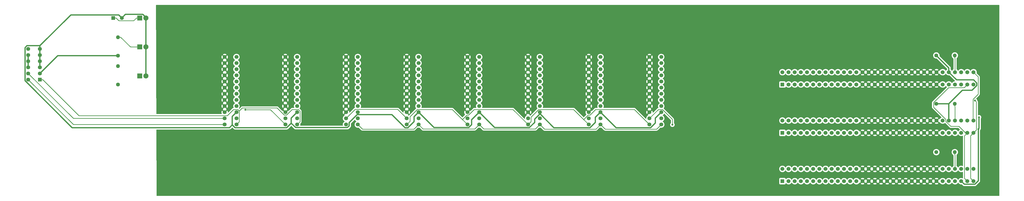
<source format=gbr>
%TF.GenerationSoftware,KiCad,Pcbnew,(6.0.7)*%
%TF.CreationDate,2023-09-04T09:41:36+01:00*%
%TF.ProjectId,CCC_rig_backplane,4343435f-7269-4675-9f62-61636b706c61,rev?*%
%TF.SameCoordinates,Original*%
%TF.FileFunction,Copper,L2,Bot*%
%TF.FilePolarity,Positive*%
%FSLAX46Y46*%
G04 Gerber Fmt 4.6, Leading zero omitted, Abs format (unit mm)*
G04 Created by KiCad (PCBNEW (6.0.7)) date 2023-09-04 09:41:36*
%MOMM*%
%LPD*%
G01*
G04 APERTURE LIST*
%TA.AperFunction,ComponentPad*%
%ADD10C,1.638000*%
%TD*%
%TA.AperFunction,ComponentPad*%
%ADD11C,1.600000*%
%TD*%
%TA.AperFunction,ComponentPad*%
%ADD12O,1.600000X1.600000*%
%TD*%
%TA.AperFunction,ComponentPad*%
%ADD13R,2.100000X2.100000*%
%TD*%
%TA.AperFunction,ComponentPad*%
%ADD14C,2.100000*%
%TD*%
%TA.AperFunction,ComponentPad*%
%ADD15R,1.650000X1.650000*%
%TD*%
%TA.AperFunction,ComponentPad*%
%ADD16C,1.650000*%
%TD*%
%TA.AperFunction,ComponentPad*%
%ADD17R,1.638000X1.638000*%
%TD*%
%TA.AperFunction,ComponentPad*%
%ADD18R,1.600000X1.600000*%
%TD*%
%TA.AperFunction,ViaPad*%
%ADD19C,0.800000*%
%TD*%
%TA.AperFunction,Conductor*%
%ADD20C,0.250000*%
%TD*%
%TA.AperFunction,Conductor*%
%ADD21C,0.500000*%
%TD*%
G04 APERTURE END LIST*
D10*
%TO.P,J8,1,Pin_1*%
%TO.N,PWM_OE*%
X272850000Y-63837600D03*
%TO.P,J8,2,Pin_2*%
%TO.N,I2C_SCL*%
X267998000Y-63837600D03*
%TO.P,J8,3,Pin_3*%
%TO.N,+3.3V*%
X272850000Y-61297600D03*
%TO.P,J8,4,Pin_4*%
%TO.N,I2C_SDA*%
X267998000Y-61297600D03*
%TO.P,J8,5,Pin_5*%
%TO.N,+12V_GND{slash}RTN*%
X272850000Y-58757600D03*
%TO.P,J8,6,Pin_6*%
%TO.N,GNDPWR*%
X267998000Y-58757600D03*
%TO.P,J8,7,Pin_7*%
%TO.N,VCC*%
X272850000Y-56217600D03*
%TO.P,J8,8,Pin_8*%
%TO.N,GNDPWR*%
X267998000Y-56217600D03*
%TO.P,J8,9,Pin_9*%
%TO.N,VCC*%
X272850000Y-53677600D03*
%TO.P,J8,10,Pin_10*%
%TO.N,GNDPWR*%
X267998000Y-53677600D03*
%TO.P,J8,11,Pin_11*%
%TO.N,VCC*%
X272850000Y-51137600D03*
%TO.P,J8,12,Pin_12*%
%TO.N,GNDPWR*%
X267998000Y-51137600D03*
%TO.P,J8,13,Pin_13*%
%TO.N,VCC*%
X272850000Y-48597600D03*
%TO.P,J8,14,Pin_14*%
%TO.N,GNDPWR*%
X267998000Y-48597600D03*
%TO.P,J8,15,Pin_15*%
%TO.N,VCC*%
X272850000Y-46057600D03*
%TO.P,J8,16,Pin_16*%
%TO.N,GNDPWR*%
X267998000Y-46057600D03*
%TO.P,J8,17,Pin_17*%
%TO.N,VCC*%
X272850000Y-43517600D03*
%TO.P,J8,18,Pin_18*%
%TO.N,GNDPWR*%
X267998000Y-43517600D03*
%TO.P,J8,19,Pin_19*%
%TO.N,VCC*%
X272850000Y-40977600D03*
%TO.P,J8,20,Pin_20*%
%TO.N,GNDPWR*%
X267998000Y-40977600D03*
%TO.P,J8,21,Pin_21*%
%TO.N,VCC*%
X272850000Y-38437600D03*
%TO.P,J8,22,Pin_22*%
%TO.N,GNDPWR*%
X267998000Y-38437600D03*
%TO.P,J8,23,Pin_23*%
%TO.N,VCC*%
X272850000Y-35897600D03*
%TO.P,J8,24,Pin_24*%
%TO.N,GNDPWR*%
X267998000Y-35897600D03*
%TD*%
D11*
%TO.P,R4,1*%
%TO.N,+3.3V*%
X74000000Y-35310000D03*
D12*
%TO.P,R4,2*%
%TO.N,Net-(J13-Pad1)*%
X74000000Y-27690000D03*
%TD*%
D10*
%TO.P,J4,1,Pin_1*%
%TO.N,PWM_OE*%
X197850000Y-63837600D03*
%TO.P,J4,2,Pin_2*%
%TO.N,I2C_SCL*%
X192998000Y-63837600D03*
%TO.P,J4,3,Pin_3*%
%TO.N,+3.3V*%
X197850000Y-61297600D03*
%TO.P,J4,4,Pin_4*%
%TO.N,I2C_SDA*%
X192998000Y-61297600D03*
%TO.P,J4,5,Pin_5*%
%TO.N,+12V_GND{slash}RTN*%
X197850000Y-58757600D03*
%TO.P,J4,6,Pin_6*%
%TO.N,GNDPWR*%
X192998000Y-58757600D03*
%TO.P,J4,7,Pin_7*%
%TO.N,VCC*%
X197850000Y-56217600D03*
%TO.P,J4,8,Pin_8*%
%TO.N,GNDPWR*%
X192998000Y-56217600D03*
%TO.P,J4,9,Pin_9*%
%TO.N,VCC*%
X197850000Y-53677600D03*
%TO.P,J4,10,Pin_10*%
%TO.N,GNDPWR*%
X192998000Y-53677600D03*
%TO.P,J4,11,Pin_11*%
%TO.N,VCC*%
X197850000Y-51137600D03*
%TO.P,J4,12,Pin_12*%
%TO.N,GNDPWR*%
X192998000Y-51137600D03*
%TO.P,J4,13,Pin_13*%
%TO.N,VCC*%
X197850000Y-48597600D03*
%TO.P,J4,14,Pin_14*%
%TO.N,GNDPWR*%
X192998000Y-48597600D03*
%TO.P,J4,15,Pin_15*%
%TO.N,VCC*%
X197850000Y-46057600D03*
%TO.P,J4,16,Pin_16*%
%TO.N,GNDPWR*%
X192998000Y-46057600D03*
%TO.P,J4,17,Pin_17*%
%TO.N,VCC*%
X197850000Y-43517600D03*
%TO.P,J4,18,Pin_18*%
%TO.N,GNDPWR*%
X192998000Y-43517600D03*
%TO.P,J4,19,Pin_19*%
%TO.N,VCC*%
X197850000Y-40977600D03*
%TO.P,J4,20,Pin_20*%
%TO.N,GNDPWR*%
X192998000Y-40977600D03*
%TO.P,J4,21,Pin_21*%
%TO.N,VCC*%
X197850000Y-38437600D03*
%TO.P,J4,22,Pin_22*%
%TO.N,GNDPWR*%
X192998000Y-38437600D03*
%TO.P,J4,23,Pin_23*%
%TO.N,VCC*%
X197850000Y-35897600D03*
%TO.P,J4,24,Pin_24*%
%TO.N,GNDPWR*%
X192998000Y-35897600D03*
%TD*%
%TO.P,J3,1,Pin_1*%
%TO.N,PWM_OE*%
X172850000Y-63837600D03*
%TO.P,J3,2,Pin_2*%
%TO.N,I2C_SCL*%
X167998000Y-63837600D03*
%TO.P,J3,3,Pin_3*%
%TO.N,+3.3V*%
X172850000Y-61297600D03*
%TO.P,J3,4,Pin_4*%
%TO.N,I2C_SDA*%
X167998000Y-61297600D03*
%TO.P,J3,5,Pin_5*%
%TO.N,+12V_GND{slash}RTN*%
X172850000Y-58757600D03*
%TO.P,J3,6,Pin_6*%
%TO.N,GNDPWR*%
X167998000Y-58757600D03*
%TO.P,J3,7,Pin_7*%
%TO.N,VCC*%
X172850000Y-56217600D03*
%TO.P,J3,8,Pin_8*%
%TO.N,GNDPWR*%
X167998000Y-56217600D03*
%TO.P,J3,9,Pin_9*%
%TO.N,VCC*%
X172850000Y-53677600D03*
%TO.P,J3,10,Pin_10*%
%TO.N,GNDPWR*%
X167998000Y-53677600D03*
%TO.P,J3,11,Pin_11*%
%TO.N,VCC*%
X172850000Y-51137600D03*
%TO.P,J3,12,Pin_12*%
%TO.N,GNDPWR*%
X167998000Y-51137600D03*
%TO.P,J3,13,Pin_13*%
%TO.N,VCC*%
X172850000Y-48597600D03*
%TO.P,J3,14,Pin_14*%
%TO.N,GNDPWR*%
X167998000Y-48597600D03*
%TO.P,J3,15,Pin_15*%
%TO.N,VCC*%
X172850000Y-46057600D03*
%TO.P,J3,16,Pin_16*%
%TO.N,GNDPWR*%
X167998000Y-46057600D03*
%TO.P,J3,17,Pin_17*%
%TO.N,VCC*%
X172850000Y-43517600D03*
%TO.P,J3,18,Pin_18*%
%TO.N,GNDPWR*%
X167998000Y-43517600D03*
%TO.P,J3,19,Pin_19*%
%TO.N,VCC*%
X172850000Y-40977600D03*
%TO.P,J3,20,Pin_20*%
%TO.N,GNDPWR*%
X167998000Y-40977600D03*
%TO.P,J3,21,Pin_21*%
%TO.N,VCC*%
X172850000Y-38437600D03*
%TO.P,J3,22,Pin_22*%
%TO.N,GNDPWR*%
X167998000Y-38437600D03*
%TO.P,J3,23,Pin_23*%
%TO.N,VCC*%
X172850000Y-35897600D03*
%TO.P,J3,24,Pin_24*%
%TO.N,GNDPWR*%
X167998000Y-35897600D03*
%TD*%
%TO.P,J2,1,Pin_1*%
%TO.N,PWM_OE*%
X147850000Y-63837600D03*
%TO.P,J2,2,Pin_2*%
%TO.N,I2C_SCL*%
X142998000Y-63837600D03*
%TO.P,J2,3,Pin_3*%
%TO.N,+3.3V*%
X147850000Y-61297600D03*
%TO.P,J2,4,Pin_4*%
%TO.N,I2C_SDA*%
X142998000Y-61297600D03*
%TO.P,J2,5,Pin_5*%
%TO.N,+12V_GND{slash}RTN*%
X147850000Y-58757600D03*
%TO.P,J2,6,Pin_6*%
%TO.N,GNDPWR*%
X142998000Y-58757600D03*
%TO.P,J2,7,Pin_7*%
%TO.N,VCC*%
X147850000Y-56217600D03*
%TO.P,J2,8,Pin_8*%
%TO.N,GNDPWR*%
X142998000Y-56217600D03*
%TO.P,J2,9,Pin_9*%
%TO.N,VCC*%
X147850000Y-53677600D03*
%TO.P,J2,10,Pin_10*%
%TO.N,GNDPWR*%
X142998000Y-53677600D03*
%TO.P,J2,11,Pin_11*%
%TO.N,VCC*%
X147850000Y-51137600D03*
%TO.P,J2,12,Pin_12*%
%TO.N,GNDPWR*%
X142998000Y-51137600D03*
%TO.P,J2,13,Pin_13*%
%TO.N,VCC*%
X147850000Y-48597600D03*
%TO.P,J2,14,Pin_14*%
%TO.N,GNDPWR*%
X142998000Y-48597600D03*
%TO.P,J2,15,Pin_15*%
%TO.N,VCC*%
X147850000Y-46057600D03*
%TO.P,J2,16,Pin_16*%
%TO.N,GNDPWR*%
X142998000Y-46057600D03*
%TO.P,J2,17,Pin_17*%
%TO.N,VCC*%
X147850000Y-43517600D03*
%TO.P,J2,18,Pin_18*%
%TO.N,GNDPWR*%
X142998000Y-43517600D03*
%TO.P,J2,19,Pin_19*%
%TO.N,VCC*%
X147850000Y-40977600D03*
%TO.P,J2,20,Pin_20*%
%TO.N,GNDPWR*%
X142998000Y-40977600D03*
%TO.P,J2,21,Pin_21*%
%TO.N,VCC*%
X147850000Y-38437600D03*
%TO.P,J2,22,Pin_22*%
%TO.N,GNDPWR*%
X142998000Y-38437600D03*
%TO.P,J2,23,Pin_23*%
%TO.N,VCC*%
X147850000Y-35897600D03*
%TO.P,J2,24,Pin_24*%
%TO.N,GNDPWR*%
X142998000Y-35897600D03*
%TD*%
D13*
%TO.P,J14,1,Pin_1*%
%TO.N,Net-(J14-Pad1)*%
X83000000Y-43750000D03*
D14*
%TO.P,J14,2,Pin_2*%
%TO.N,+12V_GND{slash}RTN*%
X85500000Y-43750000D03*
%TD*%
D15*
%TO.P,J15,1,1*%
%TO.N,VCC*%
X347788800Y-47259500D03*
D16*
%TO.P,J15,2,2*%
X350328800Y-47259500D03*
%TO.P,J15,3,3*%
X352868800Y-47259500D03*
%TO.P,J15,4,4*%
X355408800Y-47259500D03*
%TO.P,J15,5,5*%
X357948800Y-47259500D03*
%TO.P,J15,6,6*%
X360488800Y-47259500D03*
%TO.P,J15,7,7*%
X363028800Y-47259500D03*
%TO.P,J15,8,8*%
X365568800Y-47259500D03*
%TO.P,J15,9,9*%
X368108800Y-47259500D03*
%TO.P,J15,10,10*%
X370648800Y-47259500D03*
%TO.P,J15,11,11*%
X373188800Y-47259500D03*
%TO.P,J15,12,12*%
X375728800Y-47259500D03*
%TO.P,J15,13,13*%
X378268800Y-47259500D03*
%TO.P,J15,14,14*%
%TO.N,GNDPWR*%
X380808800Y-47259500D03*
%TO.P,J15,15,15*%
X383348800Y-47259500D03*
%TO.P,J15,16,16*%
X385888800Y-47259500D03*
%TO.P,J15,17,17*%
X388428800Y-47259500D03*
%TO.P,J15,18,18*%
X390968800Y-47259500D03*
%TO.P,J15,19,19*%
X393508800Y-47259500D03*
%TO.P,J15,20,20*%
X396048800Y-47259500D03*
%TO.P,J15,21,21*%
X398588800Y-47259500D03*
%TO.P,J15,22,22*%
X401128800Y-47259500D03*
%TO.P,J15,23,23*%
X403668800Y-47259500D03*
%TO.P,J15,24,24*%
X406208800Y-47259500D03*
%TO.P,J15,25,25*%
X408748800Y-47259500D03*
%TO.P,J15,26,26*%
X411288800Y-47259500D03*
%TO.P,J15,27,27*%
%TO.N,PSU_2_ADDR*%
X413828800Y-47259500D03*
%TO.P,J15,28,28*%
%TO.N,unconnected-(J15-Pad28)*%
X416368800Y-47259500D03*
%TO.P,J15,29,29*%
%TO.N,unconnected-(J15-Pad29)*%
X418908800Y-47259500D03*
%TO.P,J15,30,30*%
%TO.N,+12V_GND{slash}RTN*%
X421448800Y-47259500D03*
%TO.P,J15,31,31*%
%TO.N,PSU_SDA*%
X423988800Y-47259500D03*
%TO.P,J15,32,32*%
%TO.N,PSU_SCL*%
X426528800Y-47259500D03*
%TO.P,J15,33,33*%
%TO.N,PSU_0_PSON#*%
X426528800Y-42179500D03*
%TO.P,J15,34,34*%
%TO.N,PSU_2_IMONITOR*%
X423988800Y-42179500D03*
%TO.P,J15,35,35*%
%TO.N,PSU_2_PSOK*%
X421448800Y-42179500D03*
%TO.P,J15,36,36*%
%TO.N,PSU_2_PRESENT#*%
X418908800Y-42179500D03*
%TO.P,J15,37,37*%
%TO.N,12V_SB*%
X416368800Y-42179500D03*
%TO.P,J15,38,38*%
%TO.N,PSU_2_PSINTERRUPT*%
X413828800Y-42179500D03*
%TO.P,J15,39,39*%
%TO.N,GNDPWR*%
X411288800Y-42179500D03*
%TO.P,J15,40,40*%
X408748800Y-42179500D03*
%TO.P,J15,41,41*%
X406208800Y-42179500D03*
%TO.P,J15,42,42*%
X403668800Y-42179500D03*
%TO.P,J15,43,43*%
X401128800Y-42179500D03*
%TO.P,J15,44,44*%
X398588800Y-42179500D03*
%TO.P,J15,45,45*%
X396048800Y-42179500D03*
%TO.P,J15,46,46*%
X393508800Y-42179500D03*
%TO.P,J15,47,47*%
X390968800Y-42179500D03*
%TO.P,J15,48,48*%
X388428800Y-42179500D03*
%TO.P,J15,49,49*%
X385888800Y-42179500D03*
%TO.P,J15,50,50*%
X383348800Y-42179500D03*
%TO.P,J15,51,51*%
X380808800Y-42179500D03*
%TO.P,J15,52,52*%
%TO.N,VCC*%
X378268800Y-42179500D03*
%TO.P,J15,53,53*%
X375728800Y-42179500D03*
%TO.P,J15,54,54*%
X373188800Y-42179500D03*
%TO.P,J15,55,55*%
X370648800Y-42179500D03*
%TO.P,J15,56,56*%
X368108800Y-42179500D03*
%TO.P,J15,57,57*%
X365568800Y-42179500D03*
%TO.P,J15,58,58*%
X363028800Y-42179500D03*
%TO.P,J15,59,59*%
X360488800Y-42179500D03*
%TO.P,J15,60,60*%
X357948800Y-42179500D03*
%TO.P,J15,61,61*%
X355408800Y-42179500D03*
%TO.P,J15,62,62*%
X352868800Y-42179500D03*
%TO.P,J15,63,63*%
X350328800Y-42179500D03*
%TO.P,J15,64,64*%
X347788800Y-42179500D03*
%TD*%
D13*
%TO.P,J13,1,Pin_1*%
%TO.N,Net-(J13-Pad1)*%
X83000000Y-31750000D03*
D14*
%TO.P,J13,2,Pin_2*%
%TO.N,+12V_GND{slash}RTN*%
X85500000Y-31750000D03*
%TD*%
D10*
%TO.P,J1,1,Pin_1*%
%TO.N,PWM_OE*%
X122850000Y-63837600D03*
%TO.P,J1,2,Pin_2*%
%TO.N,I2C_SCL*%
X117998000Y-63837600D03*
%TO.P,J1,3,Pin_3*%
%TO.N,+3.3V*%
X122850000Y-61297600D03*
%TO.P,J1,4,Pin_4*%
%TO.N,I2C_SDA*%
X117998000Y-61297600D03*
%TO.P,J1,5,Pin_5*%
%TO.N,+12V_GND{slash}RTN*%
X122850000Y-58757600D03*
%TO.P,J1,6,Pin_6*%
%TO.N,GNDPWR*%
X117998000Y-58757600D03*
%TO.P,J1,7,Pin_7*%
%TO.N,VCC*%
X122850000Y-56217600D03*
%TO.P,J1,8,Pin_8*%
%TO.N,GNDPWR*%
X117998000Y-56217600D03*
%TO.P,J1,9,Pin_9*%
%TO.N,VCC*%
X122850000Y-53677600D03*
%TO.P,J1,10,Pin_10*%
%TO.N,GNDPWR*%
X117998000Y-53677600D03*
%TO.P,J1,11,Pin_11*%
%TO.N,VCC*%
X122850000Y-51137600D03*
%TO.P,J1,12,Pin_12*%
%TO.N,GNDPWR*%
X117998000Y-51137600D03*
%TO.P,J1,13,Pin_13*%
%TO.N,VCC*%
X122850000Y-48597600D03*
%TO.P,J1,14,Pin_14*%
%TO.N,GNDPWR*%
X117998000Y-48597600D03*
%TO.P,J1,15,Pin_15*%
%TO.N,VCC*%
X122850000Y-46057600D03*
%TO.P,J1,16,Pin_16*%
%TO.N,GNDPWR*%
X117998000Y-46057600D03*
%TO.P,J1,17,Pin_17*%
%TO.N,VCC*%
X122850000Y-43517600D03*
%TO.P,J1,18,Pin_18*%
%TO.N,GNDPWR*%
X117998000Y-43517600D03*
%TO.P,J1,19,Pin_19*%
%TO.N,VCC*%
X122850000Y-40977600D03*
%TO.P,J1,20,Pin_20*%
%TO.N,GNDPWR*%
X117998000Y-40977600D03*
%TO.P,J1,21,Pin_21*%
%TO.N,VCC*%
X122850000Y-38437600D03*
%TO.P,J1,22,Pin_22*%
%TO.N,GNDPWR*%
X117998000Y-38437600D03*
%TO.P,J1,23,Pin_23*%
%TO.N,VCC*%
X122850000Y-35897600D03*
%TO.P,J1,24,Pin_24*%
%TO.N,GNDPWR*%
X117998000Y-35897600D03*
%TD*%
D11*
%TO.P,R3,1*%
%TO.N,12V_SB*%
X411190000Y-35250000D03*
D12*
%TO.P,R3,2*%
%TO.N,PSU_2_PRESENT#*%
X418810000Y-35250000D03*
%TD*%
D15*
%TO.P,J11,1,1*%
%TO.N,VCC*%
X347788800Y-87259500D03*
D16*
%TO.P,J11,2,2*%
X350328800Y-87259500D03*
%TO.P,J11,3,3*%
X352868800Y-87259500D03*
%TO.P,J11,4,4*%
X355408800Y-87259500D03*
%TO.P,J11,5,5*%
X357948800Y-87259500D03*
%TO.P,J11,6,6*%
X360488800Y-87259500D03*
%TO.P,J11,7,7*%
X363028800Y-87259500D03*
%TO.P,J11,8,8*%
X365568800Y-87259500D03*
%TO.P,J11,9,9*%
X368108800Y-87259500D03*
%TO.P,J11,10,10*%
X370648800Y-87259500D03*
%TO.P,J11,11,11*%
X373188800Y-87259500D03*
%TO.P,J11,12,12*%
X375728800Y-87259500D03*
%TO.P,J11,13,13*%
X378268800Y-87259500D03*
%TO.P,J11,14,14*%
%TO.N,GNDPWR*%
X380808800Y-87259500D03*
%TO.P,J11,15,15*%
X383348800Y-87259500D03*
%TO.P,J11,16,16*%
X385888800Y-87259500D03*
%TO.P,J11,17,17*%
X388428800Y-87259500D03*
%TO.P,J11,18,18*%
X390968800Y-87259500D03*
%TO.P,J11,19,19*%
X393508800Y-87259500D03*
%TO.P,J11,20,20*%
X396048800Y-87259500D03*
%TO.P,J11,21,21*%
X398588800Y-87259500D03*
%TO.P,J11,22,22*%
X401128800Y-87259500D03*
%TO.P,J11,23,23*%
X403668800Y-87259500D03*
%TO.P,J11,24,24*%
X406208800Y-87259500D03*
%TO.P,J11,25,25*%
X408748800Y-87259500D03*
%TO.P,J11,26,26*%
X411288800Y-87259500D03*
%TO.P,J11,27,27*%
%TO.N,PSU_1_ADDR*%
X413828800Y-87259500D03*
%TO.P,J11,28,28*%
%TO.N,unconnected-(J11-Pad28)*%
X416368800Y-87259500D03*
%TO.P,J11,29,29*%
%TO.N,unconnected-(J11-Pad29)*%
X418908800Y-87259500D03*
%TO.P,J11,30,30*%
%TO.N,+12V_GND{slash}RTN*%
X421448800Y-87259500D03*
%TO.P,J11,31,31*%
%TO.N,PSU_SDA*%
X423988800Y-87259500D03*
%TO.P,J11,32,32*%
%TO.N,PSU_SCL*%
X426528800Y-87259500D03*
%TO.P,J11,33,33*%
%TO.N,PSU_0_PSON#*%
X426528800Y-82179500D03*
%TO.P,J11,34,34*%
%TO.N,PSU_1_IMONITOR*%
X423988800Y-82179500D03*
%TO.P,J11,35,35*%
%TO.N,PSU_1_PSOK*%
X421448800Y-82179500D03*
%TO.P,J11,36,36*%
%TO.N,PSU_1_PRESENT#*%
X418908800Y-82179500D03*
%TO.P,J11,37,37*%
%TO.N,12V_SB*%
X416368800Y-82179500D03*
%TO.P,J11,38,38*%
%TO.N,PSU_1_PSINTERRUPT*%
X413828800Y-82179500D03*
%TO.P,J11,39,39*%
%TO.N,GNDPWR*%
X411288800Y-82179500D03*
%TO.P,J11,40,40*%
X408748800Y-82179500D03*
%TO.P,J11,41,41*%
X406208800Y-82179500D03*
%TO.P,J11,42,42*%
X403668800Y-82179500D03*
%TO.P,J11,43,43*%
X401128800Y-82179500D03*
%TO.P,J11,44,44*%
X398588800Y-82179500D03*
%TO.P,J11,45,45*%
X396048800Y-82179500D03*
%TO.P,J11,46,46*%
X393508800Y-82179500D03*
%TO.P,J11,47,47*%
X390968800Y-82179500D03*
%TO.P,J11,48,48*%
X388428800Y-82179500D03*
%TO.P,J11,49,49*%
X385888800Y-82179500D03*
%TO.P,J11,50,50*%
X383348800Y-82179500D03*
%TO.P,J11,51,51*%
X380808800Y-82179500D03*
%TO.P,J11,52,52*%
%TO.N,VCC*%
X378268800Y-82179500D03*
%TO.P,J11,53,53*%
X375728800Y-82179500D03*
%TO.P,J11,54,54*%
X373188800Y-82179500D03*
%TO.P,J11,55,55*%
X370648800Y-82179500D03*
%TO.P,J11,56,56*%
X368108800Y-82179500D03*
%TO.P,J11,57,57*%
X365568800Y-82179500D03*
%TO.P,J11,58,58*%
X363028800Y-82179500D03*
%TO.P,J11,59,59*%
X360488800Y-82179500D03*
%TO.P,J11,60,60*%
X357948800Y-82179500D03*
%TO.P,J11,61,61*%
X355408800Y-82179500D03*
%TO.P,J11,62,62*%
X352868800Y-82179500D03*
%TO.P,J11,63,63*%
X350328800Y-82179500D03*
%TO.P,J11,64,64*%
X347788800Y-82179500D03*
%TD*%
D15*
%TO.P,J10,1,1*%
%TO.N,VCC*%
X347788800Y-67259500D03*
D16*
%TO.P,J10,2,2*%
X350328800Y-67259500D03*
%TO.P,J10,3,3*%
X352868800Y-67259500D03*
%TO.P,J10,4,4*%
X355408800Y-67259500D03*
%TO.P,J10,5,5*%
X357948800Y-67259500D03*
%TO.P,J10,6,6*%
X360488800Y-67259500D03*
%TO.P,J10,7,7*%
X363028800Y-67259500D03*
%TO.P,J10,8,8*%
X365568800Y-67259500D03*
%TO.P,J10,9,9*%
X368108800Y-67259500D03*
%TO.P,J10,10,10*%
X370648800Y-67259500D03*
%TO.P,J10,11,11*%
X373188800Y-67259500D03*
%TO.P,J10,12,12*%
X375728800Y-67259500D03*
%TO.P,J10,13,13*%
X378268800Y-67259500D03*
%TO.P,J10,14,14*%
%TO.N,GNDPWR*%
X380808800Y-67259500D03*
%TO.P,J10,15,15*%
X383348800Y-67259500D03*
%TO.P,J10,16,16*%
X385888800Y-67259500D03*
%TO.P,J10,17,17*%
X388428800Y-67259500D03*
%TO.P,J10,18,18*%
X390968800Y-67259500D03*
%TO.P,J10,19,19*%
X393508800Y-67259500D03*
%TO.P,J10,20,20*%
X396048800Y-67259500D03*
%TO.P,J10,21,21*%
X398588800Y-67259500D03*
%TO.P,J10,22,22*%
X401128800Y-67259500D03*
%TO.P,J10,23,23*%
X403668800Y-67259500D03*
%TO.P,J10,24,24*%
X406208800Y-67259500D03*
%TO.P,J10,25,25*%
X408748800Y-67259500D03*
%TO.P,J10,26,26*%
X411288800Y-67259500D03*
%TO.P,J10,27,27*%
%TO.N,PSU_0_ADDR*%
X413828800Y-67259500D03*
%TO.P,J10,28,28*%
%TO.N,unconnected-(J10-Pad28)*%
X416368800Y-67259500D03*
%TO.P,J10,29,29*%
%TO.N,unconnected-(J10-Pad29)*%
X418908800Y-67259500D03*
%TO.P,J10,30,30*%
%TO.N,+12V_GND{slash}RTN*%
X421448800Y-67259500D03*
%TO.P,J10,31,31*%
%TO.N,PSU_SDA*%
X423988800Y-67259500D03*
%TO.P,J10,32,32*%
%TO.N,PSU_SCL*%
X426528800Y-67259500D03*
%TO.P,J10,33,33*%
%TO.N,PSU_0_PSON#*%
X426528800Y-62179500D03*
%TO.P,J10,34,34*%
%TO.N,PSU_0_IMONITOR*%
X423988800Y-62179500D03*
%TO.P,J10,35,35*%
%TO.N,PSU_0_PSOK*%
X421448800Y-62179500D03*
%TO.P,J10,36,36*%
%TO.N,PSU_0_PRESENT#*%
X418908800Y-62179500D03*
%TO.P,J10,37,37*%
%TO.N,12V_SB*%
X416368800Y-62179500D03*
%TO.P,J10,38,38*%
%TO.N,PSU_0_PSINTERRUPT*%
X413828800Y-62179500D03*
%TO.P,J10,39,39*%
%TO.N,GNDPWR*%
X411288800Y-62179500D03*
%TO.P,J10,40,40*%
X408748800Y-62179500D03*
%TO.P,J10,41,41*%
X406208800Y-62179500D03*
%TO.P,J10,42,42*%
X403668800Y-62179500D03*
%TO.P,J10,43,43*%
X401128800Y-62179500D03*
%TO.P,J10,44,44*%
X398588800Y-62179500D03*
%TO.P,J10,45,45*%
X396048800Y-62179500D03*
%TO.P,J10,46,46*%
X393508800Y-62179500D03*
%TO.P,J10,47,47*%
X390968800Y-62179500D03*
%TO.P,J10,48,48*%
X388428800Y-62179500D03*
%TO.P,J10,49,49*%
X385888800Y-62179500D03*
%TO.P,J10,50,50*%
X383348800Y-62179500D03*
%TO.P,J10,51,51*%
X380808800Y-62179500D03*
%TO.P,J10,52,52*%
%TO.N,VCC*%
X378268800Y-62179500D03*
%TO.P,J10,53,53*%
X375728800Y-62179500D03*
%TO.P,J10,54,54*%
X373188800Y-62179500D03*
%TO.P,J10,55,55*%
X370648800Y-62179500D03*
%TO.P,J10,56,56*%
X368108800Y-62179500D03*
%TO.P,J10,57,57*%
X365568800Y-62179500D03*
%TO.P,J10,58,58*%
X363028800Y-62179500D03*
%TO.P,J10,59,59*%
X360488800Y-62179500D03*
%TO.P,J10,60,60*%
X357948800Y-62179500D03*
%TO.P,J10,61,61*%
X355408800Y-62179500D03*
%TO.P,J10,62,62*%
X352868800Y-62179500D03*
%TO.P,J10,63,63*%
X350328800Y-62179500D03*
%TO.P,J10,64,64*%
X347788800Y-62179500D03*
%TD*%
D10*
%TO.P,J6,1,Pin_1*%
%TO.N,PWM_OE*%
X222850000Y-63837600D03*
%TO.P,J6,2,Pin_2*%
%TO.N,I2C_SCL*%
X217998000Y-63837600D03*
%TO.P,J6,3,Pin_3*%
%TO.N,+3.3V*%
X222850000Y-61297600D03*
%TO.P,J6,4,Pin_4*%
%TO.N,I2C_SDA*%
X217998000Y-61297600D03*
%TO.P,J6,5,Pin_5*%
%TO.N,+12V_GND{slash}RTN*%
X222850000Y-58757600D03*
%TO.P,J6,6,Pin_6*%
%TO.N,GNDPWR*%
X217998000Y-58757600D03*
%TO.P,J6,7,Pin_7*%
%TO.N,VCC*%
X222850000Y-56217600D03*
%TO.P,J6,8,Pin_8*%
%TO.N,GNDPWR*%
X217998000Y-56217600D03*
%TO.P,J6,9,Pin_9*%
%TO.N,VCC*%
X222850000Y-53677600D03*
%TO.P,J6,10,Pin_10*%
%TO.N,GNDPWR*%
X217998000Y-53677600D03*
%TO.P,J6,11,Pin_11*%
%TO.N,VCC*%
X222850000Y-51137600D03*
%TO.P,J6,12,Pin_12*%
%TO.N,GNDPWR*%
X217998000Y-51137600D03*
%TO.P,J6,13,Pin_13*%
%TO.N,VCC*%
X222850000Y-48597600D03*
%TO.P,J6,14,Pin_14*%
%TO.N,GNDPWR*%
X217998000Y-48597600D03*
%TO.P,J6,15,Pin_15*%
%TO.N,VCC*%
X222850000Y-46057600D03*
%TO.P,J6,16,Pin_16*%
%TO.N,GNDPWR*%
X217998000Y-46057600D03*
%TO.P,J6,17,Pin_17*%
%TO.N,VCC*%
X222850000Y-43517600D03*
%TO.P,J6,18,Pin_18*%
%TO.N,GNDPWR*%
X217998000Y-43517600D03*
%TO.P,J6,19,Pin_19*%
%TO.N,VCC*%
X222850000Y-40977600D03*
%TO.P,J6,20,Pin_20*%
%TO.N,GNDPWR*%
X217998000Y-40977600D03*
%TO.P,J6,21,Pin_21*%
%TO.N,VCC*%
X222850000Y-38437600D03*
%TO.P,J6,22,Pin_22*%
%TO.N,GNDPWR*%
X217998000Y-38437600D03*
%TO.P,J6,23,Pin_23*%
%TO.N,VCC*%
X222850000Y-35897600D03*
%TO.P,J6,24,Pin_24*%
%TO.N,GNDPWR*%
X217998000Y-35897600D03*
%TD*%
D17*
%TO.P,J5,1,Pin_1*%
%TO.N,PWM_OE*%
X41875500Y-45217600D03*
D10*
%TO.P,J5,2,Pin_2*%
%TO.N,I2C_SCL*%
X37024500Y-45217600D03*
%TO.P,J5,3,Pin_3*%
%TO.N,+3.3V*%
X41875500Y-42677600D03*
%TO.P,J5,4,Pin_4*%
%TO.N,I2C_SDA*%
X37024500Y-42677600D03*
%TO.P,J5,5,Pin_5*%
%TO.N,+12V_GND{slash}RTN*%
X41875500Y-40137600D03*
%TO.P,J5,6,Pin_6*%
%TO.N,12V_SB*%
X37024500Y-40137600D03*
%TO.P,J5,7,Pin_7*%
%TO.N,+12V_GND{slash}RTN*%
X41875500Y-37597600D03*
%TO.P,J5,8,Pin_8*%
%TO.N,12V_SB*%
X37024500Y-37597600D03*
%TO.P,J5,9,Pin_9*%
%TO.N,+12V_GND{slash}RTN*%
X41875500Y-35057600D03*
%TO.P,J5,10,Pin_10*%
%TO.N,12V_SB*%
X37024500Y-35057600D03*
%TO.P,J5,11,Pin_11*%
%TO.N,+12V_GND{slash}RTN*%
X41875500Y-32517600D03*
%TO.P,J5,12,Pin_12*%
%TO.N,12V_SB*%
X37024500Y-32517600D03*
%TD*%
D11*
%TO.P,R1,1*%
%TO.N,12V_SB*%
X411190000Y-55250000D03*
D12*
%TO.P,R1,2*%
%TO.N,PSU_0_PRESENT#*%
X418810000Y-55250000D03*
%TD*%
D10*
%TO.P,J9,1,Pin_1*%
%TO.N,PWM_OE*%
X297850000Y-63837600D03*
%TO.P,J9,2,Pin_2*%
%TO.N,I2C_SCL*%
X292998000Y-63837600D03*
%TO.P,J9,3,Pin_3*%
%TO.N,+3.3V*%
X297850000Y-61297600D03*
%TO.P,J9,4,Pin_4*%
%TO.N,I2C_SDA*%
X292998000Y-61297600D03*
%TO.P,J9,5,Pin_5*%
%TO.N,+12V_GND{slash}RTN*%
X297850000Y-58757600D03*
%TO.P,J9,6,Pin_6*%
%TO.N,GNDPWR*%
X292998000Y-58757600D03*
%TO.P,J9,7,Pin_7*%
%TO.N,VCC*%
X297850000Y-56217600D03*
%TO.P,J9,8,Pin_8*%
%TO.N,GNDPWR*%
X292998000Y-56217600D03*
%TO.P,J9,9,Pin_9*%
%TO.N,VCC*%
X297850000Y-53677600D03*
%TO.P,J9,10,Pin_10*%
%TO.N,GNDPWR*%
X292998000Y-53677600D03*
%TO.P,J9,11,Pin_11*%
%TO.N,VCC*%
X297850000Y-51137600D03*
%TO.P,J9,12,Pin_12*%
%TO.N,GNDPWR*%
X292998000Y-51137600D03*
%TO.P,J9,13,Pin_13*%
%TO.N,VCC*%
X297850000Y-48597600D03*
%TO.P,J9,14,Pin_14*%
%TO.N,GNDPWR*%
X292998000Y-48597600D03*
%TO.P,J9,15,Pin_15*%
%TO.N,VCC*%
X297850000Y-46057600D03*
%TO.P,J9,16,Pin_16*%
%TO.N,GNDPWR*%
X292998000Y-46057600D03*
%TO.P,J9,17,Pin_17*%
%TO.N,VCC*%
X297850000Y-43517600D03*
%TO.P,J9,18,Pin_18*%
%TO.N,GNDPWR*%
X292998000Y-43517600D03*
%TO.P,J9,19,Pin_19*%
%TO.N,VCC*%
X297850000Y-40977600D03*
%TO.P,J9,20,Pin_20*%
%TO.N,GNDPWR*%
X292998000Y-40977600D03*
%TO.P,J9,21,Pin_21*%
%TO.N,VCC*%
X297850000Y-38437600D03*
%TO.P,J9,22,Pin_22*%
%TO.N,GNDPWR*%
X292998000Y-38437600D03*
%TO.P,J9,23,Pin_23*%
%TO.N,VCC*%
X297850000Y-35897600D03*
%TO.P,J9,24,Pin_24*%
%TO.N,GNDPWR*%
X292998000Y-35897600D03*
%TD*%
D11*
%TO.P,R2,1*%
%TO.N,12V_SB*%
X411190000Y-75250000D03*
D12*
%TO.P,R2,2*%
%TO.N,PSU_1_PRESENT#*%
X418810000Y-75250000D03*
%TD*%
D18*
%TO.P,C1,1*%
%TO.N,PSU_0_PSON#*%
X72097300Y-19750000D03*
D11*
%TO.P,C1,2*%
%TO.N,+12V_GND{slash}RTN*%
X75597300Y-19750000D03*
%TD*%
%TO.P,R5,1*%
%TO.N,VCC*%
X74000000Y-47310000D03*
D12*
%TO.P,R5,2*%
%TO.N,Net-(J14-Pad1)*%
X74000000Y-39690000D03*
%TD*%
D13*
%TO.P,J12,1,Pin_1*%
%TO.N,PSU_0_PSON#*%
X83000000Y-19750000D03*
D14*
%TO.P,J12,2,Pin_2*%
%TO.N,+12V_GND{slash}RTN*%
X85500000Y-19750000D03*
%TD*%
D10*
%TO.P,J7,1,Pin_1*%
%TO.N,PWM_OE*%
X247850000Y-63837600D03*
%TO.P,J7,2,Pin_2*%
%TO.N,I2C_SCL*%
X242998000Y-63837600D03*
%TO.P,J7,3,Pin_3*%
%TO.N,+3.3V*%
X247850000Y-61297600D03*
%TO.P,J7,4,Pin_4*%
%TO.N,I2C_SDA*%
X242998000Y-61297600D03*
%TO.P,J7,5,Pin_5*%
%TO.N,+12V_GND{slash}RTN*%
X247850000Y-58757600D03*
%TO.P,J7,6,Pin_6*%
%TO.N,GNDPWR*%
X242998000Y-58757600D03*
%TO.P,J7,7,Pin_7*%
%TO.N,VCC*%
X247850000Y-56217600D03*
%TO.P,J7,8,Pin_8*%
%TO.N,GNDPWR*%
X242998000Y-56217600D03*
%TO.P,J7,9,Pin_9*%
%TO.N,VCC*%
X247850000Y-53677600D03*
%TO.P,J7,10,Pin_10*%
%TO.N,GNDPWR*%
X242998000Y-53677600D03*
%TO.P,J7,11,Pin_11*%
%TO.N,VCC*%
X247850000Y-51137600D03*
%TO.P,J7,12,Pin_12*%
%TO.N,GNDPWR*%
X242998000Y-51137600D03*
%TO.P,J7,13,Pin_13*%
%TO.N,VCC*%
X247850000Y-48597600D03*
%TO.P,J7,14,Pin_14*%
%TO.N,GNDPWR*%
X242998000Y-48597600D03*
%TO.P,J7,15,Pin_15*%
%TO.N,VCC*%
X247850000Y-46057600D03*
%TO.P,J7,16,Pin_16*%
%TO.N,GNDPWR*%
X242998000Y-46057600D03*
%TO.P,J7,17,Pin_17*%
%TO.N,VCC*%
X247850000Y-43517600D03*
%TO.P,J7,18,Pin_18*%
%TO.N,GNDPWR*%
X242998000Y-43517600D03*
%TO.P,J7,19,Pin_19*%
%TO.N,VCC*%
X247850000Y-40977600D03*
%TO.P,J7,20,Pin_20*%
%TO.N,GNDPWR*%
X242998000Y-40977600D03*
%TO.P,J7,21,Pin_21*%
%TO.N,VCC*%
X247850000Y-38437600D03*
%TO.P,J7,22,Pin_22*%
%TO.N,GNDPWR*%
X242998000Y-38437600D03*
%TO.P,J7,23,Pin_23*%
%TO.N,VCC*%
X247850000Y-35897600D03*
%TO.P,J7,24,Pin_24*%
%TO.N,GNDPWR*%
X242998000Y-35897600D03*
%TD*%
D19*
%TO.N,+12V_GND{slash}RTN*%
X428814100Y-60825100D03*
X428482200Y-65745900D03*
%TO.N,I2C_SCL*%
X126538300Y-57686100D03*
%TO.N,I2C_SDA*%
X302455400Y-63919500D03*
%TO.N,PSU_SCL*%
X427112100Y-53867000D03*
%TD*%
D20*
%TO.N,PSU_0_PSON#*%
X426355000Y-62005700D02*
X426528800Y-62179500D01*
X72097300Y-19750000D02*
X73224200Y-19750000D01*
X428443300Y-51288300D02*
X426355000Y-53376600D01*
X80467900Y-20905200D02*
X81623100Y-19750000D01*
X428443300Y-44094000D02*
X428443300Y-51288300D01*
X74379400Y-20905200D02*
X80467900Y-20905200D01*
X83000000Y-19750000D02*
X81623100Y-19750000D01*
X426355000Y-53376600D02*
X426355000Y-62005700D01*
X73224200Y-19750000D02*
X74379400Y-20905200D01*
X426528800Y-42179500D02*
X428443300Y-44094000D01*
D21*
%TO.N,+12V_GND{slash}RTN*%
X36490500Y-31245200D02*
X41875500Y-31245200D01*
X245729900Y-62913600D02*
X243532300Y-65111200D01*
X268777800Y-64890800D02*
X268514200Y-65154400D01*
X295424000Y-63249100D02*
X293520500Y-65152600D01*
X219720800Y-61886800D02*
X222850000Y-58757600D01*
X290707200Y-65151100D02*
X279243500Y-65151100D01*
X270732200Y-62938600D02*
X268780000Y-64890800D01*
X119966900Y-65117800D02*
X55125600Y-65117800D01*
X55125600Y-65117800D02*
X35719200Y-45711400D01*
X293520500Y-65152600D02*
X290708700Y-65152600D01*
X295424000Y-61183600D02*
X295424000Y-63249100D01*
X247850000Y-59377600D02*
X247901900Y-59429400D01*
X35719200Y-45711400D02*
X35719200Y-32016500D01*
X41875500Y-35057600D02*
X41875500Y-32517600D01*
X196000900Y-62656400D02*
X193504900Y-65152400D01*
X297850000Y-58757600D02*
X295424000Y-61183600D01*
X85500000Y-19750000D02*
X85500000Y-31750000D01*
X77099200Y-18248100D02*
X84248500Y-18248100D01*
X428482200Y-65745900D02*
X428814100Y-65414000D01*
X268780000Y-64890800D02*
X268777800Y-64890800D01*
X270732200Y-60875400D02*
X270732200Y-62938600D01*
X192321900Y-65152400D02*
X186909100Y-59739600D01*
X41875500Y-37597600D02*
X41875500Y-40137600D01*
X145424000Y-61183600D02*
X147850000Y-58757600D01*
X172850000Y-59739600D02*
X172850000Y-58757600D01*
X243532300Y-65111200D02*
X229203600Y-65111200D01*
X290708700Y-65152600D02*
X290707200Y-65151100D01*
X218524500Y-65108500D02*
X219720800Y-63912200D01*
X41875500Y-35057600D02*
X41875500Y-37597600D01*
X272850000Y-58757600D02*
X270732200Y-60875400D01*
X229203600Y-65111200D02*
X222850000Y-58757600D01*
X121123300Y-60484300D02*
X121123300Y-63961400D01*
X85500000Y-19499600D02*
X85500000Y-19750000D01*
X193504900Y-65152400D02*
X192321900Y-65152400D01*
X265704800Y-65154400D02*
X265703300Y-65152900D01*
X422733900Y-88544600D02*
X427053300Y-88544600D01*
X427053300Y-88544600D02*
X428482200Y-87115700D01*
X172604500Y-59739600D02*
X169268900Y-63075200D01*
X265703300Y-65152900D02*
X253625300Y-65152900D01*
X121123300Y-63961400D02*
X119966900Y-65117800D01*
X85500000Y-31750000D02*
X85500000Y-43750000D01*
X196000900Y-60606700D02*
X196000900Y-62656400D01*
X145424000Y-63277100D02*
X145424000Y-61183600D01*
X247850000Y-58757600D02*
X247850000Y-59377600D01*
X172850000Y-59739600D02*
X172604500Y-59739600D01*
X75597300Y-19750000D02*
X77099200Y-18248100D01*
X428482200Y-87115700D02*
X428482200Y-65745900D01*
X186909100Y-59739600D02*
X172850000Y-59739600D01*
X84248500Y-18248100D02*
X85500000Y-19499600D01*
X245729900Y-61601400D02*
X245729900Y-62913600D01*
X41875500Y-31245200D02*
X54622600Y-18498100D01*
X121123300Y-63961400D02*
X122290800Y-65128900D01*
X428814100Y-65414000D02*
X428814100Y-60825100D01*
X169268900Y-63075200D02*
X169268900Y-64364100D01*
X54622600Y-18498100D02*
X74345400Y-18498100D01*
X253625300Y-65152900D02*
X247901900Y-59429400D01*
X279243500Y-65151100D02*
X272850000Y-58757600D01*
X35719200Y-32016500D02*
X36490500Y-31245200D01*
X147255400Y-65108500D02*
X145424000Y-63277100D01*
X122290800Y-65128900D02*
X143572200Y-65128900D01*
X143572200Y-65128900D02*
X145424000Y-63277100D01*
X204200900Y-65108500D02*
X218524500Y-65108500D01*
X197850000Y-58757600D02*
X204200900Y-65108500D01*
X422733900Y-88544600D02*
X421448800Y-87259500D01*
X169268900Y-64364100D02*
X168524500Y-65108500D01*
X197850000Y-58757600D02*
X196000900Y-60606700D01*
X74345400Y-18498100D02*
X75597300Y-19750000D01*
X219720800Y-63912200D02*
X219720800Y-61886800D01*
X168524500Y-65108500D02*
X147255400Y-65108500D01*
X268514200Y-65154400D02*
X265704800Y-65154400D01*
X247901900Y-59429400D02*
X245729900Y-61601400D01*
X41875500Y-32517600D02*
X41875500Y-31245200D01*
X122850000Y-58757600D02*
X121123300Y-60484300D01*
D20*
%TO.N,PWM_OE*%
X142523400Y-59903500D02*
X143472700Y-59903500D01*
X195940000Y-65747600D02*
X197850000Y-63837600D01*
X274768400Y-65756000D02*
X295931600Y-65756000D01*
X124000000Y-58224500D02*
X125275000Y-56949500D01*
X43021400Y-45217600D02*
X57945700Y-60141900D01*
X119045000Y-60141900D02*
X121580400Y-57606500D01*
X125275000Y-56949500D02*
X139569400Y-56949500D01*
X148372500Y-57606500D02*
X148997600Y-58231600D01*
X148997600Y-62690000D02*
X147850000Y-63837600D01*
X222850000Y-63837600D02*
X224715700Y-65703300D01*
X145769700Y-57606500D02*
X148372500Y-57606500D01*
X148997600Y-58231600D02*
X148997600Y-62690000D01*
X197850000Y-63837600D02*
X199699600Y-65687200D01*
X41875500Y-45217600D02*
X43021400Y-45217600D01*
X245984300Y-65703300D02*
X247850000Y-63837600D01*
X247850000Y-63837600D02*
X249782300Y-65769900D01*
X270917700Y-65769900D02*
X272850000Y-63837600D01*
X295931600Y-65756000D02*
X297850000Y-63837600D01*
X143472700Y-59903500D02*
X145769700Y-57606500D01*
X221000400Y-65687200D02*
X222850000Y-63837600D01*
X139569400Y-56949500D02*
X142523400Y-59903500D01*
X121580400Y-57606500D02*
X123382000Y-57606500D01*
X249782300Y-65769900D02*
X270917700Y-65769900D01*
X57945700Y-60141900D02*
X119045000Y-60141900D01*
X124000000Y-62687600D02*
X122850000Y-63837600D01*
X174760000Y-65747600D02*
X195940000Y-65747600D01*
X123382000Y-57606500D02*
X124000000Y-58224500D01*
X224715700Y-65703300D02*
X245984300Y-65703300D01*
X272850000Y-63837600D02*
X274768400Y-65756000D01*
X124000000Y-58224500D02*
X124000000Y-62687600D01*
X172850000Y-63837600D02*
X174760000Y-65747600D01*
X199699600Y-65687200D02*
X221000400Y-65687200D01*
%TO.N,I2C_SCL*%
X215913700Y-61753300D02*
X217998000Y-63837600D01*
X194336200Y-62499400D02*
X194336200Y-60600200D01*
X220770400Y-57605800D02*
X236766200Y-57605800D01*
X244211000Y-60731200D02*
X244211000Y-62624600D01*
X261742100Y-57581700D02*
X247360500Y-57581700D01*
X217763500Y-59903500D02*
X218472700Y-59903500D01*
X215913700Y-61753300D02*
X217763500Y-59903500D01*
X192998000Y-63837600D02*
X194336200Y-62499400D01*
X267763400Y-59903500D02*
X268472700Y-59903500D01*
X286759200Y-57598800D02*
X292998000Y-63837600D01*
X269359100Y-59065300D02*
X270825600Y-57598800D01*
X268472700Y-59903500D02*
X269310800Y-59065400D01*
X211772100Y-57611700D02*
X215913700Y-61753300D01*
X136846500Y-57686100D02*
X142998000Y-63837600D01*
X265913700Y-61753200D02*
X267763400Y-59903500D01*
X269310800Y-59065400D02*
X269310800Y-59065300D01*
X247360500Y-57581700D02*
X244211000Y-60731200D01*
X236766200Y-57605800D02*
X242998000Y-63837600D01*
X218472700Y-59903500D02*
X220770400Y-57605800D01*
X244211000Y-62624600D02*
X242998000Y-63837600D01*
X37024500Y-45217600D02*
X55644500Y-63837600D01*
X265913700Y-61753200D02*
X261742100Y-57581700D01*
X197324700Y-57611700D02*
X211772100Y-57611700D01*
X269310800Y-59065300D02*
X269359100Y-59065300D01*
X55644500Y-63837600D02*
X117998000Y-63837600D01*
X270825600Y-57598800D02*
X286759200Y-57598800D01*
X194336200Y-60600200D02*
X197324700Y-57611700D01*
X267998000Y-63837600D02*
X265913700Y-61753200D01*
X126538300Y-57686100D02*
X136846500Y-57686100D01*
D21*
%TO.N,+3.3V*%
X49243100Y-35310000D02*
X74000000Y-35310000D01*
X41875500Y-42677600D02*
X49243100Y-35310000D01*
D20*
%TO.N,I2C_SDA*%
X298351700Y-57595800D02*
X302455400Y-61699500D01*
X167998000Y-61297600D02*
X171732500Y-57563100D01*
X117998000Y-61297600D02*
X55644500Y-61297600D01*
X302455400Y-61699500D02*
X302455400Y-63919500D01*
X171732500Y-57563100D02*
X189263500Y-57563100D01*
X296699800Y-57595800D02*
X298351700Y-57595800D01*
X292998000Y-61297600D02*
X296699800Y-57595800D01*
X189263500Y-57563100D02*
X192998000Y-61297600D01*
X55644500Y-61297600D02*
X37024500Y-42677600D01*
D21*
%TO.N,12V_SB*%
X419565600Y-45376300D02*
X426555800Y-45376300D01*
X37024500Y-35057600D02*
X37024500Y-37597600D01*
X427859200Y-47742900D02*
X425919500Y-49682600D01*
X426555800Y-45376300D02*
X427859200Y-46679700D01*
X416368800Y-40428800D02*
X411190000Y-35250000D01*
X416368800Y-62179500D02*
X416368800Y-55250000D01*
X425919500Y-49682600D02*
X421936200Y-49682600D01*
X416368800Y-42179500D02*
X419565600Y-45376300D01*
X37024500Y-37597600D02*
X37024500Y-40137600D01*
X427859200Y-46679700D02*
X427859200Y-47742900D01*
X416368800Y-55250000D02*
X411190000Y-55250000D01*
X421936200Y-49682600D02*
X416368800Y-55250000D01*
X416368800Y-42179500D02*
X416368800Y-40428800D01*
D20*
%TO.N,PSU_SDA*%
X410056500Y-54757100D02*
X416286600Y-48527000D01*
X416286600Y-48527000D02*
X422721300Y-48527000D01*
X420492700Y-64599900D02*
X417136700Y-64599900D01*
X423570600Y-67677700D02*
X420492700Y-64599900D01*
X415098300Y-61696200D02*
X410056500Y-56654400D01*
X423988800Y-67259500D02*
X423570600Y-67677700D01*
X410056500Y-56654400D02*
X410056500Y-54757100D01*
X422798200Y-86068900D02*
X423988800Y-87259500D01*
X423570600Y-67677700D02*
X422798200Y-68450100D01*
X415098300Y-62561500D02*
X415098300Y-61696200D01*
X417136700Y-64599900D02*
X415098300Y-62561500D01*
X422721300Y-48527000D02*
X423988800Y-47259500D01*
X422798200Y-68450100D02*
X422798200Y-86068900D01*
%TO.N,PSU_SCL*%
X427680700Y-54435600D02*
X427680700Y-66107600D01*
X427112100Y-53867000D02*
X427680700Y-54435600D01*
X425338200Y-68450100D02*
X425338200Y-86068900D01*
X425338200Y-86068900D02*
X426528800Y-87259500D01*
X427680700Y-66107600D02*
X426528800Y-67259500D01*
X426528800Y-67259500D02*
X425338200Y-68450100D01*
%TO.N,PSU_0_PRESENT#*%
X418810000Y-55250000D02*
X418810000Y-56376900D01*
X418908800Y-56475700D02*
X418810000Y-56376900D01*
X418908800Y-62179500D02*
X418908800Y-56475700D01*
%TO.N,PSU_1_PRESENT#*%
X418908800Y-76475700D02*
X418810000Y-76376900D01*
X418908800Y-82179500D02*
X418908800Y-76475700D01*
X418810000Y-75250000D02*
X418810000Y-76376900D01*
%TO.N,Net-(J13-Pad1)*%
X79186900Y-31750000D02*
X75126900Y-27690000D01*
X74000000Y-27690000D02*
X75126900Y-27690000D01*
X83000000Y-31750000D02*
X79186900Y-31750000D01*
%TO.N,PSU_2_PRESENT#*%
X418908800Y-42179500D02*
X418908800Y-36475700D01*
X418908800Y-36475700D02*
X418810000Y-36376900D01*
X418810000Y-35250000D02*
X418810000Y-36376900D01*
%TD*%
%TA.AperFunction,Conductor*%
%TO.N,GNDPWR*%
G36*
X437083621Y-14396102D02*
G01*
X437130114Y-14449758D01*
X437141500Y-14502100D01*
X437141500Y-93233100D01*
X437121498Y-93301221D01*
X437067842Y-93347714D01*
X437015500Y-93359100D01*
X90062182Y-93359100D01*
X89994061Y-93339098D01*
X89947568Y-93285442D01*
X89936184Y-93233486D01*
X89920680Y-88132634D01*
X346455300Y-88132634D01*
X346462055Y-88194816D01*
X346513185Y-88331205D01*
X346600539Y-88447761D01*
X346717095Y-88535115D01*
X346853484Y-88586245D01*
X346915666Y-88593000D01*
X348661934Y-88593000D01*
X348724116Y-88586245D01*
X348860505Y-88535115D01*
X348977061Y-88447761D01*
X349064415Y-88331205D01*
X349070946Y-88313783D01*
X349112773Y-88202211D01*
X349112773Y-88202209D01*
X349115545Y-88194816D01*
X349116461Y-88195160D01*
X349148234Y-88139546D01*
X349211190Y-88106728D01*
X349281895Y-88113155D01*
X349324692Y-88141246D01*
X349468368Y-88284922D01*
X349472876Y-88288079D01*
X349472879Y-88288081D01*
X349654994Y-88415599D01*
X349659503Y-88418756D01*
X349664485Y-88421079D01*
X349664490Y-88421082D01*
X349864980Y-88514572D01*
X349870974Y-88517367D01*
X349876282Y-88518789D01*
X349876284Y-88518790D01*
X350091041Y-88576334D01*
X350091043Y-88576334D01*
X350096356Y-88577758D01*
X350328800Y-88598094D01*
X350561244Y-88577758D01*
X350566557Y-88576334D01*
X350566559Y-88576334D01*
X350781316Y-88518790D01*
X350781318Y-88518789D01*
X350786626Y-88517367D01*
X350792620Y-88514572D01*
X350993110Y-88421082D01*
X350993115Y-88421079D01*
X350998097Y-88418756D01*
X351002606Y-88415599D01*
X351184721Y-88288081D01*
X351184724Y-88288079D01*
X351189232Y-88284922D01*
X351354222Y-88119932D01*
X351358968Y-88113155D01*
X351484902Y-87933301D01*
X351488056Y-87928797D01*
X351489923Y-87924793D01*
X351541064Y-87876031D01*
X351610777Y-87862595D01*
X351676688Y-87888982D01*
X351707628Y-87924688D01*
X351709544Y-87928797D01*
X351712698Y-87933301D01*
X351838633Y-88113155D01*
X351843378Y-88119932D01*
X352008368Y-88284922D01*
X352012876Y-88288079D01*
X352012879Y-88288081D01*
X352194994Y-88415599D01*
X352199503Y-88418756D01*
X352204485Y-88421079D01*
X352204490Y-88421082D01*
X352404980Y-88514572D01*
X352410974Y-88517367D01*
X352416282Y-88518789D01*
X352416284Y-88518790D01*
X352631041Y-88576334D01*
X352631043Y-88576334D01*
X352636356Y-88577758D01*
X352868800Y-88598094D01*
X353101244Y-88577758D01*
X353106557Y-88576334D01*
X353106559Y-88576334D01*
X353321316Y-88518790D01*
X353321318Y-88518789D01*
X353326626Y-88517367D01*
X353332620Y-88514572D01*
X353533110Y-88421082D01*
X353533115Y-88421079D01*
X353538097Y-88418756D01*
X353542606Y-88415599D01*
X353724721Y-88288081D01*
X353724724Y-88288079D01*
X353729232Y-88284922D01*
X353894222Y-88119932D01*
X353898968Y-88113155D01*
X354024902Y-87933301D01*
X354028056Y-87928797D01*
X354029923Y-87924793D01*
X354081064Y-87876031D01*
X354150777Y-87862595D01*
X354216688Y-87888982D01*
X354247628Y-87924688D01*
X354249544Y-87928797D01*
X354252698Y-87933301D01*
X354378633Y-88113155D01*
X354383378Y-88119932D01*
X354548368Y-88284922D01*
X354552876Y-88288079D01*
X354552879Y-88288081D01*
X354734994Y-88415599D01*
X354739503Y-88418756D01*
X354744485Y-88421079D01*
X354744490Y-88421082D01*
X354944980Y-88514572D01*
X354950974Y-88517367D01*
X354956282Y-88518789D01*
X354956284Y-88518790D01*
X355171041Y-88576334D01*
X355171043Y-88576334D01*
X355176356Y-88577758D01*
X355408800Y-88598094D01*
X355641244Y-88577758D01*
X355646557Y-88576334D01*
X355646559Y-88576334D01*
X355861316Y-88518790D01*
X355861318Y-88518789D01*
X355866626Y-88517367D01*
X355872620Y-88514572D01*
X356073110Y-88421082D01*
X356073115Y-88421079D01*
X356078097Y-88418756D01*
X356082606Y-88415599D01*
X356264721Y-88288081D01*
X356264724Y-88288079D01*
X356269232Y-88284922D01*
X356434222Y-88119932D01*
X356438968Y-88113155D01*
X356564902Y-87933301D01*
X356568056Y-87928797D01*
X356569923Y-87924793D01*
X356621064Y-87876031D01*
X356690777Y-87862595D01*
X356756688Y-87888982D01*
X356787628Y-87924688D01*
X356789544Y-87928797D01*
X356792698Y-87933301D01*
X356918633Y-88113155D01*
X356923378Y-88119932D01*
X357088368Y-88284922D01*
X357092876Y-88288079D01*
X357092879Y-88288081D01*
X357274994Y-88415599D01*
X357279503Y-88418756D01*
X357284485Y-88421079D01*
X357284490Y-88421082D01*
X357484980Y-88514572D01*
X357490974Y-88517367D01*
X357496282Y-88518789D01*
X357496284Y-88518790D01*
X357711041Y-88576334D01*
X357711043Y-88576334D01*
X357716356Y-88577758D01*
X357948800Y-88598094D01*
X358181244Y-88577758D01*
X358186557Y-88576334D01*
X358186559Y-88576334D01*
X358401316Y-88518790D01*
X358401318Y-88518789D01*
X358406626Y-88517367D01*
X358412620Y-88514572D01*
X358613110Y-88421082D01*
X358613115Y-88421079D01*
X358618097Y-88418756D01*
X358622606Y-88415599D01*
X358804721Y-88288081D01*
X358804724Y-88288079D01*
X358809232Y-88284922D01*
X358974222Y-88119932D01*
X358978968Y-88113155D01*
X359104902Y-87933301D01*
X359108056Y-87928797D01*
X359109923Y-87924793D01*
X359161064Y-87876031D01*
X359230777Y-87862595D01*
X359296688Y-87888982D01*
X359327628Y-87924688D01*
X359329544Y-87928797D01*
X359332698Y-87933301D01*
X359458633Y-88113155D01*
X359463378Y-88119932D01*
X359628368Y-88284922D01*
X359632876Y-88288079D01*
X359632879Y-88288081D01*
X359814994Y-88415599D01*
X359819503Y-88418756D01*
X359824485Y-88421079D01*
X359824490Y-88421082D01*
X360024980Y-88514572D01*
X360030974Y-88517367D01*
X360036282Y-88518789D01*
X360036284Y-88518790D01*
X360251041Y-88576334D01*
X360251043Y-88576334D01*
X360256356Y-88577758D01*
X360488800Y-88598094D01*
X360721244Y-88577758D01*
X360726557Y-88576334D01*
X360726559Y-88576334D01*
X360941316Y-88518790D01*
X360941318Y-88518789D01*
X360946626Y-88517367D01*
X360952620Y-88514572D01*
X361153110Y-88421082D01*
X361153115Y-88421079D01*
X361158097Y-88418756D01*
X361162606Y-88415599D01*
X361344721Y-88288081D01*
X361344724Y-88288079D01*
X361349232Y-88284922D01*
X361514222Y-88119932D01*
X361518968Y-88113155D01*
X361644902Y-87933301D01*
X361648056Y-87928797D01*
X361649923Y-87924793D01*
X361701064Y-87876031D01*
X361770777Y-87862595D01*
X361836688Y-87888982D01*
X361867628Y-87924688D01*
X361869544Y-87928797D01*
X361872698Y-87933301D01*
X361998633Y-88113155D01*
X362003378Y-88119932D01*
X362168368Y-88284922D01*
X362172876Y-88288079D01*
X362172879Y-88288081D01*
X362354994Y-88415599D01*
X362359503Y-88418756D01*
X362364485Y-88421079D01*
X362364490Y-88421082D01*
X362564980Y-88514572D01*
X362570974Y-88517367D01*
X362576282Y-88518789D01*
X362576284Y-88518790D01*
X362791041Y-88576334D01*
X362791043Y-88576334D01*
X362796356Y-88577758D01*
X363028800Y-88598094D01*
X363261244Y-88577758D01*
X363266557Y-88576334D01*
X363266559Y-88576334D01*
X363481316Y-88518790D01*
X363481318Y-88518789D01*
X363486626Y-88517367D01*
X363492620Y-88514572D01*
X363693110Y-88421082D01*
X363693115Y-88421079D01*
X363698097Y-88418756D01*
X363702606Y-88415599D01*
X363884721Y-88288081D01*
X363884724Y-88288079D01*
X363889232Y-88284922D01*
X364054222Y-88119932D01*
X364058968Y-88113155D01*
X364184902Y-87933301D01*
X364188056Y-87928797D01*
X364189923Y-87924793D01*
X364241064Y-87876031D01*
X364310777Y-87862595D01*
X364376688Y-87888982D01*
X364407628Y-87924688D01*
X364409544Y-87928797D01*
X364412698Y-87933301D01*
X364538633Y-88113155D01*
X364543378Y-88119932D01*
X364708368Y-88284922D01*
X364712876Y-88288079D01*
X364712879Y-88288081D01*
X364894994Y-88415599D01*
X364899503Y-88418756D01*
X364904485Y-88421079D01*
X364904490Y-88421082D01*
X365104980Y-88514572D01*
X365110974Y-88517367D01*
X365116282Y-88518789D01*
X365116284Y-88518790D01*
X365331041Y-88576334D01*
X365331043Y-88576334D01*
X365336356Y-88577758D01*
X365568800Y-88598094D01*
X365801244Y-88577758D01*
X365806557Y-88576334D01*
X365806559Y-88576334D01*
X366021316Y-88518790D01*
X366021318Y-88518789D01*
X366026626Y-88517367D01*
X366032620Y-88514572D01*
X366233110Y-88421082D01*
X366233115Y-88421079D01*
X366238097Y-88418756D01*
X366242606Y-88415599D01*
X366424721Y-88288081D01*
X366424724Y-88288079D01*
X366429232Y-88284922D01*
X366594222Y-88119932D01*
X366598968Y-88113155D01*
X366724902Y-87933301D01*
X366728056Y-87928797D01*
X366729923Y-87924793D01*
X366781064Y-87876031D01*
X366850777Y-87862595D01*
X366916688Y-87888982D01*
X366947628Y-87924688D01*
X366949544Y-87928797D01*
X366952698Y-87933301D01*
X367078633Y-88113155D01*
X367083378Y-88119932D01*
X367248368Y-88284922D01*
X367252876Y-88288079D01*
X367252879Y-88288081D01*
X367434994Y-88415599D01*
X367439503Y-88418756D01*
X367444485Y-88421079D01*
X367444490Y-88421082D01*
X367644980Y-88514572D01*
X367650974Y-88517367D01*
X367656282Y-88518789D01*
X367656284Y-88518790D01*
X367871041Y-88576334D01*
X367871043Y-88576334D01*
X367876356Y-88577758D01*
X368108800Y-88598094D01*
X368341244Y-88577758D01*
X368346557Y-88576334D01*
X368346559Y-88576334D01*
X368561316Y-88518790D01*
X368561318Y-88518789D01*
X368566626Y-88517367D01*
X368572620Y-88514572D01*
X368773110Y-88421082D01*
X368773115Y-88421079D01*
X368778097Y-88418756D01*
X368782606Y-88415599D01*
X368964721Y-88288081D01*
X368964724Y-88288079D01*
X368969232Y-88284922D01*
X369134222Y-88119932D01*
X369138968Y-88113155D01*
X369264902Y-87933301D01*
X369268056Y-87928797D01*
X369269923Y-87924793D01*
X369321064Y-87876031D01*
X369390777Y-87862595D01*
X369456688Y-87888982D01*
X369487628Y-87924688D01*
X369489544Y-87928797D01*
X369492698Y-87933301D01*
X369618633Y-88113155D01*
X369623378Y-88119932D01*
X369788368Y-88284922D01*
X369792876Y-88288079D01*
X369792879Y-88288081D01*
X369974994Y-88415599D01*
X369979503Y-88418756D01*
X369984485Y-88421079D01*
X369984490Y-88421082D01*
X370184980Y-88514572D01*
X370190974Y-88517367D01*
X370196282Y-88518789D01*
X370196284Y-88518790D01*
X370411041Y-88576334D01*
X370411043Y-88576334D01*
X370416356Y-88577758D01*
X370648800Y-88598094D01*
X370881244Y-88577758D01*
X370886557Y-88576334D01*
X370886559Y-88576334D01*
X371101316Y-88518790D01*
X371101318Y-88518789D01*
X371106626Y-88517367D01*
X371112620Y-88514572D01*
X371313110Y-88421082D01*
X371313115Y-88421079D01*
X371318097Y-88418756D01*
X371322606Y-88415599D01*
X371504721Y-88288081D01*
X371504724Y-88288079D01*
X371509232Y-88284922D01*
X371674222Y-88119932D01*
X371678968Y-88113155D01*
X371804902Y-87933301D01*
X371808056Y-87928797D01*
X371809923Y-87924793D01*
X371861064Y-87876031D01*
X371930777Y-87862595D01*
X371996688Y-87888982D01*
X372027628Y-87924688D01*
X372029544Y-87928797D01*
X372032698Y-87933301D01*
X372158633Y-88113155D01*
X372163378Y-88119932D01*
X372328368Y-88284922D01*
X372332876Y-88288079D01*
X372332879Y-88288081D01*
X372514994Y-88415599D01*
X372519503Y-88418756D01*
X372524485Y-88421079D01*
X372524490Y-88421082D01*
X372724980Y-88514572D01*
X372730974Y-88517367D01*
X372736282Y-88518789D01*
X372736284Y-88518790D01*
X372951041Y-88576334D01*
X372951043Y-88576334D01*
X372956356Y-88577758D01*
X373188800Y-88598094D01*
X373421244Y-88577758D01*
X373426557Y-88576334D01*
X373426559Y-88576334D01*
X373641316Y-88518790D01*
X373641318Y-88518789D01*
X373646626Y-88517367D01*
X373652620Y-88514572D01*
X373853110Y-88421082D01*
X373853115Y-88421079D01*
X373858097Y-88418756D01*
X373862606Y-88415599D01*
X374044721Y-88288081D01*
X374044724Y-88288079D01*
X374049232Y-88284922D01*
X374214222Y-88119932D01*
X374218968Y-88113155D01*
X374344902Y-87933301D01*
X374348056Y-87928797D01*
X374349923Y-87924793D01*
X374401064Y-87876031D01*
X374470777Y-87862595D01*
X374536688Y-87888982D01*
X374567628Y-87924688D01*
X374569544Y-87928797D01*
X374572698Y-87933301D01*
X374698633Y-88113155D01*
X374703378Y-88119932D01*
X374868368Y-88284922D01*
X374872876Y-88288079D01*
X374872879Y-88288081D01*
X375054994Y-88415599D01*
X375059503Y-88418756D01*
X375064485Y-88421079D01*
X375064490Y-88421082D01*
X375264980Y-88514572D01*
X375270974Y-88517367D01*
X375276282Y-88518789D01*
X375276284Y-88518790D01*
X375491041Y-88576334D01*
X375491043Y-88576334D01*
X375496356Y-88577758D01*
X375728800Y-88598094D01*
X375961244Y-88577758D01*
X375966557Y-88576334D01*
X375966559Y-88576334D01*
X376181316Y-88518790D01*
X376181318Y-88518789D01*
X376186626Y-88517367D01*
X376192620Y-88514572D01*
X376393110Y-88421082D01*
X376393115Y-88421079D01*
X376398097Y-88418756D01*
X376402606Y-88415599D01*
X376584721Y-88288081D01*
X376584724Y-88288079D01*
X376589232Y-88284922D01*
X376754222Y-88119932D01*
X376758968Y-88113155D01*
X376884902Y-87933301D01*
X376888056Y-87928797D01*
X376889923Y-87924793D01*
X376941064Y-87876031D01*
X377010777Y-87862595D01*
X377076688Y-87888982D01*
X377107628Y-87924688D01*
X377109544Y-87928797D01*
X377112698Y-87933301D01*
X377238633Y-88113155D01*
X377243378Y-88119932D01*
X377408368Y-88284922D01*
X377412876Y-88288079D01*
X377412879Y-88288081D01*
X377594994Y-88415599D01*
X377599503Y-88418756D01*
X377604485Y-88421079D01*
X377604490Y-88421082D01*
X377804980Y-88514572D01*
X377810974Y-88517367D01*
X377816282Y-88518789D01*
X377816284Y-88518790D01*
X378031041Y-88576334D01*
X378031043Y-88576334D01*
X378036356Y-88577758D01*
X378268800Y-88598094D01*
X378501244Y-88577758D01*
X378506557Y-88576334D01*
X378506559Y-88576334D01*
X378721316Y-88518790D01*
X378721318Y-88518789D01*
X378726626Y-88517367D01*
X378732620Y-88514572D01*
X378933110Y-88421082D01*
X378933115Y-88421079D01*
X378938097Y-88418756D01*
X378942606Y-88415599D01*
X379016993Y-88363513D01*
X380069342Y-88363513D01*
X380078638Y-88375528D01*
X380135246Y-88415165D01*
X380144741Y-88420648D01*
X380346164Y-88514572D01*
X380356456Y-88518318D01*
X380571128Y-88575839D01*
X380581923Y-88577742D01*
X380803325Y-88597113D01*
X380814275Y-88597113D01*
X381035677Y-88577742D01*
X381046472Y-88575839D01*
X381261144Y-88518318D01*
X381271436Y-88514572D01*
X381472859Y-88420648D01*
X381482354Y-88415165D01*
X381539800Y-88374941D01*
X381548175Y-88364464D01*
X381547675Y-88363513D01*
X382609342Y-88363513D01*
X382618638Y-88375528D01*
X382675246Y-88415165D01*
X382684741Y-88420648D01*
X382886164Y-88514572D01*
X382896456Y-88518318D01*
X383111128Y-88575839D01*
X383121923Y-88577742D01*
X383343325Y-88597113D01*
X383354275Y-88597113D01*
X383575677Y-88577742D01*
X383586472Y-88575839D01*
X383801144Y-88518318D01*
X383811436Y-88514572D01*
X384012859Y-88420648D01*
X384022354Y-88415165D01*
X384079800Y-88374941D01*
X384088175Y-88364464D01*
X384087675Y-88363513D01*
X385149342Y-88363513D01*
X385158638Y-88375528D01*
X385215246Y-88415165D01*
X385224741Y-88420648D01*
X385426164Y-88514572D01*
X385436456Y-88518318D01*
X385651128Y-88575839D01*
X385661923Y-88577742D01*
X385883325Y-88597113D01*
X385894275Y-88597113D01*
X386115677Y-88577742D01*
X386126472Y-88575839D01*
X386341144Y-88518318D01*
X386351436Y-88514572D01*
X386552859Y-88420648D01*
X386562354Y-88415165D01*
X386619800Y-88374941D01*
X386628175Y-88364464D01*
X386627675Y-88363513D01*
X387689342Y-88363513D01*
X387698638Y-88375528D01*
X387755246Y-88415165D01*
X387764741Y-88420648D01*
X387966164Y-88514572D01*
X387976456Y-88518318D01*
X388191128Y-88575839D01*
X388201923Y-88577742D01*
X388423325Y-88597113D01*
X388434275Y-88597113D01*
X388655677Y-88577742D01*
X388666472Y-88575839D01*
X388881144Y-88518318D01*
X388891436Y-88514572D01*
X389092859Y-88420648D01*
X389102354Y-88415165D01*
X389159800Y-88374941D01*
X389168175Y-88364464D01*
X389167675Y-88363513D01*
X390229342Y-88363513D01*
X390238638Y-88375528D01*
X390295246Y-88415165D01*
X390304741Y-88420648D01*
X390506164Y-88514572D01*
X390516456Y-88518318D01*
X390731128Y-88575839D01*
X390741923Y-88577742D01*
X390963325Y-88597113D01*
X390974275Y-88597113D01*
X391195677Y-88577742D01*
X391206472Y-88575839D01*
X391421144Y-88518318D01*
X391431436Y-88514572D01*
X391632859Y-88420648D01*
X391642354Y-88415165D01*
X391699800Y-88374941D01*
X391708175Y-88364464D01*
X391707675Y-88363513D01*
X392769342Y-88363513D01*
X392778638Y-88375528D01*
X392835246Y-88415165D01*
X392844741Y-88420648D01*
X393046164Y-88514572D01*
X393056456Y-88518318D01*
X393271128Y-88575839D01*
X393281923Y-88577742D01*
X393503325Y-88597113D01*
X393514275Y-88597113D01*
X393735677Y-88577742D01*
X393746472Y-88575839D01*
X393961144Y-88518318D01*
X393971436Y-88514572D01*
X394172859Y-88420648D01*
X394182354Y-88415165D01*
X394239800Y-88374941D01*
X394248175Y-88364464D01*
X394247675Y-88363513D01*
X395309342Y-88363513D01*
X395318638Y-88375528D01*
X395375246Y-88415165D01*
X395384741Y-88420648D01*
X395586164Y-88514572D01*
X395596456Y-88518318D01*
X395811128Y-88575839D01*
X395821923Y-88577742D01*
X396043325Y-88597113D01*
X396054275Y-88597113D01*
X396275677Y-88577742D01*
X396286472Y-88575839D01*
X396501144Y-88518318D01*
X396511436Y-88514572D01*
X396712859Y-88420648D01*
X396722354Y-88415165D01*
X396779800Y-88374941D01*
X396788175Y-88364464D01*
X396787675Y-88363513D01*
X397849342Y-88363513D01*
X397858638Y-88375528D01*
X397915246Y-88415165D01*
X397924741Y-88420648D01*
X398126164Y-88514572D01*
X398136456Y-88518318D01*
X398351128Y-88575839D01*
X398361923Y-88577742D01*
X398583325Y-88597113D01*
X398594275Y-88597113D01*
X398815677Y-88577742D01*
X398826472Y-88575839D01*
X399041144Y-88518318D01*
X399051436Y-88514572D01*
X399252859Y-88420648D01*
X399262354Y-88415165D01*
X399319800Y-88374941D01*
X399328175Y-88364464D01*
X399327675Y-88363513D01*
X400389342Y-88363513D01*
X400398638Y-88375528D01*
X400455246Y-88415165D01*
X400464741Y-88420648D01*
X400666164Y-88514572D01*
X400676456Y-88518318D01*
X400891128Y-88575839D01*
X400901923Y-88577742D01*
X401123325Y-88597113D01*
X401134275Y-88597113D01*
X401355677Y-88577742D01*
X401366472Y-88575839D01*
X401581144Y-88518318D01*
X401591436Y-88514572D01*
X401792859Y-88420648D01*
X401802354Y-88415165D01*
X401859800Y-88374941D01*
X401868175Y-88364464D01*
X401867675Y-88363513D01*
X402929342Y-88363513D01*
X402938638Y-88375528D01*
X402995246Y-88415165D01*
X403004741Y-88420648D01*
X403206164Y-88514572D01*
X403216456Y-88518318D01*
X403431128Y-88575839D01*
X403441923Y-88577742D01*
X403663325Y-88597113D01*
X403674275Y-88597113D01*
X403895677Y-88577742D01*
X403906472Y-88575839D01*
X404121144Y-88518318D01*
X404131436Y-88514572D01*
X404332859Y-88420648D01*
X404342354Y-88415165D01*
X404399800Y-88374941D01*
X404408175Y-88364464D01*
X404407675Y-88363513D01*
X405469342Y-88363513D01*
X405478638Y-88375528D01*
X405535246Y-88415165D01*
X405544741Y-88420648D01*
X405746164Y-88514572D01*
X405756456Y-88518318D01*
X405971128Y-88575839D01*
X405981923Y-88577742D01*
X406203325Y-88597113D01*
X406214275Y-88597113D01*
X406435677Y-88577742D01*
X406446472Y-88575839D01*
X406661144Y-88518318D01*
X406671436Y-88514572D01*
X406872859Y-88420648D01*
X406882354Y-88415165D01*
X406939800Y-88374941D01*
X406948175Y-88364464D01*
X406947675Y-88363513D01*
X408009342Y-88363513D01*
X408018638Y-88375528D01*
X408075246Y-88415165D01*
X408084741Y-88420648D01*
X408286164Y-88514572D01*
X408296456Y-88518318D01*
X408511128Y-88575839D01*
X408521923Y-88577742D01*
X408743325Y-88597113D01*
X408754275Y-88597113D01*
X408975677Y-88577742D01*
X408986472Y-88575839D01*
X409201144Y-88518318D01*
X409211436Y-88514572D01*
X409412859Y-88420648D01*
X409422354Y-88415165D01*
X409479800Y-88374941D01*
X409488175Y-88364464D01*
X409487675Y-88363513D01*
X410549342Y-88363513D01*
X410558638Y-88375528D01*
X410615246Y-88415165D01*
X410624741Y-88420648D01*
X410826164Y-88514572D01*
X410836456Y-88518318D01*
X411051128Y-88575839D01*
X411061923Y-88577742D01*
X411283325Y-88597113D01*
X411294275Y-88597113D01*
X411515677Y-88577742D01*
X411526472Y-88575839D01*
X411741144Y-88518318D01*
X411751436Y-88514572D01*
X411952859Y-88420648D01*
X411962354Y-88415165D01*
X412019800Y-88374941D01*
X412028175Y-88364464D01*
X412021107Y-88351017D01*
X411301612Y-87631522D01*
X411287668Y-87623908D01*
X411285835Y-87624039D01*
X411279220Y-87628290D01*
X410555772Y-88351738D01*
X410549342Y-88363513D01*
X409487675Y-88363513D01*
X409481107Y-88351017D01*
X408761612Y-87631522D01*
X408747668Y-87623908D01*
X408745835Y-87624039D01*
X408739220Y-87628290D01*
X408015772Y-88351738D01*
X408009342Y-88363513D01*
X406947675Y-88363513D01*
X406941107Y-88351017D01*
X406221612Y-87631522D01*
X406207668Y-87623908D01*
X406205835Y-87624039D01*
X406199220Y-87628290D01*
X405475772Y-88351738D01*
X405469342Y-88363513D01*
X404407675Y-88363513D01*
X404401107Y-88351017D01*
X403681612Y-87631522D01*
X403667668Y-87623908D01*
X403665835Y-87624039D01*
X403659220Y-87628290D01*
X402935772Y-88351738D01*
X402929342Y-88363513D01*
X401867675Y-88363513D01*
X401861107Y-88351017D01*
X401141612Y-87631522D01*
X401127668Y-87623908D01*
X401125835Y-87624039D01*
X401119220Y-87628290D01*
X400395772Y-88351738D01*
X400389342Y-88363513D01*
X399327675Y-88363513D01*
X399321107Y-88351017D01*
X398601612Y-87631522D01*
X398587668Y-87623908D01*
X398585835Y-87624039D01*
X398579220Y-87628290D01*
X397855772Y-88351738D01*
X397849342Y-88363513D01*
X396787675Y-88363513D01*
X396781107Y-88351017D01*
X396061612Y-87631522D01*
X396047668Y-87623908D01*
X396045835Y-87624039D01*
X396039220Y-87628290D01*
X395315772Y-88351738D01*
X395309342Y-88363513D01*
X394247675Y-88363513D01*
X394241107Y-88351017D01*
X393521612Y-87631522D01*
X393507668Y-87623908D01*
X393505835Y-87624039D01*
X393499220Y-87628290D01*
X392775772Y-88351738D01*
X392769342Y-88363513D01*
X391707675Y-88363513D01*
X391701107Y-88351017D01*
X390981612Y-87631522D01*
X390967668Y-87623908D01*
X390965835Y-87624039D01*
X390959220Y-87628290D01*
X390235772Y-88351738D01*
X390229342Y-88363513D01*
X389167675Y-88363513D01*
X389161107Y-88351017D01*
X388441612Y-87631522D01*
X388427668Y-87623908D01*
X388425835Y-87624039D01*
X388419220Y-87628290D01*
X387695772Y-88351738D01*
X387689342Y-88363513D01*
X386627675Y-88363513D01*
X386621107Y-88351017D01*
X385901612Y-87631522D01*
X385887668Y-87623908D01*
X385885835Y-87624039D01*
X385879220Y-87628290D01*
X385155772Y-88351738D01*
X385149342Y-88363513D01*
X384087675Y-88363513D01*
X384081107Y-88351017D01*
X383361612Y-87631522D01*
X383347668Y-87623908D01*
X383345835Y-87624039D01*
X383339220Y-87628290D01*
X382615772Y-88351738D01*
X382609342Y-88363513D01*
X381547675Y-88363513D01*
X381541107Y-88351017D01*
X380821612Y-87631522D01*
X380807668Y-87623908D01*
X380805835Y-87624039D01*
X380799220Y-87628290D01*
X380075772Y-88351738D01*
X380069342Y-88363513D01*
X379016993Y-88363513D01*
X379124721Y-88288081D01*
X379124724Y-88288079D01*
X379129232Y-88284922D01*
X379294222Y-88119932D01*
X379298968Y-88113155D01*
X379424899Y-87933305D01*
X379428056Y-87928797D01*
X379430112Y-87924387D01*
X379481351Y-87875530D01*
X379551065Y-87862093D01*
X379616976Y-87888479D01*
X379648206Y-87924519D01*
X379653132Y-87933051D01*
X379693359Y-87990500D01*
X379703836Y-87998875D01*
X379717283Y-87991807D01*
X380436778Y-87272312D01*
X380443156Y-87260632D01*
X381173208Y-87260632D01*
X381173339Y-87262465D01*
X381177590Y-87269080D01*
X381901038Y-87992528D01*
X381912813Y-87998958D01*
X381924828Y-87989662D01*
X381964465Y-87933054D01*
X381969680Y-87924022D01*
X382021063Y-87875028D01*
X382090776Y-87861591D01*
X382156687Y-87887978D01*
X382187920Y-87924022D01*
X382193135Y-87933054D01*
X382233359Y-87990500D01*
X382243836Y-87998875D01*
X382257283Y-87991807D01*
X382976778Y-87272312D01*
X382983156Y-87260632D01*
X383713208Y-87260632D01*
X383713339Y-87262465D01*
X383717590Y-87269080D01*
X384441038Y-87992528D01*
X384452813Y-87998958D01*
X384464828Y-87989662D01*
X384504465Y-87933054D01*
X384509680Y-87924022D01*
X384561063Y-87875028D01*
X384630776Y-87861591D01*
X384696687Y-87887978D01*
X384727920Y-87924022D01*
X384733135Y-87933054D01*
X384773359Y-87990500D01*
X384783836Y-87998875D01*
X384797283Y-87991807D01*
X385516778Y-87272312D01*
X385523156Y-87260632D01*
X386253208Y-87260632D01*
X386253339Y-87262465D01*
X386257590Y-87269080D01*
X386981038Y-87992528D01*
X386992813Y-87998958D01*
X387004828Y-87989662D01*
X387044465Y-87933054D01*
X387049680Y-87924022D01*
X387101063Y-87875028D01*
X387170776Y-87861591D01*
X387236687Y-87887978D01*
X387267920Y-87924022D01*
X387273135Y-87933054D01*
X387313359Y-87990500D01*
X387323836Y-87998875D01*
X387337283Y-87991807D01*
X388056778Y-87272312D01*
X388063156Y-87260632D01*
X388793208Y-87260632D01*
X388793339Y-87262465D01*
X388797590Y-87269080D01*
X389521038Y-87992528D01*
X389532813Y-87998958D01*
X389544828Y-87989662D01*
X389584465Y-87933054D01*
X389589680Y-87924022D01*
X389641063Y-87875028D01*
X389710776Y-87861591D01*
X389776687Y-87887978D01*
X389807920Y-87924022D01*
X389813135Y-87933054D01*
X389853359Y-87990500D01*
X389863836Y-87998875D01*
X389877283Y-87991807D01*
X390596778Y-87272312D01*
X390603156Y-87260632D01*
X391333208Y-87260632D01*
X391333339Y-87262465D01*
X391337590Y-87269080D01*
X392061038Y-87992528D01*
X392072813Y-87998958D01*
X392084828Y-87989662D01*
X392124465Y-87933054D01*
X392129680Y-87924022D01*
X392181063Y-87875028D01*
X392250776Y-87861591D01*
X392316687Y-87887978D01*
X392347920Y-87924022D01*
X392353135Y-87933054D01*
X392393359Y-87990500D01*
X392403836Y-87998875D01*
X392417283Y-87991807D01*
X393136778Y-87272312D01*
X393143156Y-87260632D01*
X393873208Y-87260632D01*
X393873339Y-87262465D01*
X393877590Y-87269080D01*
X394601038Y-87992528D01*
X394612813Y-87998958D01*
X394624828Y-87989662D01*
X394664465Y-87933054D01*
X394669680Y-87924022D01*
X394721063Y-87875028D01*
X394790776Y-87861591D01*
X394856687Y-87887978D01*
X394887920Y-87924022D01*
X394893135Y-87933054D01*
X394933359Y-87990500D01*
X394943836Y-87998875D01*
X394957283Y-87991807D01*
X395676778Y-87272312D01*
X395683156Y-87260632D01*
X396413208Y-87260632D01*
X396413339Y-87262465D01*
X396417590Y-87269080D01*
X397141038Y-87992528D01*
X397152813Y-87998958D01*
X397164828Y-87989662D01*
X397204465Y-87933054D01*
X397209680Y-87924022D01*
X397261063Y-87875028D01*
X397330776Y-87861591D01*
X397396687Y-87887978D01*
X397427920Y-87924022D01*
X397433135Y-87933054D01*
X397473359Y-87990500D01*
X397483836Y-87998875D01*
X397497283Y-87991807D01*
X398216778Y-87272312D01*
X398223156Y-87260632D01*
X398953208Y-87260632D01*
X398953339Y-87262465D01*
X398957590Y-87269080D01*
X399681038Y-87992528D01*
X399692813Y-87998958D01*
X399704828Y-87989662D01*
X399744465Y-87933054D01*
X399749680Y-87924022D01*
X399801063Y-87875028D01*
X399870776Y-87861591D01*
X399936687Y-87887978D01*
X399967920Y-87924022D01*
X399973135Y-87933054D01*
X400013359Y-87990500D01*
X400023836Y-87998875D01*
X400037283Y-87991807D01*
X400756778Y-87272312D01*
X400763156Y-87260632D01*
X401493208Y-87260632D01*
X401493339Y-87262465D01*
X401497590Y-87269080D01*
X402221038Y-87992528D01*
X402232813Y-87998958D01*
X402244828Y-87989662D01*
X402284465Y-87933054D01*
X402289680Y-87924022D01*
X402341063Y-87875028D01*
X402410776Y-87861591D01*
X402476687Y-87887978D01*
X402507920Y-87924022D01*
X402513135Y-87933054D01*
X402553359Y-87990500D01*
X402563836Y-87998875D01*
X402577283Y-87991807D01*
X403296778Y-87272312D01*
X403303156Y-87260632D01*
X404033208Y-87260632D01*
X404033339Y-87262465D01*
X404037590Y-87269080D01*
X404761038Y-87992528D01*
X404772813Y-87998958D01*
X404784828Y-87989662D01*
X404824465Y-87933054D01*
X404829680Y-87924022D01*
X404881063Y-87875028D01*
X404950776Y-87861591D01*
X405016687Y-87887978D01*
X405047920Y-87924022D01*
X405053135Y-87933054D01*
X405093359Y-87990500D01*
X405103836Y-87998875D01*
X405117283Y-87991807D01*
X405836778Y-87272312D01*
X405843156Y-87260632D01*
X406573208Y-87260632D01*
X406573339Y-87262465D01*
X406577590Y-87269080D01*
X407301038Y-87992528D01*
X407312813Y-87998958D01*
X407324828Y-87989662D01*
X407364465Y-87933054D01*
X407369680Y-87924022D01*
X407421063Y-87875028D01*
X407490776Y-87861591D01*
X407556687Y-87887978D01*
X407587920Y-87924022D01*
X407593135Y-87933054D01*
X407633359Y-87990500D01*
X407643836Y-87998875D01*
X407657283Y-87991807D01*
X408376778Y-87272312D01*
X408383156Y-87260632D01*
X409113208Y-87260632D01*
X409113339Y-87262465D01*
X409117590Y-87269080D01*
X409841038Y-87992528D01*
X409852813Y-87998958D01*
X409864828Y-87989662D01*
X409904465Y-87933054D01*
X409909680Y-87924022D01*
X409961063Y-87875028D01*
X410030776Y-87861591D01*
X410096687Y-87887978D01*
X410127920Y-87924022D01*
X410133135Y-87933054D01*
X410173359Y-87990500D01*
X410183836Y-87998875D01*
X410197283Y-87991807D01*
X410916778Y-87272312D01*
X410924392Y-87258368D01*
X410924261Y-87256535D01*
X410920010Y-87249920D01*
X410196562Y-86526472D01*
X410184787Y-86520042D01*
X410172772Y-86529338D01*
X410133135Y-86585946D01*
X410127920Y-86594978D01*
X410076537Y-86643972D01*
X410006824Y-86657409D01*
X409940913Y-86631022D01*
X409909680Y-86594978D01*
X409904465Y-86585946D01*
X409864241Y-86528500D01*
X409853764Y-86520125D01*
X409840317Y-86527193D01*
X409120822Y-87246688D01*
X409113208Y-87260632D01*
X408383156Y-87260632D01*
X408384392Y-87258368D01*
X408384261Y-87256535D01*
X408380010Y-87249920D01*
X407656562Y-86526472D01*
X407644787Y-86520042D01*
X407632772Y-86529338D01*
X407593135Y-86585946D01*
X407587920Y-86594978D01*
X407536537Y-86643972D01*
X407466824Y-86657409D01*
X407400913Y-86631022D01*
X407369680Y-86594978D01*
X407364465Y-86585946D01*
X407324241Y-86528500D01*
X407313764Y-86520125D01*
X407300317Y-86527193D01*
X406580822Y-87246688D01*
X406573208Y-87260632D01*
X405843156Y-87260632D01*
X405844392Y-87258368D01*
X405844261Y-87256535D01*
X405840010Y-87249920D01*
X405116562Y-86526472D01*
X405104787Y-86520042D01*
X405092772Y-86529338D01*
X405053135Y-86585946D01*
X405047920Y-86594978D01*
X404996537Y-86643972D01*
X404926824Y-86657409D01*
X404860913Y-86631022D01*
X404829680Y-86594978D01*
X404824465Y-86585946D01*
X404784241Y-86528500D01*
X404773764Y-86520125D01*
X404760317Y-86527193D01*
X404040822Y-87246688D01*
X404033208Y-87260632D01*
X403303156Y-87260632D01*
X403304392Y-87258368D01*
X403304261Y-87256535D01*
X403300010Y-87249920D01*
X402576562Y-86526472D01*
X402564787Y-86520042D01*
X402552772Y-86529338D01*
X402513135Y-86585946D01*
X402507920Y-86594978D01*
X402456537Y-86643972D01*
X402386824Y-86657409D01*
X402320913Y-86631022D01*
X402289680Y-86594978D01*
X402284465Y-86585946D01*
X402244241Y-86528500D01*
X402233764Y-86520125D01*
X402220317Y-86527193D01*
X401500822Y-87246688D01*
X401493208Y-87260632D01*
X400763156Y-87260632D01*
X400764392Y-87258368D01*
X400764261Y-87256535D01*
X400760010Y-87249920D01*
X400036562Y-86526472D01*
X400024787Y-86520042D01*
X400012772Y-86529338D01*
X399973135Y-86585946D01*
X399967920Y-86594978D01*
X399916537Y-86643972D01*
X399846824Y-86657409D01*
X399780913Y-86631022D01*
X399749680Y-86594978D01*
X399744465Y-86585946D01*
X399704241Y-86528500D01*
X399693764Y-86520125D01*
X399680317Y-86527193D01*
X398960822Y-87246688D01*
X398953208Y-87260632D01*
X398223156Y-87260632D01*
X398224392Y-87258368D01*
X398224261Y-87256535D01*
X398220010Y-87249920D01*
X397496562Y-86526472D01*
X397484787Y-86520042D01*
X397472772Y-86529338D01*
X397433135Y-86585946D01*
X397427920Y-86594978D01*
X397376537Y-86643972D01*
X397306824Y-86657409D01*
X397240913Y-86631022D01*
X397209680Y-86594978D01*
X397204465Y-86585946D01*
X397164241Y-86528500D01*
X397153764Y-86520125D01*
X397140317Y-86527193D01*
X396420822Y-87246688D01*
X396413208Y-87260632D01*
X395683156Y-87260632D01*
X395684392Y-87258368D01*
X395684261Y-87256535D01*
X395680010Y-87249920D01*
X394956562Y-86526472D01*
X394944787Y-86520042D01*
X394932772Y-86529338D01*
X394893135Y-86585946D01*
X394887920Y-86594978D01*
X394836537Y-86643972D01*
X394766824Y-86657409D01*
X394700913Y-86631022D01*
X394669680Y-86594978D01*
X394664465Y-86585946D01*
X394624241Y-86528500D01*
X394613764Y-86520125D01*
X394600317Y-86527193D01*
X393880822Y-87246688D01*
X393873208Y-87260632D01*
X393143156Y-87260632D01*
X393144392Y-87258368D01*
X393144261Y-87256535D01*
X393140010Y-87249920D01*
X392416562Y-86526472D01*
X392404787Y-86520042D01*
X392392772Y-86529338D01*
X392353135Y-86585946D01*
X392347920Y-86594978D01*
X392296537Y-86643972D01*
X392226824Y-86657409D01*
X392160913Y-86631022D01*
X392129680Y-86594978D01*
X392124465Y-86585946D01*
X392084241Y-86528500D01*
X392073764Y-86520125D01*
X392060317Y-86527193D01*
X391340822Y-87246688D01*
X391333208Y-87260632D01*
X390603156Y-87260632D01*
X390604392Y-87258368D01*
X390604261Y-87256535D01*
X390600010Y-87249920D01*
X389876562Y-86526472D01*
X389864787Y-86520042D01*
X389852772Y-86529338D01*
X389813135Y-86585946D01*
X389807920Y-86594978D01*
X389756537Y-86643972D01*
X389686824Y-86657409D01*
X389620913Y-86631022D01*
X389589680Y-86594978D01*
X389584465Y-86585946D01*
X389544241Y-86528500D01*
X389533764Y-86520125D01*
X389520317Y-86527193D01*
X388800822Y-87246688D01*
X388793208Y-87260632D01*
X388063156Y-87260632D01*
X388064392Y-87258368D01*
X388064261Y-87256535D01*
X388060010Y-87249920D01*
X387336562Y-86526472D01*
X387324787Y-86520042D01*
X387312772Y-86529338D01*
X387273135Y-86585946D01*
X387267920Y-86594978D01*
X387216537Y-86643972D01*
X387146824Y-86657409D01*
X387080913Y-86631022D01*
X387049680Y-86594978D01*
X387044465Y-86585946D01*
X387004241Y-86528500D01*
X386993764Y-86520125D01*
X386980317Y-86527193D01*
X386260822Y-87246688D01*
X386253208Y-87260632D01*
X385523156Y-87260632D01*
X385524392Y-87258368D01*
X385524261Y-87256535D01*
X385520010Y-87249920D01*
X384796562Y-86526472D01*
X384784787Y-86520042D01*
X384772772Y-86529338D01*
X384733135Y-86585946D01*
X384727920Y-86594978D01*
X384676537Y-86643972D01*
X384606824Y-86657409D01*
X384540913Y-86631022D01*
X384509680Y-86594978D01*
X384504465Y-86585946D01*
X384464241Y-86528500D01*
X384453764Y-86520125D01*
X384440317Y-86527193D01*
X383720822Y-87246688D01*
X383713208Y-87260632D01*
X382983156Y-87260632D01*
X382984392Y-87258368D01*
X382984261Y-87256535D01*
X382980010Y-87249920D01*
X382256562Y-86526472D01*
X382244787Y-86520042D01*
X382232772Y-86529338D01*
X382193135Y-86585946D01*
X382187920Y-86594978D01*
X382136537Y-86643972D01*
X382066824Y-86657409D01*
X382000913Y-86631022D01*
X381969680Y-86594978D01*
X381964465Y-86585946D01*
X381924241Y-86528500D01*
X381913764Y-86520125D01*
X381900317Y-86527193D01*
X381180822Y-87246688D01*
X381173208Y-87260632D01*
X380443156Y-87260632D01*
X380444392Y-87258368D01*
X380444261Y-87256535D01*
X380440010Y-87249920D01*
X379716562Y-86526472D01*
X379704787Y-86520042D01*
X379692772Y-86529338D01*
X379653132Y-86585949D01*
X379648206Y-86594481D01*
X379596821Y-86643473D01*
X379527107Y-86656906D01*
X379461197Y-86630517D01*
X379430141Y-86594675D01*
X379428056Y-86590203D01*
X379303123Y-86411780D01*
X379297381Y-86403579D01*
X379297379Y-86403576D01*
X379294222Y-86399068D01*
X379129232Y-86234078D01*
X379124724Y-86230921D01*
X379124721Y-86230919D01*
X379015635Y-86154536D01*
X380069425Y-86154536D01*
X380076493Y-86167983D01*
X380795988Y-86887478D01*
X380809932Y-86895092D01*
X380811765Y-86894961D01*
X380818380Y-86890710D01*
X381541828Y-86167262D01*
X381548258Y-86155487D01*
X381547522Y-86154536D01*
X382609425Y-86154536D01*
X382616493Y-86167983D01*
X383335988Y-86887478D01*
X383349932Y-86895092D01*
X383351765Y-86894961D01*
X383358380Y-86890710D01*
X384081828Y-86167262D01*
X384088258Y-86155487D01*
X384087522Y-86154536D01*
X385149425Y-86154536D01*
X385156493Y-86167983D01*
X385875988Y-86887478D01*
X385889932Y-86895092D01*
X385891765Y-86894961D01*
X385898380Y-86890710D01*
X386621828Y-86167262D01*
X386628258Y-86155487D01*
X386627522Y-86154536D01*
X387689425Y-86154536D01*
X387696493Y-86167983D01*
X388415988Y-86887478D01*
X388429932Y-86895092D01*
X388431765Y-86894961D01*
X388438380Y-86890710D01*
X389161828Y-86167262D01*
X389168258Y-86155487D01*
X389167522Y-86154536D01*
X390229425Y-86154536D01*
X390236493Y-86167983D01*
X390955988Y-86887478D01*
X390969932Y-86895092D01*
X390971765Y-86894961D01*
X390978380Y-86890710D01*
X391701828Y-86167262D01*
X391708258Y-86155487D01*
X391707522Y-86154536D01*
X392769425Y-86154536D01*
X392776493Y-86167983D01*
X393495988Y-86887478D01*
X393509932Y-86895092D01*
X393511765Y-86894961D01*
X393518380Y-86890710D01*
X394241828Y-86167262D01*
X394248258Y-86155487D01*
X394247522Y-86154536D01*
X395309425Y-86154536D01*
X395316493Y-86167983D01*
X396035988Y-86887478D01*
X396049932Y-86895092D01*
X396051765Y-86894961D01*
X396058380Y-86890710D01*
X396781828Y-86167262D01*
X396788258Y-86155487D01*
X396787522Y-86154536D01*
X397849425Y-86154536D01*
X397856493Y-86167983D01*
X398575988Y-86887478D01*
X398589932Y-86895092D01*
X398591765Y-86894961D01*
X398598380Y-86890710D01*
X399321828Y-86167262D01*
X399328258Y-86155487D01*
X399327522Y-86154536D01*
X400389425Y-86154536D01*
X400396493Y-86167983D01*
X401115988Y-86887478D01*
X401129932Y-86895092D01*
X401131765Y-86894961D01*
X401138380Y-86890710D01*
X401861828Y-86167262D01*
X401868258Y-86155487D01*
X401867522Y-86154536D01*
X402929425Y-86154536D01*
X402936493Y-86167983D01*
X403655988Y-86887478D01*
X403669932Y-86895092D01*
X403671765Y-86894961D01*
X403678380Y-86890710D01*
X404401828Y-86167262D01*
X404408258Y-86155487D01*
X404407522Y-86154536D01*
X405469425Y-86154536D01*
X405476493Y-86167983D01*
X406195988Y-86887478D01*
X406209932Y-86895092D01*
X406211765Y-86894961D01*
X406218380Y-86890710D01*
X406941828Y-86167262D01*
X406948258Y-86155487D01*
X406947522Y-86154536D01*
X408009425Y-86154536D01*
X408016493Y-86167983D01*
X408735988Y-86887478D01*
X408749932Y-86895092D01*
X408751765Y-86894961D01*
X408758380Y-86890710D01*
X409481828Y-86167262D01*
X409488258Y-86155487D01*
X409487522Y-86154536D01*
X410549425Y-86154536D01*
X410556493Y-86167983D01*
X411275988Y-86887478D01*
X411289932Y-86895092D01*
X411291765Y-86894961D01*
X411298380Y-86890710D01*
X412021828Y-86167262D01*
X412028258Y-86155487D01*
X412018962Y-86143472D01*
X411962354Y-86103835D01*
X411952859Y-86098352D01*
X411751436Y-86004428D01*
X411741144Y-86000682D01*
X411526472Y-85943161D01*
X411515677Y-85941258D01*
X411294275Y-85921887D01*
X411283325Y-85921887D01*
X411061923Y-85941258D01*
X411051128Y-85943161D01*
X410836456Y-86000682D01*
X410826164Y-86004428D01*
X410624741Y-86098352D01*
X410615246Y-86103835D01*
X410557800Y-86144059D01*
X410549425Y-86154536D01*
X409487522Y-86154536D01*
X409478962Y-86143472D01*
X409422354Y-86103835D01*
X409412859Y-86098352D01*
X409211436Y-86004428D01*
X409201144Y-86000682D01*
X408986472Y-85943161D01*
X408975677Y-85941258D01*
X408754275Y-85921887D01*
X408743325Y-85921887D01*
X408521923Y-85941258D01*
X408511128Y-85943161D01*
X408296456Y-86000682D01*
X408286164Y-86004428D01*
X408084741Y-86098352D01*
X408075246Y-86103835D01*
X408017800Y-86144059D01*
X408009425Y-86154536D01*
X406947522Y-86154536D01*
X406938962Y-86143472D01*
X406882354Y-86103835D01*
X406872859Y-86098352D01*
X406671436Y-86004428D01*
X406661144Y-86000682D01*
X406446472Y-85943161D01*
X406435677Y-85941258D01*
X406214275Y-85921887D01*
X406203325Y-85921887D01*
X405981923Y-85941258D01*
X405971128Y-85943161D01*
X405756456Y-86000682D01*
X405746164Y-86004428D01*
X405544741Y-86098352D01*
X405535246Y-86103835D01*
X405477800Y-86144059D01*
X405469425Y-86154536D01*
X404407522Y-86154536D01*
X404398962Y-86143472D01*
X404342354Y-86103835D01*
X404332859Y-86098352D01*
X404131436Y-86004428D01*
X404121144Y-86000682D01*
X403906472Y-85943161D01*
X403895677Y-85941258D01*
X403674275Y-85921887D01*
X403663325Y-85921887D01*
X403441923Y-85941258D01*
X403431128Y-85943161D01*
X403216456Y-86000682D01*
X403206164Y-86004428D01*
X403004741Y-86098352D01*
X402995246Y-86103835D01*
X402937800Y-86144059D01*
X402929425Y-86154536D01*
X401867522Y-86154536D01*
X401858962Y-86143472D01*
X401802354Y-86103835D01*
X401792859Y-86098352D01*
X401591436Y-86004428D01*
X401581144Y-86000682D01*
X401366472Y-85943161D01*
X401355677Y-85941258D01*
X401134275Y-85921887D01*
X401123325Y-85921887D01*
X400901923Y-85941258D01*
X400891128Y-85943161D01*
X400676456Y-86000682D01*
X400666164Y-86004428D01*
X400464741Y-86098352D01*
X400455246Y-86103835D01*
X400397800Y-86144059D01*
X400389425Y-86154536D01*
X399327522Y-86154536D01*
X399318962Y-86143472D01*
X399262354Y-86103835D01*
X399252859Y-86098352D01*
X399051436Y-86004428D01*
X399041144Y-86000682D01*
X398826472Y-85943161D01*
X398815677Y-85941258D01*
X398594275Y-85921887D01*
X398583325Y-85921887D01*
X398361923Y-85941258D01*
X398351128Y-85943161D01*
X398136456Y-86000682D01*
X398126164Y-86004428D01*
X397924741Y-86098352D01*
X397915246Y-86103835D01*
X397857800Y-86144059D01*
X397849425Y-86154536D01*
X396787522Y-86154536D01*
X396778962Y-86143472D01*
X396722354Y-86103835D01*
X396712859Y-86098352D01*
X396511436Y-86004428D01*
X396501144Y-86000682D01*
X396286472Y-85943161D01*
X396275677Y-85941258D01*
X396054275Y-85921887D01*
X396043325Y-85921887D01*
X395821923Y-85941258D01*
X395811128Y-85943161D01*
X395596456Y-86000682D01*
X395586164Y-86004428D01*
X395384741Y-86098352D01*
X395375246Y-86103835D01*
X395317800Y-86144059D01*
X395309425Y-86154536D01*
X394247522Y-86154536D01*
X394238962Y-86143472D01*
X394182354Y-86103835D01*
X394172859Y-86098352D01*
X393971436Y-86004428D01*
X393961144Y-86000682D01*
X393746472Y-85943161D01*
X393735677Y-85941258D01*
X393514275Y-85921887D01*
X393503325Y-85921887D01*
X393281923Y-85941258D01*
X393271128Y-85943161D01*
X393056456Y-86000682D01*
X393046164Y-86004428D01*
X392844741Y-86098352D01*
X392835246Y-86103835D01*
X392777800Y-86144059D01*
X392769425Y-86154536D01*
X391707522Y-86154536D01*
X391698962Y-86143472D01*
X391642354Y-86103835D01*
X391632859Y-86098352D01*
X391431436Y-86004428D01*
X391421144Y-86000682D01*
X391206472Y-85943161D01*
X391195677Y-85941258D01*
X390974275Y-85921887D01*
X390963325Y-85921887D01*
X390741923Y-85941258D01*
X390731128Y-85943161D01*
X390516456Y-86000682D01*
X390506164Y-86004428D01*
X390304741Y-86098352D01*
X390295246Y-86103835D01*
X390237800Y-86144059D01*
X390229425Y-86154536D01*
X389167522Y-86154536D01*
X389158962Y-86143472D01*
X389102354Y-86103835D01*
X389092859Y-86098352D01*
X388891436Y-86004428D01*
X388881144Y-86000682D01*
X388666472Y-85943161D01*
X388655677Y-85941258D01*
X388434275Y-85921887D01*
X388423325Y-85921887D01*
X388201923Y-85941258D01*
X388191128Y-85943161D01*
X387976456Y-86000682D01*
X387966164Y-86004428D01*
X387764741Y-86098352D01*
X387755246Y-86103835D01*
X387697800Y-86144059D01*
X387689425Y-86154536D01*
X386627522Y-86154536D01*
X386618962Y-86143472D01*
X386562354Y-86103835D01*
X386552859Y-86098352D01*
X386351436Y-86004428D01*
X386341144Y-86000682D01*
X386126472Y-85943161D01*
X386115677Y-85941258D01*
X385894275Y-85921887D01*
X385883325Y-85921887D01*
X385661923Y-85941258D01*
X385651128Y-85943161D01*
X385436456Y-86000682D01*
X385426164Y-86004428D01*
X385224741Y-86098352D01*
X385215246Y-86103835D01*
X385157800Y-86144059D01*
X385149425Y-86154536D01*
X384087522Y-86154536D01*
X384078962Y-86143472D01*
X384022354Y-86103835D01*
X384012859Y-86098352D01*
X383811436Y-86004428D01*
X383801144Y-86000682D01*
X383586472Y-85943161D01*
X383575677Y-85941258D01*
X383354275Y-85921887D01*
X383343325Y-85921887D01*
X383121923Y-85941258D01*
X383111128Y-85943161D01*
X382896456Y-86000682D01*
X382886164Y-86004428D01*
X382684741Y-86098352D01*
X382675246Y-86103835D01*
X382617800Y-86144059D01*
X382609425Y-86154536D01*
X381547522Y-86154536D01*
X381538962Y-86143472D01*
X381482354Y-86103835D01*
X381472859Y-86098352D01*
X381271436Y-86004428D01*
X381261144Y-86000682D01*
X381046472Y-85943161D01*
X381035677Y-85941258D01*
X380814275Y-85921887D01*
X380803325Y-85921887D01*
X380581923Y-85941258D01*
X380571128Y-85943161D01*
X380356456Y-86000682D01*
X380346164Y-86004428D01*
X380144741Y-86098352D01*
X380135246Y-86103835D01*
X380077800Y-86144059D01*
X380069425Y-86154536D01*
X379015635Y-86154536D01*
X378942606Y-86103401D01*
X378942604Y-86103400D01*
X378938097Y-86100244D01*
X378933115Y-86097921D01*
X378933110Y-86097918D01*
X378731608Y-86003956D01*
X378731606Y-86003955D01*
X378726626Y-86001633D01*
X378721318Y-86000211D01*
X378721316Y-86000210D01*
X378506559Y-85942666D01*
X378506557Y-85942666D01*
X378501244Y-85941242D01*
X378268800Y-85920906D01*
X378036356Y-85941242D01*
X378031043Y-85942666D01*
X378031041Y-85942666D01*
X377816284Y-86000210D01*
X377816282Y-86000211D01*
X377810974Y-86001633D01*
X377805994Y-86003955D01*
X377805992Y-86003956D01*
X377604490Y-86097918D01*
X377604485Y-86097921D01*
X377599503Y-86100244D01*
X377594996Y-86103400D01*
X377594994Y-86103401D01*
X377412879Y-86230919D01*
X377412876Y-86230921D01*
X377408368Y-86234078D01*
X377243378Y-86399068D01*
X377240221Y-86403576D01*
X377240219Y-86403579D01*
X377234477Y-86411780D01*
X377109544Y-86590203D01*
X377107677Y-86594207D01*
X377056536Y-86642969D01*
X376986823Y-86656405D01*
X376920912Y-86630018D01*
X376889972Y-86594312D01*
X376888056Y-86590203D01*
X376763123Y-86411780D01*
X376757381Y-86403579D01*
X376757379Y-86403576D01*
X376754222Y-86399068D01*
X376589232Y-86234078D01*
X376584724Y-86230921D01*
X376584721Y-86230919D01*
X376402606Y-86103401D01*
X376402604Y-86103400D01*
X376398097Y-86100244D01*
X376393115Y-86097921D01*
X376393110Y-86097918D01*
X376191608Y-86003956D01*
X376191606Y-86003955D01*
X376186626Y-86001633D01*
X376181318Y-86000211D01*
X376181316Y-86000210D01*
X375966559Y-85942666D01*
X375966557Y-85942666D01*
X375961244Y-85941242D01*
X375728800Y-85920906D01*
X375496356Y-85941242D01*
X375491043Y-85942666D01*
X375491041Y-85942666D01*
X375276284Y-86000210D01*
X375276282Y-86000211D01*
X375270974Y-86001633D01*
X375265994Y-86003955D01*
X375265992Y-86003956D01*
X375064490Y-86097918D01*
X375064485Y-86097921D01*
X375059503Y-86100244D01*
X375054996Y-86103400D01*
X375054994Y-86103401D01*
X374872879Y-86230919D01*
X374872876Y-86230921D01*
X374868368Y-86234078D01*
X374703378Y-86399068D01*
X374700221Y-86403576D01*
X374700219Y-86403579D01*
X374694477Y-86411780D01*
X374569544Y-86590203D01*
X374567677Y-86594207D01*
X374516536Y-86642969D01*
X374446823Y-86656405D01*
X374380912Y-86630018D01*
X374349972Y-86594312D01*
X374348056Y-86590203D01*
X374223123Y-86411780D01*
X374217381Y-86403579D01*
X374217379Y-86403576D01*
X374214222Y-86399068D01*
X374049232Y-86234078D01*
X374044724Y-86230921D01*
X374044721Y-86230919D01*
X373862606Y-86103401D01*
X373862604Y-86103400D01*
X373858097Y-86100244D01*
X373853115Y-86097921D01*
X373853110Y-86097918D01*
X373651608Y-86003956D01*
X373651606Y-86003955D01*
X373646626Y-86001633D01*
X373641318Y-86000211D01*
X373641316Y-86000210D01*
X373426559Y-85942666D01*
X373426557Y-85942666D01*
X373421244Y-85941242D01*
X373188800Y-85920906D01*
X372956356Y-85941242D01*
X372951043Y-85942666D01*
X372951041Y-85942666D01*
X372736284Y-86000210D01*
X372736282Y-86000211D01*
X372730974Y-86001633D01*
X372725994Y-86003955D01*
X372725992Y-86003956D01*
X372524490Y-86097918D01*
X372524485Y-86097921D01*
X372519503Y-86100244D01*
X372514996Y-86103400D01*
X372514994Y-86103401D01*
X372332879Y-86230919D01*
X372332876Y-86230921D01*
X372328368Y-86234078D01*
X372163378Y-86399068D01*
X372160221Y-86403576D01*
X372160219Y-86403579D01*
X372154477Y-86411780D01*
X372029544Y-86590203D01*
X372027677Y-86594207D01*
X371976536Y-86642969D01*
X371906823Y-86656405D01*
X371840912Y-86630018D01*
X371809972Y-86594312D01*
X371808056Y-86590203D01*
X371683123Y-86411780D01*
X371677381Y-86403579D01*
X371677379Y-86403576D01*
X371674222Y-86399068D01*
X371509232Y-86234078D01*
X371504724Y-86230921D01*
X371504721Y-86230919D01*
X371322606Y-86103401D01*
X371322604Y-86103400D01*
X371318097Y-86100244D01*
X371313115Y-86097921D01*
X371313110Y-86097918D01*
X371111608Y-86003956D01*
X371111606Y-86003955D01*
X371106626Y-86001633D01*
X371101318Y-86000211D01*
X371101316Y-86000210D01*
X370886559Y-85942666D01*
X370886557Y-85942666D01*
X370881244Y-85941242D01*
X370648800Y-85920906D01*
X370416356Y-85941242D01*
X370411043Y-85942666D01*
X370411041Y-85942666D01*
X370196284Y-86000210D01*
X370196282Y-86000211D01*
X370190974Y-86001633D01*
X370185994Y-86003955D01*
X370185992Y-86003956D01*
X369984490Y-86097918D01*
X369984485Y-86097921D01*
X369979503Y-86100244D01*
X369974996Y-86103400D01*
X369974994Y-86103401D01*
X369792879Y-86230919D01*
X369792876Y-86230921D01*
X369788368Y-86234078D01*
X369623378Y-86399068D01*
X369620221Y-86403576D01*
X369620219Y-86403579D01*
X369614477Y-86411780D01*
X369489544Y-86590203D01*
X369487677Y-86594207D01*
X369436536Y-86642969D01*
X369366823Y-86656405D01*
X369300912Y-86630018D01*
X369269972Y-86594312D01*
X369268056Y-86590203D01*
X369143123Y-86411780D01*
X369137381Y-86403579D01*
X369137379Y-86403576D01*
X369134222Y-86399068D01*
X368969232Y-86234078D01*
X368964724Y-86230921D01*
X368964721Y-86230919D01*
X368782606Y-86103401D01*
X368782604Y-86103400D01*
X368778097Y-86100244D01*
X368773115Y-86097921D01*
X368773110Y-86097918D01*
X368571608Y-86003956D01*
X368571606Y-86003955D01*
X368566626Y-86001633D01*
X368561318Y-86000211D01*
X368561316Y-86000210D01*
X368346559Y-85942666D01*
X368346557Y-85942666D01*
X368341244Y-85941242D01*
X368108800Y-85920906D01*
X367876356Y-85941242D01*
X367871043Y-85942666D01*
X367871041Y-85942666D01*
X367656284Y-86000210D01*
X367656282Y-86000211D01*
X367650974Y-86001633D01*
X367645994Y-86003955D01*
X367645992Y-86003956D01*
X367444490Y-86097918D01*
X367444485Y-86097921D01*
X367439503Y-86100244D01*
X367434996Y-86103400D01*
X367434994Y-86103401D01*
X367252879Y-86230919D01*
X367252876Y-86230921D01*
X367248368Y-86234078D01*
X367083378Y-86399068D01*
X367080221Y-86403576D01*
X367080219Y-86403579D01*
X367074477Y-86411780D01*
X366949544Y-86590203D01*
X366947677Y-86594207D01*
X366896536Y-86642969D01*
X366826823Y-86656405D01*
X366760912Y-86630018D01*
X366729972Y-86594312D01*
X366728056Y-86590203D01*
X366603123Y-86411780D01*
X366597381Y-86403579D01*
X366597379Y-86403576D01*
X366594222Y-86399068D01*
X366429232Y-86234078D01*
X366424724Y-86230921D01*
X366424721Y-86230919D01*
X366242606Y-86103401D01*
X366242604Y-86103400D01*
X366238097Y-86100244D01*
X366233115Y-86097921D01*
X366233110Y-86097918D01*
X366031608Y-86003956D01*
X366031606Y-86003955D01*
X366026626Y-86001633D01*
X366021318Y-86000211D01*
X366021316Y-86000210D01*
X365806559Y-85942666D01*
X365806557Y-85942666D01*
X365801244Y-85941242D01*
X365568800Y-85920906D01*
X365336356Y-85941242D01*
X365331043Y-85942666D01*
X365331041Y-85942666D01*
X365116284Y-86000210D01*
X365116282Y-86000211D01*
X365110974Y-86001633D01*
X365105994Y-86003955D01*
X365105992Y-86003956D01*
X364904490Y-86097918D01*
X364904485Y-86097921D01*
X364899503Y-86100244D01*
X364894996Y-86103400D01*
X364894994Y-86103401D01*
X364712879Y-86230919D01*
X364712876Y-86230921D01*
X364708368Y-86234078D01*
X364543378Y-86399068D01*
X364540221Y-86403576D01*
X364540219Y-86403579D01*
X364534477Y-86411780D01*
X364409544Y-86590203D01*
X364407677Y-86594207D01*
X364356536Y-86642969D01*
X364286823Y-86656405D01*
X364220912Y-86630018D01*
X364189972Y-86594312D01*
X364188056Y-86590203D01*
X364063123Y-86411780D01*
X364057381Y-86403579D01*
X364057379Y-86403576D01*
X364054222Y-86399068D01*
X363889232Y-86234078D01*
X363884724Y-86230921D01*
X363884721Y-86230919D01*
X363702606Y-86103401D01*
X363702604Y-86103400D01*
X363698097Y-86100244D01*
X363693115Y-86097921D01*
X363693110Y-86097918D01*
X363491608Y-86003956D01*
X363491606Y-86003955D01*
X363486626Y-86001633D01*
X363481318Y-86000211D01*
X363481316Y-86000210D01*
X363266559Y-85942666D01*
X363266557Y-85942666D01*
X363261244Y-85941242D01*
X363028800Y-85920906D01*
X362796356Y-85941242D01*
X362791043Y-85942666D01*
X362791041Y-85942666D01*
X362576284Y-86000210D01*
X362576282Y-86000211D01*
X362570974Y-86001633D01*
X362565994Y-86003955D01*
X362565992Y-86003956D01*
X362364490Y-86097918D01*
X362364485Y-86097921D01*
X362359503Y-86100244D01*
X362354996Y-86103400D01*
X362354994Y-86103401D01*
X362172879Y-86230919D01*
X362172876Y-86230921D01*
X362168368Y-86234078D01*
X362003378Y-86399068D01*
X362000221Y-86403576D01*
X362000219Y-86403579D01*
X361994477Y-86411780D01*
X361869544Y-86590203D01*
X361867677Y-86594207D01*
X361816536Y-86642969D01*
X361746823Y-86656405D01*
X361680912Y-86630018D01*
X361649972Y-86594312D01*
X361648056Y-86590203D01*
X361523123Y-86411780D01*
X361517381Y-86403579D01*
X361517379Y-86403576D01*
X361514222Y-86399068D01*
X361349232Y-86234078D01*
X361344724Y-86230921D01*
X361344721Y-86230919D01*
X361162606Y-86103401D01*
X361162604Y-86103400D01*
X361158097Y-86100244D01*
X361153115Y-86097921D01*
X361153110Y-86097918D01*
X360951608Y-86003956D01*
X360951606Y-86003955D01*
X360946626Y-86001633D01*
X360941318Y-86000211D01*
X360941316Y-86000210D01*
X360726559Y-85942666D01*
X360726557Y-85942666D01*
X360721244Y-85941242D01*
X360488800Y-85920906D01*
X360256356Y-85941242D01*
X360251043Y-85942666D01*
X360251041Y-85942666D01*
X360036284Y-86000210D01*
X360036282Y-86000211D01*
X360030974Y-86001633D01*
X360025994Y-86003955D01*
X360025992Y-86003956D01*
X359824490Y-86097918D01*
X359824485Y-86097921D01*
X359819503Y-86100244D01*
X359814996Y-86103400D01*
X359814994Y-86103401D01*
X359632879Y-86230919D01*
X359632876Y-86230921D01*
X359628368Y-86234078D01*
X359463378Y-86399068D01*
X359460221Y-86403576D01*
X359460219Y-86403579D01*
X359454477Y-86411780D01*
X359329544Y-86590203D01*
X359327677Y-86594207D01*
X359276536Y-86642969D01*
X359206823Y-86656405D01*
X359140912Y-86630018D01*
X359109972Y-86594312D01*
X359108056Y-86590203D01*
X358983123Y-86411780D01*
X358977381Y-86403579D01*
X358977379Y-86403576D01*
X358974222Y-86399068D01*
X358809232Y-86234078D01*
X358804724Y-86230921D01*
X358804721Y-86230919D01*
X358622606Y-86103401D01*
X358622604Y-86103400D01*
X358618097Y-86100244D01*
X358613115Y-86097921D01*
X358613110Y-86097918D01*
X358411608Y-86003956D01*
X358411606Y-86003955D01*
X358406626Y-86001633D01*
X358401318Y-86000211D01*
X358401316Y-86000210D01*
X358186559Y-85942666D01*
X358186557Y-85942666D01*
X358181244Y-85941242D01*
X357948800Y-85920906D01*
X357716356Y-85941242D01*
X357711043Y-85942666D01*
X357711041Y-85942666D01*
X357496284Y-86000210D01*
X357496282Y-86000211D01*
X357490974Y-86001633D01*
X357485994Y-86003955D01*
X357485992Y-86003956D01*
X357284490Y-86097918D01*
X357284485Y-86097921D01*
X357279503Y-86100244D01*
X357274996Y-86103400D01*
X357274994Y-86103401D01*
X357092879Y-86230919D01*
X357092876Y-86230921D01*
X357088368Y-86234078D01*
X356923378Y-86399068D01*
X356920221Y-86403576D01*
X356920219Y-86403579D01*
X356914477Y-86411780D01*
X356789544Y-86590203D01*
X356787677Y-86594207D01*
X356736536Y-86642969D01*
X356666823Y-86656405D01*
X356600912Y-86630018D01*
X356569972Y-86594312D01*
X356568056Y-86590203D01*
X356443123Y-86411780D01*
X356437381Y-86403579D01*
X356437379Y-86403576D01*
X356434222Y-86399068D01*
X356269232Y-86234078D01*
X356264724Y-86230921D01*
X356264721Y-86230919D01*
X356082606Y-86103401D01*
X356082604Y-86103400D01*
X356078097Y-86100244D01*
X356073115Y-86097921D01*
X356073110Y-86097918D01*
X355871608Y-86003956D01*
X355871606Y-86003955D01*
X355866626Y-86001633D01*
X355861318Y-86000211D01*
X355861316Y-86000210D01*
X355646559Y-85942666D01*
X355646557Y-85942666D01*
X355641244Y-85941242D01*
X355408800Y-85920906D01*
X355176356Y-85941242D01*
X355171043Y-85942666D01*
X355171041Y-85942666D01*
X354956284Y-86000210D01*
X354956282Y-86000211D01*
X354950974Y-86001633D01*
X354945994Y-86003955D01*
X354945992Y-86003956D01*
X354744490Y-86097918D01*
X354744485Y-86097921D01*
X354739503Y-86100244D01*
X354734996Y-86103400D01*
X354734994Y-86103401D01*
X354552879Y-86230919D01*
X354552876Y-86230921D01*
X354548368Y-86234078D01*
X354383378Y-86399068D01*
X354380221Y-86403576D01*
X354380219Y-86403579D01*
X354374477Y-86411780D01*
X354249544Y-86590203D01*
X354247677Y-86594207D01*
X354196536Y-86642969D01*
X354126823Y-86656405D01*
X354060912Y-86630018D01*
X354029972Y-86594312D01*
X354028056Y-86590203D01*
X353903123Y-86411780D01*
X353897381Y-86403579D01*
X353897379Y-86403576D01*
X353894222Y-86399068D01*
X353729232Y-86234078D01*
X353724724Y-86230921D01*
X353724721Y-86230919D01*
X353542606Y-86103401D01*
X353542604Y-86103400D01*
X353538097Y-86100244D01*
X353533115Y-86097921D01*
X353533110Y-86097918D01*
X353331608Y-86003956D01*
X353331606Y-86003955D01*
X353326626Y-86001633D01*
X353321318Y-86000211D01*
X353321316Y-86000210D01*
X353106559Y-85942666D01*
X353106557Y-85942666D01*
X353101244Y-85941242D01*
X352868800Y-85920906D01*
X352636356Y-85941242D01*
X352631043Y-85942666D01*
X352631041Y-85942666D01*
X352416284Y-86000210D01*
X352416282Y-86000211D01*
X352410974Y-86001633D01*
X352405994Y-86003955D01*
X352405992Y-86003956D01*
X352204490Y-86097918D01*
X352204485Y-86097921D01*
X352199503Y-86100244D01*
X352194996Y-86103400D01*
X352194994Y-86103401D01*
X352012879Y-86230919D01*
X352012876Y-86230921D01*
X352008368Y-86234078D01*
X351843378Y-86399068D01*
X351840221Y-86403576D01*
X351840219Y-86403579D01*
X351834477Y-86411780D01*
X351709544Y-86590203D01*
X351707677Y-86594207D01*
X351656536Y-86642969D01*
X351586823Y-86656405D01*
X351520912Y-86630018D01*
X351489972Y-86594312D01*
X351488056Y-86590203D01*
X351363123Y-86411780D01*
X351357381Y-86403579D01*
X351357379Y-86403576D01*
X351354222Y-86399068D01*
X351189232Y-86234078D01*
X351184724Y-86230921D01*
X351184721Y-86230919D01*
X351002606Y-86103401D01*
X351002604Y-86103400D01*
X350998097Y-86100244D01*
X350993115Y-86097921D01*
X350993110Y-86097918D01*
X350791608Y-86003956D01*
X350791606Y-86003955D01*
X350786626Y-86001633D01*
X350781318Y-86000211D01*
X350781316Y-86000210D01*
X350566559Y-85942666D01*
X350566557Y-85942666D01*
X350561244Y-85941242D01*
X350328800Y-85920906D01*
X350096356Y-85941242D01*
X350091043Y-85942666D01*
X350091041Y-85942666D01*
X349876284Y-86000210D01*
X349876282Y-86000211D01*
X349870974Y-86001633D01*
X349865994Y-86003955D01*
X349865992Y-86003956D01*
X349664490Y-86097918D01*
X349664485Y-86097921D01*
X349659503Y-86100244D01*
X349654996Y-86103400D01*
X349654994Y-86103401D01*
X349472879Y-86230919D01*
X349472876Y-86230921D01*
X349468368Y-86234078D01*
X349324692Y-86377754D01*
X349262380Y-86411780D01*
X349191565Y-86406715D01*
X349134729Y-86364168D01*
X349115933Y-86324038D01*
X349115545Y-86324184D01*
X349113715Y-86319303D01*
X349112772Y-86316785D01*
X349067567Y-86196203D01*
X349064415Y-86187795D01*
X348977061Y-86071239D01*
X348860505Y-85983885D01*
X348724116Y-85932755D01*
X348661934Y-85926000D01*
X346915666Y-85926000D01*
X346853484Y-85932755D01*
X346717095Y-85983885D01*
X346600539Y-86071239D01*
X346513185Y-86187795D01*
X346462055Y-86324184D01*
X346455300Y-86386366D01*
X346455300Y-88132634D01*
X89920680Y-88132634D01*
X89902585Y-82179500D01*
X346450206Y-82179500D01*
X346470542Y-82411944D01*
X346530933Y-82637326D01*
X346533255Y-82642306D01*
X346533256Y-82642308D01*
X346627218Y-82843810D01*
X346627221Y-82843815D01*
X346629544Y-82848797D01*
X346632698Y-82853301D01*
X346632701Y-82853305D01*
X346763378Y-83039932D01*
X346928368Y-83204922D01*
X346932876Y-83208079D01*
X346932879Y-83208081D01*
X347114994Y-83335599D01*
X347119503Y-83338756D01*
X347124485Y-83341079D01*
X347124490Y-83341082D01*
X347324980Y-83434572D01*
X347330974Y-83437367D01*
X347336282Y-83438789D01*
X347336284Y-83438790D01*
X347551041Y-83496334D01*
X347551043Y-83496334D01*
X347556356Y-83497758D01*
X347788800Y-83518094D01*
X348021244Y-83497758D01*
X348026557Y-83496334D01*
X348026559Y-83496334D01*
X348241316Y-83438790D01*
X348241318Y-83438789D01*
X348246626Y-83437367D01*
X348252620Y-83434572D01*
X348453110Y-83341082D01*
X348453115Y-83341079D01*
X348458097Y-83338756D01*
X348462606Y-83335599D01*
X348644721Y-83208081D01*
X348644724Y-83208079D01*
X348649232Y-83204922D01*
X348814222Y-83039932D01*
X348948056Y-82848797D01*
X348949923Y-82844793D01*
X349001064Y-82796031D01*
X349070777Y-82782595D01*
X349136688Y-82808982D01*
X349167628Y-82844688D01*
X349169544Y-82848797D01*
X349303378Y-83039932D01*
X349468368Y-83204922D01*
X349472876Y-83208079D01*
X349472879Y-83208081D01*
X349654994Y-83335599D01*
X349659503Y-83338756D01*
X349664485Y-83341079D01*
X349664490Y-83341082D01*
X349864980Y-83434572D01*
X349870974Y-83437367D01*
X349876282Y-83438789D01*
X349876284Y-83438790D01*
X350091041Y-83496334D01*
X350091043Y-83496334D01*
X350096356Y-83497758D01*
X350328800Y-83518094D01*
X350561244Y-83497758D01*
X350566557Y-83496334D01*
X350566559Y-83496334D01*
X350781316Y-83438790D01*
X350781318Y-83438789D01*
X350786626Y-83437367D01*
X350792620Y-83434572D01*
X350993110Y-83341082D01*
X350993115Y-83341079D01*
X350998097Y-83338756D01*
X351002606Y-83335599D01*
X351184721Y-83208081D01*
X351184724Y-83208079D01*
X351189232Y-83204922D01*
X351354222Y-83039932D01*
X351488056Y-82848797D01*
X351489923Y-82844793D01*
X351541064Y-82796031D01*
X351610777Y-82782595D01*
X351676688Y-82808982D01*
X351707628Y-82844688D01*
X351709544Y-82848797D01*
X351843378Y-83039932D01*
X352008368Y-83204922D01*
X352012876Y-83208079D01*
X352012879Y-83208081D01*
X352194994Y-83335599D01*
X352199503Y-83338756D01*
X352204485Y-83341079D01*
X352204490Y-83341082D01*
X352404980Y-83434572D01*
X352410974Y-83437367D01*
X352416282Y-83438789D01*
X352416284Y-83438790D01*
X352631041Y-83496334D01*
X352631043Y-83496334D01*
X352636356Y-83497758D01*
X352868800Y-83518094D01*
X353101244Y-83497758D01*
X353106557Y-83496334D01*
X353106559Y-83496334D01*
X353321316Y-83438790D01*
X353321318Y-83438789D01*
X353326626Y-83437367D01*
X353332620Y-83434572D01*
X353533110Y-83341082D01*
X353533115Y-83341079D01*
X353538097Y-83338756D01*
X353542606Y-83335599D01*
X353724721Y-83208081D01*
X353724724Y-83208079D01*
X353729232Y-83204922D01*
X353894222Y-83039932D01*
X354028056Y-82848797D01*
X354029923Y-82844793D01*
X354081064Y-82796031D01*
X354150777Y-82782595D01*
X354216688Y-82808982D01*
X354247628Y-82844688D01*
X354249544Y-82848797D01*
X354383378Y-83039932D01*
X354548368Y-83204922D01*
X354552876Y-83208079D01*
X354552879Y-83208081D01*
X354734994Y-83335599D01*
X354739503Y-83338756D01*
X354744485Y-83341079D01*
X354744490Y-83341082D01*
X354944980Y-83434572D01*
X354950974Y-83437367D01*
X354956282Y-83438789D01*
X354956284Y-83438790D01*
X355171041Y-83496334D01*
X355171043Y-83496334D01*
X355176356Y-83497758D01*
X355408800Y-83518094D01*
X355641244Y-83497758D01*
X355646557Y-83496334D01*
X355646559Y-83496334D01*
X355861316Y-83438790D01*
X355861318Y-83438789D01*
X355866626Y-83437367D01*
X355872620Y-83434572D01*
X356073110Y-83341082D01*
X356073115Y-83341079D01*
X356078097Y-83338756D01*
X356082606Y-83335599D01*
X356264721Y-83208081D01*
X356264724Y-83208079D01*
X356269232Y-83204922D01*
X356434222Y-83039932D01*
X356568056Y-82848797D01*
X356569923Y-82844793D01*
X356621064Y-82796031D01*
X356690777Y-82782595D01*
X356756688Y-82808982D01*
X356787628Y-82844688D01*
X356789544Y-82848797D01*
X356923378Y-83039932D01*
X357088368Y-83204922D01*
X357092876Y-83208079D01*
X357092879Y-83208081D01*
X357274994Y-83335599D01*
X357279503Y-83338756D01*
X357284485Y-83341079D01*
X357284490Y-83341082D01*
X357484980Y-83434572D01*
X357490974Y-83437367D01*
X357496282Y-83438789D01*
X357496284Y-83438790D01*
X357711041Y-83496334D01*
X357711043Y-83496334D01*
X357716356Y-83497758D01*
X357948800Y-83518094D01*
X358181244Y-83497758D01*
X358186557Y-83496334D01*
X358186559Y-83496334D01*
X358401316Y-83438790D01*
X358401318Y-83438789D01*
X358406626Y-83437367D01*
X358412620Y-83434572D01*
X358613110Y-83341082D01*
X358613115Y-83341079D01*
X358618097Y-83338756D01*
X358622606Y-83335599D01*
X358804721Y-83208081D01*
X358804724Y-83208079D01*
X358809232Y-83204922D01*
X358974222Y-83039932D01*
X359108056Y-82848797D01*
X359109923Y-82844793D01*
X359161064Y-82796031D01*
X359230777Y-82782595D01*
X359296688Y-82808982D01*
X359327628Y-82844688D01*
X359329544Y-82848797D01*
X359463378Y-83039932D01*
X359628368Y-83204922D01*
X359632876Y-83208079D01*
X359632879Y-83208081D01*
X359814994Y-83335599D01*
X359819503Y-83338756D01*
X359824485Y-83341079D01*
X359824490Y-83341082D01*
X360024980Y-83434572D01*
X360030974Y-83437367D01*
X360036282Y-83438789D01*
X360036284Y-83438790D01*
X360251041Y-83496334D01*
X360251043Y-83496334D01*
X360256356Y-83497758D01*
X360488800Y-83518094D01*
X360721244Y-83497758D01*
X360726557Y-83496334D01*
X360726559Y-83496334D01*
X360941316Y-83438790D01*
X360941318Y-83438789D01*
X360946626Y-83437367D01*
X360952620Y-83434572D01*
X361153110Y-83341082D01*
X361153115Y-83341079D01*
X361158097Y-83338756D01*
X361162606Y-83335599D01*
X361344721Y-83208081D01*
X361344724Y-83208079D01*
X361349232Y-83204922D01*
X361514222Y-83039932D01*
X361648056Y-82848797D01*
X361649923Y-82844793D01*
X361701064Y-82796031D01*
X361770777Y-82782595D01*
X361836688Y-82808982D01*
X361867628Y-82844688D01*
X361869544Y-82848797D01*
X362003378Y-83039932D01*
X362168368Y-83204922D01*
X362172876Y-83208079D01*
X362172879Y-83208081D01*
X362354994Y-83335599D01*
X362359503Y-83338756D01*
X362364485Y-83341079D01*
X362364490Y-83341082D01*
X362564980Y-83434572D01*
X362570974Y-83437367D01*
X362576282Y-83438789D01*
X362576284Y-83438790D01*
X362791041Y-83496334D01*
X362791043Y-83496334D01*
X362796356Y-83497758D01*
X363028800Y-83518094D01*
X363261244Y-83497758D01*
X363266557Y-83496334D01*
X363266559Y-83496334D01*
X363481316Y-83438790D01*
X363481318Y-83438789D01*
X363486626Y-83437367D01*
X363492620Y-83434572D01*
X363693110Y-83341082D01*
X363693115Y-83341079D01*
X363698097Y-83338756D01*
X363702606Y-83335599D01*
X363884721Y-83208081D01*
X363884724Y-83208079D01*
X363889232Y-83204922D01*
X364054222Y-83039932D01*
X364188056Y-82848797D01*
X364189923Y-82844793D01*
X364241064Y-82796031D01*
X364310777Y-82782595D01*
X364376688Y-82808982D01*
X364407628Y-82844688D01*
X364409544Y-82848797D01*
X364543378Y-83039932D01*
X364708368Y-83204922D01*
X364712876Y-83208079D01*
X364712879Y-83208081D01*
X364894994Y-83335599D01*
X364899503Y-83338756D01*
X364904485Y-83341079D01*
X364904490Y-83341082D01*
X365104980Y-83434572D01*
X365110974Y-83437367D01*
X365116282Y-83438789D01*
X365116284Y-83438790D01*
X365331041Y-83496334D01*
X365331043Y-83496334D01*
X365336356Y-83497758D01*
X365568800Y-83518094D01*
X365801244Y-83497758D01*
X365806557Y-83496334D01*
X365806559Y-83496334D01*
X366021316Y-83438790D01*
X366021318Y-83438789D01*
X366026626Y-83437367D01*
X366032620Y-83434572D01*
X366233110Y-83341082D01*
X366233115Y-83341079D01*
X366238097Y-83338756D01*
X366242606Y-83335599D01*
X366424721Y-83208081D01*
X366424724Y-83208079D01*
X366429232Y-83204922D01*
X366594222Y-83039932D01*
X366728056Y-82848797D01*
X366729923Y-82844793D01*
X366781064Y-82796031D01*
X366850777Y-82782595D01*
X366916688Y-82808982D01*
X366947628Y-82844688D01*
X366949544Y-82848797D01*
X367083378Y-83039932D01*
X367248368Y-83204922D01*
X367252876Y-83208079D01*
X367252879Y-83208081D01*
X367434994Y-83335599D01*
X367439503Y-83338756D01*
X367444485Y-83341079D01*
X367444490Y-83341082D01*
X367644980Y-83434572D01*
X367650974Y-83437367D01*
X367656282Y-83438789D01*
X367656284Y-83438790D01*
X367871041Y-83496334D01*
X367871043Y-83496334D01*
X367876356Y-83497758D01*
X368108800Y-83518094D01*
X368341244Y-83497758D01*
X368346557Y-83496334D01*
X368346559Y-83496334D01*
X368561316Y-83438790D01*
X368561318Y-83438789D01*
X368566626Y-83437367D01*
X368572620Y-83434572D01*
X368773110Y-83341082D01*
X368773115Y-83341079D01*
X368778097Y-83338756D01*
X368782606Y-83335599D01*
X368964721Y-83208081D01*
X368964724Y-83208079D01*
X368969232Y-83204922D01*
X369134222Y-83039932D01*
X369268056Y-82848797D01*
X369269923Y-82844793D01*
X369321064Y-82796031D01*
X369390777Y-82782595D01*
X369456688Y-82808982D01*
X369487628Y-82844688D01*
X369489544Y-82848797D01*
X369623378Y-83039932D01*
X369788368Y-83204922D01*
X369792876Y-83208079D01*
X369792879Y-83208081D01*
X369974994Y-83335599D01*
X369979503Y-83338756D01*
X369984485Y-83341079D01*
X369984490Y-83341082D01*
X370184980Y-83434572D01*
X370190974Y-83437367D01*
X370196282Y-83438789D01*
X370196284Y-83438790D01*
X370411041Y-83496334D01*
X370411043Y-83496334D01*
X370416356Y-83497758D01*
X370648800Y-83518094D01*
X370881244Y-83497758D01*
X370886557Y-83496334D01*
X370886559Y-83496334D01*
X371101316Y-83438790D01*
X371101318Y-83438789D01*
X371106626Y-83437367D01*
X371112620Y-83434572D01*
X371313110Y-83341082D01*
X371313115Y-83341079D01*
X371318097Y-83338756D01*
X371322606Y-83335599D01*
X371504721Y-83208081D01*
X371504724Y-83208079D01*
X371509232Y-83204922D01*
X371674222Y-83039932D01*
X371808056Y-82848797D01*
X371809923Y-82844793D01*
X371861064Y-82796031D01*
X371930777Y-82782595D01*
X371996688Y-82808982D01*
X372027628Y-82844688D01*
X372029544Y-82848797D01*
X372163378Y-83039932D01*
X372328368Y-83204922D01*
X372332876Y-83208079D01*
X372332879Y-83208081D01*
X372514994Y-83335599D01*
X372519503Y-83338756D01*
X372524485Y-83341079D01*
X372524490Y-83341082D01*
X372724980Y-83434572D01*
X372730974Y-83437367D01*
X372736282Y-83438789D01*
X372736284Y-83438790D01*
X372951041Y-83496334D01*
X372951043Y-83496334D01*
X372956356Y-83497758D01*
X373188800Y-83518094D01*
X373421244Y-83497758D01*
X373426557Y-83496334D01*
X373426559Y-83496334D01*
X373641316Y-83438790D01*
X373641318Y-83438789D01*
X373646626Y-83437367D01*
X373652620Y-83434572D01*
X373853110Y-83341082D01*
X373853115Y-83341079D01*
X373858097Y-83338756D01*
X373862606Y-83335599D01*
X374044721Y-83208081D01*
X374044724Y-83208079D01*
X374049232Y-83204922D01*
X374214222Y-83039932D01*
X374348056Y-82848797D01*
X374349923Y-82844793D01*
X374401064Y-82796031D01*
X374470777Y-82782595D01*
X374536688Y-82808982D01*
X374567628Y-82844688D01*
X374569544Y-82848797D01*
X374703378Y-83039932D01*
X374868368Y-83204922D01*
X374872876Y-83208079D01*
X374872879Y-83208081D01*
X375054994Y-83335599D01*
X375059503Y-83338756D01*
X375064485Y-83341079D01*
X375064490Y-83341082D01*
X375264980Y-83434572D01*
X375270974Y-83437367D01*
X375276282Y-83438789D01*
X375276284Y-83438790D01*
X375491041Y-83496334D01*
X375491043Y-83496334D01*
X375496356Y-83497758D01*
X375728800Y-83518094D01*
X375961244Y-83497758D01*
X375966557Y-83496334D01*
X375966559Y-83496334D01*
X376181316Y-83438790D01*
X376181318Y-83438789D01*
X376186626Y-83437367D01*
X376192620Y-83434572D01*
X376393110Y-83341082D01*
X376393115Y-83341079D01*
X376398097Y-83338756D01*
X376402606Y-83335599D01*
X376584721Y-83208081D01*
X376584724Y-83208079D01*
X376589232Y-83204922D01*
X376754222Y-83039932D01*
X376888056Y-82848797D01*
X376889923Y-82844793D01*
X376941064Y-82796031D01*
X377010777Y-82782595D01*
X377076688Y-82808982D01*
X377107628Y-82844688D01*
X377109544Y-82848797D01*
X377243378Y-83039932D01*
X377408368Y-83204922D01*
X377412876Y-83208079D01*
X377412879Y-83208081D01*
X377594994Y-83335599D01*
X377599503Y-83338756D01*
X377604485Y-83341079D01*
X377604490Y-83341082D01*
X377804980Y-83434572D01*
X377810974Y-83437367D01*
X377816282Y-83438789D01*
X377816284Y-83438790D01*
X378031041Y-83496334D01*
X378031043Y-83496334D01*
X378036356Y-83497758D01*
X378268800Y-83518094D01*
X378501244Y-83497758D01*
X378506557Y-83496334D01*
X378506559Y-83496334D01*
X378721316Y-83438790D01*
X378721318Y-83438789D01*
X378726626Y-83437367D01*
X378732620Y-83434572D01*
X378933110Y-83341082D01*
X378933115Y-83341079D01*
X378938097Y-83338756D01*
X378942606Y-83335599D01*
X379016993Y-83283513D01*
X380069342Y-83283513D01*
X380078638Y-83295528D01*
X380135246Y-83335165D01*
X380144741Y-83340648D01*
X380346164Y-83434572D01*
X380356456Y-83438318D01*
X380571128Y-83495839D01*
X380581923Y-83497742D01*
X380803325Y-83517113D01*
X380814275Y-83517113D01*
X381035677Y-83497742D01*
X381046472Y-83495839D01*
X381261144Y-83438318D01*
X381271436Y-83434572D01*
X381472859Y-83340648D01*
X381482354Y-83335165D01*
X381539800Y-83294941D01*
X381548175Y-83284464D01*
X381547675Y-83283513D01*
X382609342Y-83283513D01*
X382618638Y-83295528D01*
X382675246Y-83335165D01*
X382684741Y-83340648D01*
X382886164Y-83434572D01*
X382896456Y-83438318D01*
X383111128Y-83495839D01*
X383121923Y-83497742D01*
X383343325Y-83517113D01*
X383354275Y-83517113D01*
X383575677Y-83497742D01*
X383586472Y-83495839D01*
X383801144Y-83438318D01*
X383811436Y-83434572D01*
X384012859Y-83340648D01*
X384022354Y-83335165D01*
X384079800Y-83294941D01*
X384088175Y-83284464D01*
X384087675Y-83283513D01*
X385149342Y-83283513D01*
X385158638Y-83295528D01*
X385215246Y-83335165D01*
X385224741Y-83340648D01*
X385426164Y-83434572D01*
X385436456Y-83438318D01*
X385651128Y-83495839D01*
X385661923Y-83497742D01*
X385883325Y-83517113D01*
X385894275Y-83517113D01*
X386115677Y-83497742D01*
X386126472Y-83495839D01*
X386341144Y-83438318D01*
X386351436Y-83434572D01*
X386552859Y-83340648D01*
X386562354Y-83335165D01*
X386619800Y-83294941D01*
X386628175Y-83284464D01*
X386627675Y-83283513D01*
X387689342Y-83283513D01*
X387698638Y-83295528D01*
X387755246Y-83335165D01*
X387764741Y-83340648D01*
X387966164Y-83434572D01*
X387976456Y-83438318D01*
X388191128Y-83495839D01*
X388201923Y-83497742D01*
X388423325Y-83517113D01*
X388434275Y-83517113D01*
X388655677Y-83497742D01*
X388666472Y-83495839D01*
X388881144Y-83438318D01*
X388891436Y-83434572D01*
X389092859Y-83340648D01*
X389102354Y-83335165D01*
X389159800Y-83294941D01*
X389168175Y-83284464D01*
X389167675Y-83283513D01*
X390229342Y-83283513D01*
X390238638Y-83295528D01*
X390295246Y-83335165D01*
X390304741Y-83340648D01*
X390506164Y-83434572D01*
X390516456Y-83438318D01*
X390731128Y-83495839D01*
X390741923Y-83497742D01*
X390963325Y-83517113D01*
X390974275Y-83517113D01*
X391195677Y-83497742D01*
X391206472Y-83495839D01*
X391421144Y-83438318D01*
X391431436Y-83434572D01*
X391632859Y-83340648D01*
X391642354Y-83335165D01*
X391699800Y-83294941D01*
X391708175Y-83284464D01*
X391707675Y-83283513D01*
X392769342Y-83283513D01*
X392778638Y-83295528D01*
X392835246Y-83335165D01*
X392844741Y-83340648D01*
X393046164Y-83434572D01*
X393056456Y-83438318D01*
X393271128Y-83495839D01*
X393281923Y-83497742D01*
X393503325Y-83517113D01*
X393514275Y-83517113D01*
X393735677Y-83497742D01*
X393746472Y-83495839D01*
X393961144Y-83438318D01*
X393971436Y-83434572D01*
X394172859Y-83340648D01*
X394182354Y-83335165D01*
X394239800Y-83294941D01*
X394248175Y-83284464D01*
X394247675Y-83283513D01*
X395309342Y-83283513D01*
X395318638Y-83295528D01*
X395375246Y-83335165D01*
X395384741Y-83340648D01*
X395586164Y-83434572D01*
X395596456Y-83438318D01*
X395811128Y-83495839D01*
X395821923Y-83497742D01*
X396043325Y-83517113D01*
X396054275Y-83517113D01*
X396275677Y-83497742D01*
X396286472Y-83495839D01*
X396501144Y-83438318D01*
X396511436Y-83434572D01*
X396712859Y-83340648D01*
X396722354Y-83335165D01*
X396779800Y-83294941D01*
X396788175Y-83284464D01*
X396787675Y-83283513D01*
X397849342Y-83283513D01*
X397858638Y-83295528D01*
X397915246Y-83335165D01*
X397924741Y-83340648D01*
X398126164Y-83434572D01*
X398136456Y-83438318D01*
X398351128Y-83495839D01*
X398361923Y-83497742D01*
X398583325Y-83517113D01*
X398594275Y-83517113D01*
X398815677Y-83497742D01*
X398826472Y-83495839D01*
X399041144Y-83438318D01*
X399051436Y-83434572D01*
X399252859Y-83340648D01*
X399262354Y-83335165D01*
X399319800Y-83294941D01*
X399328175Y-83284464D01*
X399327675Y-83283513D01*
X400389342Y-83283513D01*
X400398638Y-83295528D01*
X400455246Y-83335165D01*
X400464741Y-83340648D01*
X400666164Y-83434572D01*
X400676456Y-83438318D01*
X400891128Y-83495839D01*
X400901923Y-83497742D01*
X401123325Y-83517113D01*
X401134275Y-83517113D01*
X401355677Y-83497742D01*
X401366472Y-83495839D01*
X401581144Y-83438318D01*
X401591436Y-83434572D01*
X401792859Y-83340648D01*
X401802354Y-83335165D01*
X401859800Y-83294941D01*
X401868175Y-83284464D01*
X401867675Y-83283513D01*
X402929342Y-83283513D01*
X402938638Y-83295528D01*
X402995246Y-83335165D01*
X403004741Y-83340648D01*
X403206164Y-83434572D01*
X403216456Y-83438318D01*
X403431128Y-83495839D01*
X403441923Y-83497742D01*
X403663325Y-83517113D01*
X403674275Y-83517113D01*
X403895677Y-83497742D01*
X403906472Y-83495839D01*
X404121144Y-83438318D01*
X404131436Y-83434572D01*
X404332859Y-83340648D01*
X404342354Y-83335165D01*
X404399800Y-83294941D01*
X404408175Y-83284464D01*
X404407675Y-83283513D01*
X405469342Y-83283513D01*
X405478638Y-83295528D01*
X405535246Y-83335165D01*
X405544741Y-83340648D01*
X405746164Y-83434572D01*
X405756456Y-83438318D01*
X405971128Y-83495839D01*
X405981923Y-83497742D01*
X406203325Y-83517113D01*
X406214275Y-83517113D01*
X406435677Y-83497742D01*
X406446472Y-83495839D01*
X406661144Y-83438318D01*
X406671436Y-83434572D01*
X406872859Y-83340648D01*
X406882354Y-83335165D01*
X406939800Y-83294941D01*
X406948175Y-83284464D01*
X406947675Y-83283513D01*
X408009342Y-83283513D01*
X408018638Y-83295528D01*
X408075246Y-83335165D01*
X408084741Y-83340648D01*
X408286164Y-83434572D01*
X408296456Y-83438318D01*
X408511128Y-83495839D01*
X408521923Y-83497742D01*
X408743325Y-83517113D01*
X408754275Y-83517113D01*
X408975677Y-83497742D01*
X408986472Y-83495839D01*
X409201144Y-83438318D01*
X409211436Y-83434572D01*
X409412859Y-83340648D01*
X409422354Y-83335165D01*
X409479800Y-83294941D01*
X409488175Y-83284464D01*
X409487675Y-83283513D01*
X410549342Y-83283513D01*
X410558638Y-83295528D01*
X410615246Y-83335165D01*
X410624741Y-83340648D01*
X410826164Y-83434572D01*
X410836456Y-83438318D01*
X411051128Y-83495839D01*
X411061923Y-83497742D01*
X411283325Y-83517113D01*
X411294275Y-83517113D01*
X411515677Y-83497742D01*
X411526472Y-83495839D01*
X411741144Y-83438318D01*
X411751436Y-83434572D01*
X411952859Y-83340648D01*
X411962354Y-83335165D01*
X412019800Y-83294941D01*
X412028175Y-83284464D01*
X412021107Y-83271017D01*
X411301612Y-82551522D01*
X411287668Y-82543908D01*
X411285835Y-82544039D01*
X411279220Y-82548290D01*
X410555772Y-83271738D01*
X410549342Y-83283513D01*
X409487675Y-83283513D01*
X409481107Y-83271017D01*
X408761612Y-82551522D01*
X408747668Y-82543908D01*
X408745835Y-82544039D01*
X408739220Y-82548290D01*
X408015772Y-83271738D01*
X408009342Y-83283513D01*
X406947675Y-83283513D01*
X406941107Y-83271017D01*
X406221612Y-82551522D01*
X406207668Y-82543908D01*
X406205835Y-82544039D01*
X406199220Y-82548290D01*
X405475772Y-83271738D01*
X405469342Y-83283513D01*
X404407675Y-83283513D01*
X404401107Y-83271017D01*
X403681612Y-82551522D01*
X403667668Y-82543908D01*
X403665835Y-82544039D01*
X403659220Y-82548290D01*
X402935772Y-83271738D01*
X402929342Y-83283513D01*
X401867675Y-83283513D01*
X401861107Y-83271017D01*
X401141612Y-82551522D01*
X401127668Y-82543908D01*
X401125835Y-82544039D01*
X401119220Y-82548290D01*
X400395772Y-83271738D01*
X400389342Y-83283513D01*
X399327675Y-83283513D01*
X399321107Y-83271017D01*
X398601612Y-82551522D01*
X398587668Y-82543908D01*
X398585835Y-82544039D01*
X398579220Y-82548290D01*
X397855772Y-83271738D01*
X397849342Y-83283513D01*
X396787675Y-83283513D01*
X396781107Y-83271017D01*
X396061612Y-82551522D01*
X396047668Y-82543908D01*
X396045835Y-82544039D01*
X396039220Y-82548290D01*
X395315772Y-83271738D01*
X395309342Y-83283513D01*
X394247675Y-83283513D01*
X394241107Y-83271017D01*
X393521612Y-82551522D01*
X393507668Y-82543908D01*
X393505835Y-82544039D01*
X393499220Y-82548290D01*
X392775772Y-83271738D01*
X392769342Y-83283513D01*
X391707675Y-83283513D01*
X391701107Y-83271017D01*
X390981612Y-82551522D01*
X390967668Y-82543908D01*
X390965835Y-82544039D01*
X390959220Y-82548290D01*
X390235772Y-83271738D01*
X390229342Y-83283513D01*
X389167675Y-83283513D01*
X389161107Y-83271017D01*
X388441612Y-82551522D01*
X388427668Y-82543908D01*
X388425835Y-82544039D01*
X388419220Y-82548290D01*
X387695772Y-83271738D01*
X387689342Y-83283513D01*
X386627675Y-83283513D01*
X386621107Y-83271017D01*
X385901612Y-82551522D01*
X385887668Y-82543908D01*
X385885835Y-82544039D01*
X385879220Y-82548290D01*
X385155772Y-83271738D01*
X385149342Y-83283513D01*
X384087675Y-83283513D01*
X384081107Y-83271017D01*
X383361612Y-82551522D01*
X383347668Y-82543908D01*
X383345835Y-82544039D01*
X383339220Y-82548290D01*
X382615772Y-83271738D01*
X382609342Y-83283513D01*
X381547675Y-83283513D01*
X381541107Y-83271017D01*
X380821612Y-82551522D01*
X380807668Y-82543908D01*
X380805835Y-82544039D01*
X380799220Y-82548290D01*
X380075772Y-83271738D01*
X380069342Y-83283513D01*
X379016993Y-83283513D01*
X379124721Y-83208081D01*
X379124724Y-83208079D01*
X379129232Y-83204922D01*
X379294222Y-83039932D01*
X379428056Y-82848797D01*
X379430112Y-82844387D01*
X379481351Y-82795530D01*
X379551065Y-82782093D01*
X379616976Y-82808479D01*
X379648206Y-82844519D01*
X379653132Y-82853051D01*
X379693359Y-82910500D01*
X379703836Y-82918875D01*
X379717283Y-82911807D01*
X380436778Y-82192312D01*
X380443156Y-82180632D01*
X381173208Y-82180632D01*
X381173339Y-82182465D01*
X381177590Y-82189080D01*
X381901038Y-82912528D01*
X381912813Y-82918958D01*
X381924828Y-82909662D01*
X381964465Y-82853054D01*
X381969680Y-82844022D01*
X382021063Y-82795028D01*
X382090776Y-82781591D01*
X382156687Y-82807978D01*
X382187920Y-82844022D01*
X382193135Y-82853054D01*
X382233359Y-82910500D01*
X382243836Y-82918875D01*
X382257283Y-82911807D01*
X382976778Y-82192312D01*
X382983156Y-82180632D01*
X383713208Y-82180632D01*
X383713339Y-82182465D01*
X383717590Y-82189080D01*
X384441038Y-82912528D01*
X384452813Y-82918958D01*
X384464828Y-82909662D01*
X384504465Y-82853054D01*
X384509680Y-82844022D01*
X384561063Y-82795028D01*
X384630776Y-82781591D01*
X384696687Y-82807978D01*
X384727920Y-82844022D01*
X384733135Y-82853054D01*
X384773359Y-82910500D01*
X384783836Y-82918875D01*
X384797283Y-82911807D01*
X385516778Y-82192312D01*
X385523156Y-82180632D01*
X386253208Y-82180632D01*
X386253339Y-82182465D01*
X386257590Y-82189080D01*
X386981038Y-82912528D01*
X386992813Y-82918958D01*
X387004828Y-82909662D01*
X387044465Y-82853054D01*
X387049680Y-82844022D01*
X387101063Y-82795028D01*
X387170776Y-82781591D01*
X387236687Y-82807978D01*
X387267920Y-82844022D01*
X387273135Y-82853054D01*
X387313359Y-82910500D01*
X387323836Y-82918875D01*
X387337283Y-82911807D01*
X388056778Y-82192312D01*
X388063156Y-82180632D01*
X388793208Y-82180632D01*
X388793339Y-82182465D01*
X388797590Y-82189080D01*
X389521038Y-82912528D01*
X389532813Y-82918958D01*
X389544828Y-82909662D01*
X389584465Y-82853054D01*
X389589680Y-82844022D01*
X389641063Y-82795028D01*
X389710776Y-82781591D01*
X389776687Y-82807978D01*
X389807920Y-82844022D01*
X389813135Y-82853054D01*
X389853359Y-82910500D01*
X389863836Y-82918875D01*
X389877283Y-82911807D01*
X390596778Y-82192312D01*
X390603156Y-82180632D01*
X391333208Y-82180632D01*
X391333339Y-82182465D01*
X391337590Y-82189080D01*
X392061038Y-82912528D01*
X392072813Y-82918958D01*
X392084828Y-82909662D01*
X392124465Y-82853054D01*
X392129680Y-82844022D01*
X392181063Y-82795028D01*
X392250776Y-82781591D01*
X392316687Y-82807978D01*
X392347920Y-82844022D01*
X392353135Y-82853054D01*
X392393359Y-82910500D01*
X392403836Y-82918875D01*
X392417283Y-82911807D01*
X393136778Y-82192312D01*
X393143156Y-82180632D01*
X393873208Y-82180632D01*
X393873339Y-82182465D01*
X393877590Y-82189080D01*
X394601038Y-82912528D01*
X394612813Y-82918958D01*
X394624828Y-82909662D01*
X394664465Y-82853054D01*
X394669680Y-82844022D01*
X394721063Y-82795028D01*
X394790776Y-82781591D01*
X394856687Y-82807978D01*
X394887920Y-82844022D01*
X394893135Y-82853054D01*
X394933359Y-82910500D01*
X394943836Y-82918875D01*
X394957283Y-82911807D01*
X395676778Y-82192312D01*
X395683156Y-82180632D01*
X396413208Y-82180632D01*
X396413339Y-82182465D01*
X396417590Y-82189080D01*
X397141038Y-82912528D01*
X397152813Y-82918958D01*
X397164828Y-82909662D01*
X397204465Y-82853054D01*
X397209680Y-82844022D01*
X397261063Y-82795028D01*
X397330776Y-82781591D01*
X397396687Y-82807978D01*
X397427920Y-82844022D01*
X397433135Y-82853054D01*
X397473359Y-82910500D01*
X397483836Y-82918875D01*
X397497283Y-82911807D01*
X398216778Y-82192312D01*
X398223156Y-82180632D01*
X398953208Y-82180632D01*
X398953339Y-82182465D01*
X398957590Y-82189080D01*
X399681038Y-82912528D01*
X399692813Y-82918958D01*
X399704828Y-82909662D01*
X399744465Y-82853054D01*
X399749680Y-82844022D01*
X399801063Y-82795028D01*
X399870776Y-82781591D01*
X399936687Y-82807978D01*
X399967920Y-82844022D01*
X399973135Y-82853054D01*
X400013359Y-82910500D01*
X400023836Y-82918875D01*
X400037283Y-82911807D01*
X400756778Y-82192312D01*
X400763156Y-82180632D01*
X401493208Y-82180632D01*
X401493339Y-82182465D01*
X401497590Y-82189080D01*
X402221038Y-82912528D01*
X402232813Y-82918958D01*
X402244828Y-82909662D01*
X402284465Y-82853054D01*
X402289680Y-82844022D01*
X402341063Y-82795028D01*
X402410776Y-82781591D01*
X402476687Y-82807978D01*
X402507920Y-82844022D01*
X402513135Y-82853054D01*
X402553359Y-82910500D01*
X402563836Y-82918875D01*
X402577283Y-82911807D01*
X403296778Y-82192312D01*
X403303156Y-82180632D01*
X404033208Y-82180632D01*
X404033339Y-82182465D01*
X404037590Y-82189080D01*
X404761038Y-82912528D01*
X404772813Y-82918958D01*
X404784828Y-82909662D01*
X404824465Y-82853054D01*
X404829680Y-82844022D01*
X404881063Y-82795028D01*
X404950776Y-82781591D01*
X405016687Y-82807978D01*
X405047920Y-82844022D01*
X405053135Y-82853054D01*
X405093359Y-82910500D01*
X405103836Y-82918875D01*
X405117283Y-82911807D01*
X405836778Y-82192312D01*
X405843156Y-82180632D01*
X406573208Y-82180632D01*
X406573339Y-82182465D01*
X406577590Y-82189080D01*
X407301038Y-82912528D01*
X407312813Y-82918958D01*
X407324828Y-82909662D01*
X407364465Y-82853054D01*
X407369680Y-82844022D01*
X407421063Y-82795028D01*
X407490776Y-82781591D01*
X407556687Y-82807978D01*
X407587920Y-82844022D01*
X407593135Y-82853054D01*
X407633359Y-82910500D01*
X407643836Y-82918875D01*
X407657283Y-82911807D01*
X408376778Y-82192312D01*
X408383156Y-82180632D01*
X409113208Y-82180632D01*
X409113339Y-82182465D01*
X409117590Y-82189080D01*
X409841038Y-82912528D01*
X409852813Y-82918958D01*
X409864828Y-82909662D01*
X409904465Y-82853054D01*
X409909680Y-82844022D01*
X409961063Y-82795028D01*
X410030776Y-82781591D01*
X410096687Y-82807978D01*
X410127920Y-82844022D01*
X410133135Y-82853054D01*
X410173359Y-82910500D01*
X410183836Y-82918875D01*
X410197283Y-82911807D01*
X410916778Y-82192312D01*
X410924392Y-82178368D01*
X410924261Y-82176535D01*
X410920010Y-82169920D01*
X410196562Y-81446472D01*
X410184787Y-81440042D01*
X410172772Y-81449338D01*
X410133135Y-81505946D01*
X410127920Y-81514978D01*
X410076537Y-81563972D01*
X410006824Y-81577409D01*
X409940913Y-81551022D01*
X409909680Y-81514978D01*
X409904465Y-81505946D01*
X409864241Y-81448500D01*
X409853764Y-81440125D01*
X409840317Y-81447193D01*
X409120822Y-82166688D01*
X409113208Y-82180632D01*
X408383156Y-82180632D01*
X408384392Y-82178368D01*
X408384261Y-82176535D01*
X408380010Y-82169920D01*
X407656562Y-81446472D01*
X407644787Y-81440042D01*
X407632772Y-81449338D01*
X407593135Y-81505946D01*
X407587920Y-81514978D01*
X407536537Y-81563972D01*
X407466824Y-81577409D01*
X407400913Y-81551022D01*
X407369680Y-81514978D01*
X407364465Y-81505946D01*
X407324241Y-81448500D01*
X407313764Y-81440125D01*
X407300317Y-81447193D01*
X406580822Y-82166688D01*
X406573208Y-82180632D01*
X405843156Y-82180632D01*
X405844392Y-82178368D01*
X405844261Y-82176535D01*
X405840010Y-82169920D01*
X405116562Y-81446472D01*
X405104787Y-81440042D01*
X405092772Y-81449338D01*
X405053135Y-81505946D01*
X405047920Y-81514978D01*
X404996537Y-81563972D01*
X404926824Y-81577409D01*
X404860913Y-81551022D01*
X404829680Y-81514978D01*
X404824465Y-81505946D01*
X404784241Y-81448500D01*
X404773764Y-81440125D01*
X404760317Y-81447193D01*
X404040822Y-82166688D01*
X404033208Y-82180632D01*
X403303156Y-82180632D01*
X403304392Y-82178368D01*
X403304261Y-82176535D01*
X403300010Y-82169920D01*
X402576562Y-81446472D01*
X402564787Y-81440042D01*
X402552772Y-81449338D01*
X402513135Y-81505946D01*
X402507920Y-81514978D01*
X402456537Y-81563972D01*
X402386824Y-81577409D01*
X402320913Y-81551022D01*
X402289680Y-81514978D01*
X402284465Y-81505946D01*
X402244241Y-81448500D01*
X402233764Y-81440125D01*
X402220317Y-81447193D01*
X401500822Y-82166688D01*
X401493208Y-82180632D01*
X400763156Y-82180632D01*
X400764392Y-82178368D01*
X400764261Y-82176535D01*
X400760010Y-82169920D01*
X400036562Y-81446472D01*
X400024787Y-81440042D01*
X400012772Y-81449338D01*
X399973135Y-81505946D01*
X399967920Y-81514978D01*
X399916537Y-81563972D01*
X399846824Y-81577409D01*
X399780913Y-81551022D01*
X399749680Y-81514978D01*
X399744465Y-81505946D01*
X399704241Y-81448500D01*
X399693764Y-81440125D01*
X399680317Y-81447193D01*
X398960822Y-82166688D01*
X398953208Y-82180632D01*
X398223156Y-82180632D01*
X398224392Y-82178368D01*
X398224261Y-82176535D01*
X398220010Y-82169920D01*
X397496562Y-81446472D01*
X397484787Y-81440042D01*
X397472772Y-81449338D01*
X397433135Y-81505946D01*
X397427920Y-81514978D01*
X397376537Y-81563972D01*
X397306824Y-81577409D01*
X397240913Y-81551022D01*
X397209680Y-81514978D01*
X397204465Y-81505946D01*
X397164241Y-81448500D01*
X397153764Y-81440125D01*
X397140317Y-81447193D01*
X396420822Y-82166688D01*
X396413208Y-82180632D01*
X395683156Y-82180632D01*
X395684392Y-82178368D01*
X395684261Y-82176535D01*
X395680010Y-82169920D01*
X394956562Y-81446472D01*
X394944787Y-81440042D01*
X394932772Y-81449338D01*
X394893135Y-81505946D01*
X394887920Y-81514978D01*
X394836537Y-81563972D01*
X394766824Y-81577409D01*
X394700913Y-81551022D01*
X394669680Y-81514978D01*
X394664465Y-81505946D01*
X394624241Y-81448500D01*
X394613764Y-81440125D01*
X394600317Y-81447193D01*
X393880822Y-82166688D01*
X393873208Y-82180632D01*
X393143156Y-82180632D01*
X393144392Y-82178368D01*
X393144261Y-82176535D01*
X393140010Y-82169920D01*
X392416562Y-81446472D01*
X392404787Y-81440042D01*
X392392772Y-81449338D01*
X392353135Y-81505946D01*
X392347920Y-81514978D01*
X392296537Y-81563972D01*
X392226824Y-81577409D01*
X392160913Y-81551022D01*
X392129680Y-81514978D01*
X392124465Y-81505946D01*
X392084241Y-81448500D01*
X392073764Y-81440125D01*
X392060317Y-81447193D01*
X391340822Y-82166688D01*
X391333208Y-82180632D01*
X390603156Y-82180632D01*
X390604392Y-82178368D01*
X390604261Y-82176535D01*
X390600010Y-82169920D01*
X389876562Y-81446472D01*
X389864787Y-81440042D01*
X389852772Y-81449338D01*
X389813135Y-81505946D01*
X389807920Y-81514978D01*
X389756537Y-81563972D01*
X389686824Y-81577409D01*
X389620913Y-81551022D01*
X389589680Y-81514978D01*
X389584465Y-81505946D01*
X389544241Y-81448500D01*
X389533764Y-81440125D01*
X389520317Y-81447193D01*
X388800822Y-82166688D01*
X388793208Y-82180632D01*
X388063156Y-82180632D01*
X388064392Y-82178368D01*
X388064261Y-82176535D01*
X388060010Y-82169920D01*
X387336562Y-81446472D01*
X387324787Y-81440042D01*
X387312772Y-81449338D01*
X387273135Y-81505946D01*
X387267920Y-81514978D01*
X387216537Y-81563972D01*
X387146824Y-81577409D01*
X387080913Y-81551022D01*
X387049680Y-81514978D01*
X387044465Y-81505946D01*
X387004241Y-81448500D01*
X386993764Y-81440125D01*
X386980317Y-81447193D01*
X386260822Y-82166688D01*
X386253208Y-82180632D01*
X385523156Y-82180632D01*
X385524392Y-82178368D01*
X385524261Y-82176535D01*
X385520010Y-82169920D01*
X384796562Y-81446472D01*
X384784787Y-81440042D01*
X384772772Y-81449338D01*
X384733135Y-81505946D01*
X384727920Y-81514978D01*
X384676537Y-81563972D01*
X384606824Y-81577409D01*
X384540913Y-81551022D01*
X384509680Y-81514978D01*
X384504465Y-81505946D01*
X384464241Y-81448500D01*
X384453764Y-81440125D01*
X384440317Y-81447193D01*
X383720822Y-82166688D01*
X383713208Y-82180632D01*
X382983156Y-82180632D01*
X382984392Y-82178368D01*
X382984261Y-82176535D01*
X382980010Y-82169920D01*
X382256562Y-81446472D01*
X382244787Y-81440042D01*
X382232772Y-81449338D01*
X382193135Y-81505946D01*
X382187920Y-81514978D01*
X382136537Y-81563972D01*
X382066824Y-81577409D01*
X382000913Y-81551022D01*
X381969680Y-81514978D01*
X381964465Y-81505946D01*
X381924241Y-81448500D01*
X381913764Y-81440125D01*
X381900317Y-81447193D01*
X381180822Y-82166688D01*
X381173208Y-82180632D01*
X380443156Y-82180632D01*
X380444392Y-82178368D01*
X380444261Y-82176535D01*
X380440010Y-82169920D01*
X379716562Y-81446472D01*
X379704787Y-81440042D01*
X379692772Y-81449338D01*
X379653132Y-81505949D01*
X379648206Y-81514481D01*
X379596821Y-81563473D01*
X379527107Y-81576906D01*
X379461197Y-81550517D01*
X379430141Y-81514675D01*
X379428056Y-81510203D01*
X379294222Y-81319068D01*
X379129232Y-81154078D01*
X379124724Y-81150921D01*
X379124721Y-81150919D01*
X379015635Y-81074536D01*
X380069425Y-81074536D01*
X380076493Y-81087983D01*
X380795988Y-81807478D01*
X380809932Y-81815092D01*
X380811765Y-81814961D01*
X380818380Y-81810710D01*
X381541828Y-81087262D01*
X381548258Y-81075487D01*
X381547522Y-81074536D01*
X382609425Y-81074536D01*
X382616493Y-81087983D01*
X383335988Y-81807478D01*
X383349932Y-81815092D01*
X383351765Y-81814961D01*
X383358380Y-81810710D01*
X384081828Y-81087262D01*
X384088258Y-81075487D01*
X384087522Y-81074536D01*
X385149425Y-81074536D01*
X385156493Y-81087983D01*
X385875988Y-81807478D01*
X385889932Y-81815092D01*
X385891765Y-81814961D01*
X385898380Y-81810710D01*
X386621828Y-81087262D01*
X386628258Y-81075487D01*
X386627522Y-81074536D01*
X387689425Y-81074536D01*
X387696493Y-81087983D01*
X388415988Y-81807478D01*
X388429932Y-81815092D01*
X388431765Y-81814961D01*
X388438380Y-81810710D01*
X389161828Y-81087262D01*
X389168258Y-81075487D01*
X389167522Y-81074536D01*
X390229425Y-81074536D01*
X390236493Y-81087983D01*
X390955988Y-81807478D01*
X390969932Y-81815092D01*
X390971765Y-81814961D01*
X390978380Y-81810710D01*
X391701828Y-81087262D01*
X391708258Y-81075487D01*
X391707522Y-81074536D01*
X392769425Y-81074536D01*
X392776493Y-81087983D01*
X393495988Y-81807478D01*
X393509932Y-81815092D01*
X393511765Y-81814961D01*
X393518380Y-81810710D01*
X394241828Y-81087262D01*
X394248258Y-81075487D01*
X394247522Y-81074536D01*
X395309425Y-81074536D01*
X395316493Y-81087983D01*
X396035988Y-81807478D01*
X396049932Y-81815092D01*
X396051765Y-81814961D01*
X396058380Y-81810710D01*
X396781828Y-81087262D01*
X396788258Y-81075487D01*
X396787522Y-81074536D01*
X397849425Y-81074536D01*
X397856493Y-81087983D01*
X398575988Y-81807478D01*
X398589932Y-81815092D01*
X398591765Y-81814961D01*
X398598380Y-81810710D01*
X399321828Y-81087262D01*
X399328258Y-81075487D01*
X399327522Y-81074536D01*
X400389425Y-81074536D01*
X400396493Y-81087983D01*
X401115988Y-81807478D01*
X401129932Y-81815092D01*
X401131765Y-81814961D01*
X401138380Y-81810710D01*
X401861828Y-81087262D01*
X401868258Y-81075487D01*
X401867522Y-81074536D01*
X402929425Y-81074536D01*
X402936493Y-81087983D01*
X403655988Y-81807478D01*
X403669932Y-81815092D01*
X403671765Y-81814961D01*
X403678380Y-81810710D01*
X404401828Y-81087262D01*
X404408258Y-81075487D01*
X404407522Y-81074536D01*
X405469425Y-81074536D01*
X405476493Y-81087983D01*
X406195988Y-81807478D01*
X406209932Y-81815092D01*
X406211765Y-81814961D01*
X406218380Y-81810710D01*
X406941828Y-81087262D01*
X406948258Y-81075487D01*
X406947522Y-81074536D01*
X408009425Y-81074536D01*
X408016493Y-81087983D01*
X408735988Y-81807478D01*
X408749932Y-81815092D01*
X408751765Y-81814961D01*
X408758380Y-81810710D01*
X409481828Y-81087262D01*
X409488258Y-81075487D01*
X409487522Y-81074536D01*
X410549425Y-81074536D01*
X410556493Y-81087983D01*
X411275988Y-81807478D01*
X411289932Y-81815092D01*
X411291765Y-81814961D01*
X411298380Y-81810710D01*
X412021828Y-81087262D01*
X412028258Y-81075487D01*
X412018962Y-81063472D01*
X411962354Y-81023835D01*
X411952859Y-81018352D01*
X411751436Y-80924428D01*
X411741144Y-80920682D01*
X411526472Y-80863161D01*
X411515677Y-80861258D01*
X411294275Y-80841887D01*
X411283325Y-80841887D01*
X411061923Y-80861258D01*
X411051128Y-80863161D01*
X410836456Y-80920682D01*
X410826164Y-80924428D01*
X410624741Y-81018352D01*
X410615246Y-81023835D01*
X410557800Y-81064059D01*
X410549425Y-81074536D01*
X409487522Y-81074536D01*
X409478962Y-81063472D01*
X409422354Y-81023835D01*
X409412859Y-81018352D01*
X409211436Y-80924428D01*
X409201144Y-80920682D01*
X408986472Y-80863161D01*
X408975677Y-80861258D01*
X408754275Y-80841887D01*
X408743325Y-80841887D01*
X408521923Y-80861258D01*
X408511128Y-80863161D01*
X408296456Y-80920682D01*
X408286164Y-80924428D01*
X408084741Y-81018352D01*
X408075246Y-81023835D01*
X408017800Y-81064059D01*
X408009425Y-81074536D01*
X406947522Y-81074536D01*
X406938962Y-81063472D01*
X406882354Y-81023835D01*
X406872859Y-81018352D01*
X406671436Y-80924428D01*
X406661144Y-80920682D01*
X406446472Y-80863161D01*
X406435677Y-80861258D01*
X406214275Y-80841887D01*
X406203325Y-80841887D01*
X405981923Y-80861258D01*
X405971128Y-80863161D01*
X405756456Y-80920682D01*
X405746164Y-80924428D01*
X405544741Y-81018352D01*
X405535246Y-81023835D01*
X405477800Y-81064059D01*
X405469425Y-81074536D01*
X404407522Y-81074536D01*
X404398962Y-81063472D01*
X404342354Y-81023835D01*
X404332859Y-81018352D01*
X404131436Y-80924428D01*
X404121144Y-80920682D01*
X403906472Y-80863161D01*
X403895677Y-80861258D01*
X403674275Y-80841887D01*
X403663325Y-80841887D01*
X403441923Y-80861258D01*
X403431128Y-80863161D01*
X403216456Y-80920682D01*
X403206164Y-80924428D01*
X403004741Y-81018352D01*
X402995246Y-81023835D01*
X402937800Y-81064059D01*
X402929425Y-81074536D01*
X401867522Y-81074536D01*
X401858962Y-81063472D01*
X401802354Y-81023835D01*
X401792859Y-81018352D01*
X401591436Y-80924428D01*
X401581144Y-80920682D01*
X401366472Y-80863161D01*
X401355677Y-80861258D01*
X401134275Y-80841887D01*
X401123325Y-80841887D01*
X400901923Y-80861258D01*
X400891128Y-80863161D01*
X400676456Y-80920682D01*
X400666164Y-80924428D01*
X400464741Y-81018352D01*
X400455246Y-81023835D01*
X400397800Y-81064059D01*
X400389425Y-81074536D01*
X399327522Y-81074536D01*
X399318962Y-81063472D01*
X399262354Y-81023835D01*
X399252859Y-81018352D01*
X399051436Y-80924428D01*
X399041144Y-80920682D01*
X398826472Y-80863161D01*
X398815677Y-80861258D01*
X398594275Y-80841887D01*
X398583325Y-80841887D01*
X398361923Y-80861258D01*
X398351128Y-80863161D01*
X398136456Y-80920682D01*
X398126164Y-80924428D01*
X397924741Y-81018352D01*
X397915246Y-81023835D01*
X397857800Y-81064059D01*
X397849425Y-81074536D01*
X396787522Y-81074536D01*
X396778962Y-81063472D01*
X396722354Y-81023835D01*
X396712859Y-81018352D01*
X396511436Y-80924428D01*
X396501144Y-80920682D01*
X396286472Y-80863161D01*
X396275677Y-80861258D01*
X396054275Y-80841887D01*
X396043325Y-80841887D01*
X395821923Y-80861258D01*
X395811128Y-80863161D01*
X395596456Y-80920682D01*
X395586164Y-80924428D01*
X395384741Y-81018352D01*
X395375246Y-81023835D01*
X395317800Y-81064059D01*
X395309425Y-81074536D01*
X394247522Y-81074536D01*
X394238962Y-81063472D01*
X394182354Y-81023835D01*
X394172859Y-81018352D01*
X393971436Y-80924428D01*
X393961144Y-80920682D01*
X393746472Y-80863161D01*
X393735677Y-80861258D01*
X393514275Y-80841887D01*
X393503325Y-80841887D01*
X393281923Y-80861258D01*
X393271128Y-80863161D01*
X393056456Y-80920682D01*
X393046164Y-80924428D01*
X392844741Y-81018352D01*
X392835246Y-81023835D01*
X392777800Y-81064059D01*
X392769425Y-81074536D01*
X391707522Y-81074536D01*
X391698962Y-81063472D01*
X391642354Y-81023835D01*
X391632859Y-81018352D01*
X391431436Y-80924428D01*
X391421144Y-80920682D01*
X391206472Y-80863161D01*
X391195677Y-80861258D01*
X390974275Y-80841887D01*
X390963325Y-80841887D01*
X390741923Y-80861258D01*
X390731128Y-80863161D01*
X390516456Y-80920682D01*
X390506164Y-80924428D01*
X390304741Y-81018352D01*
X390295246Y-81023835D01*
X390237800Y-81064059D01*
X390229425Y-81074536D01*
X389167522Y-81074536D01*
X389158962Y-81063472D01*
X389102354Y-81023835D01*
X389092859Y-81018352D01*
X388891436Y-80924428D01*
X388881144Y-80920682D01*
X388666472Y-80863161D01*
X388655677Y-80861258D01*
X388434275Y-80841887D01*
X388423325Y-80841887D01*
X388201923Y-80861258D01*
X388191128Y-80863161D01*
X387976456Y-80920682D01*
X387966164Y-80924428D01*
X387764741Y-81018352D01*
X387755246Y-81023835D01*
X387697800Y-81064059D01*
X387689425Y-81074536D01*
X386627522Y-81074536D01*
X386618962Y-81063472D01*
X386562354Y-81023835D01*
X386552859Y-81018352D01*
X386351436Y-80924428D01*
X386341144Y-80920682D01*
X386126472Y-80863161D01*
X386115677Y-80861258D01*
X385894275Y-80841887D01*
X385883325Y-80841887D01*
X385661923Y-80861258D01*
X385651128Y-80863161D01*
X385436456Y-80920682D01*
X385426164Y-80924428D01*
X385224741Y-81018352D01*
X385215246Y-81023835D01*
X385157800Y-81064059D01*
X385149425Y-81074536D01*
X384087522Y-81074536D01*
X384078962Y-81063472D01*
X384022354Y-81023835D01*
X384012859Y-81018352D01*
X383811436Y-80924428D01*
X383801144Y-80920682D01*
X383586472Y-80863161D01*
X383575677Y-80861258D01*
X383354275Y-80841887D01*
X383343325Y-80841887D01*
X383121923Y-80861258D01*
X383111128Y-80863161D01*
X382896456Y-80920682D01*
X382886164Y-80924428D01*
X382684741Y-81018352D01*
X382675246Y-81023835D01*
X382617800Y-81064059D01*
X382609425Y-81074536D01*
X381547522Y-81074536D01*
X381538962Y-81063472D01*
X381482354Y-81023835D01*
X381472859Y-81018352D01*
X381271436Y-80924428D01*
X381261144Y-80920682D01*
X381046472Y-80863161D01*
X381035677Y-80861258D01*
X380814275Y-80841887D01*
X380803325Y-80841887D01*
X380581923Y-80861258D01*
X380571128Y-80863161D01*
X380356456Y-80920682D01*
X380346164Y-80924428D01*
X380144741Y-81018352D01*
X380135246Y-81023835D01*
X380077800Y-81064059D01*
X380069425Y-81074536D01*
X379015635Y-81074536D01*
X378942606Y-81023401D01*
X378942604Y-81023400D01*
X378938097Y-81020244D01*
X378933115Y-81017921D01*
X378933110Y-81017918D01*
X378731608Y-80923956D01*
X378731606Y-80923955D01*
X378726626Y-80921633D01*
X378721318Y-80920211D01*
X378721316Y-80920210D01*
X378506559Y-80862666D01*
X378506557Y-80862666D01*
X378501244Y-80861242D01*
X378268800Y-80840906D01*
X378036356Y-80861242D01*
X378031043Y-80862666D01*
X378031041Y-80862666D01*
X377816284Y-80920210D01*
X377816282Y-80920211D01*
X377810974Y-80921633D01*
X377805994Y-80923955D01*
X377805992Y-80923956D01*
X377604490Y-81017918D01*
X377604485Y-81017921D01*
X377599503Y-81020244D01*
X377594996Y-81023400D01*
X377594994Y-81023401D01*
X377412879Y-81150919D01*
X377412876Y-81150921D01*
X377408368Y-81154078D01*
X377243378Y-81319068D01*
X377109544Y-81510203D01*
X377107677Y-81514207D01*
X377056536Y-81562969D01*
X376986823Y-81576405D01*
X376920912Y-81550018D01*
X376889972Y-81514312D01*
X376888056Y-81510203D01*
X376754222Y-81319068D01*
X376589232Y-81154078D01*
X376584724Y-81150921D01*
X376584721Y-81150919D01*
X376402606Y-81023401D01*
X376402604Y-81023400D01*
X376398097Y-81020244D01*
X376393115Y-81017921D01*
X376393110Y-81017918D01*
X376191608Y-80923956D01*
X376191606Y-80923955D01*
X376186626Y-80921633D01*
X376181318Y-80920211D01*
X376181316Y-80920210D01*
X375966559Y-80862666D01*
X375966557Y-80862666D01*
X375961244Y-80861242D01*
X375728800Y-80840906D01*
X375496356Y-80861242D01*
X375491043Y-80862666D01*
X375491041Y-80862666D01*
X375276284Y-80920210D01*
X375276282Y-80920211D01*
X375270974Y-80921633D01*
X375265994Y-80923955D01*
X375265992Y-80923956D01*
X375064490Y-81017918D01*
X375064485Y-81017921D01*
X375059503Y-81020244D01*
X375054996Y-81023400D01*
X375054994Y-81023401D01*
X374872879Y-81150919D01*
X374872876Y-81150921D01*
X374868368Y-81154078D01*
X374703378Y-81319068D01*
X374569544Y-81510203D01*
X374567677Y-81514207D01*
X374516536Y-81562969D01*
X374446823Y-81576405D01*
X374380912Y-81550018D01*
X374349972Y-81514312D01*
X374348056Y-81510203D01*
X374214222Y-81319068D01*
X374049232Y-81154078D01*
X374044724Y-81150921D01*
X374044721Y-81150919D01*
X373862606Y-81023401D01*
X373862604Y-81023400D01*
X373858097Y-81020244D01*
X373853115Y-81017921D01*
X373853110Y-81017918D01*
X373651608Y-80923956D01*
X373651606Y-80923955D01*
X373646626Y-80921633D01*
X373641318Y-80920211D01*
X373641316Y-80920210D01*
X373426559Y-80862666D01*
X373426557Y-80862666D01*
X373421244Y-80861242D01*
X373188800Y-80840906D01*
X372956356Y-80861242D01*
X372951043Y-80862666D01*
X372951041Y-80862666D01*
X372736284Y-80920210D01*
X372736282Y-80920211D01*
X372730974Y-80921633D01*
X372725994Y-80923955D01*
X372725992Y-80923956D01*
X372524490Y-81017918D01*
X372524485Y-81017921D01*
X372519503Y-81020244D01*
X372514996Y-81023400D01*
X372514994Y-81023401D01*
X372332879Y-81150919D01*
X372332876Y-81150921D01*
X372328368Y-81154078D01*
X372163378Y-81319068D01*
X372029544Y-81510203D01*
X372027677Y-81514207D01*
X371976536Y-81562969D01*
X371906823Y-81576405D01*
X371840912Y-81550018D01*
X371809972Y-81514312D01*
X371808056Y-81510203D01*
X371674222Y-81319068D01*
X371509232Y-81154078D01*
X371504724Y-81150921D01*
X371504721Y-81150919D01*
X371322606Y-81023401D01*
X371322604Y-81023400D01*
X371318097Y-81020244D01*
X371313115Y-81017921D01*
X371313110Y-81017918D01*
X371111608Y-80923956D01*
X371111606Y-80923955D01*
X371106626Y-80921633D01*
X371101318Y-80920211D01*
X371101316Y-80920210D01*
X370886559Y-80862666D01*
X370886557Y-80862666D01*
X370881244Y-80861242D01*
X370648800Y-80840906D01*
X370416356Y-80861242D01*
X370411043Y-80862666D01*
X370411041Y-80862666D01*
X370196284Y-80920210D01*
X370196282Y-80920211D01*
X370190974Y-80921633D01*
X370185994Y-80923955D01*
X370185992Y-80923956D01*
X369984490Y-81017918D01*
X369984485Y-81017921D01*
X369979503Y-81020244D01*
X369974996Y-81023400D01*
X369974994Y-81023401D01*
X369792879Y-81150919D01*
X369792876Y-81150921D01*
X369788368Y-81154078D01*
X369623378Y-81319068D01*
X369489544Y-81510203D01*
X369487677Y-81514207D01*
X369436536Y-81562969D01*
X369366823Y-81576405D01*
X369300912Y-81550018D01*
X369269972Y-81514312D01*
X369268056Y-81510203D01*
X369134222Y-81319068D01*
X368969232Y-81154078D01*
X368964724Y-81150921D01*
X368964721Y-81150919D01*
X368782606Y-81023401D01*
X368782604Y-81023400D01*
X368778097Y-81020244D01*
X368773115Y-81017921D01*
X368773110Y-81017918D01*
X368571608Y-80923956D01*
X368571606Y-80923955D01*
X368566626Y-80921633D01*
X368561318Y-80920211D01*
X368561316Y-80920210D01*
X368346559Y-80862666D01*
X368346557Y-80862666D01*
X368341244Y-80861242D01*
X368108800Y-80840906D01*
X367876356Y-80861242D01*
X367871043Y-80862666D01*
X367871041Y-80862666D01*
X367656284Y-80920210D01*
X367656282Y-80920211D01*
X367650974Y-80921633D01*
X367645994Y-80923955D01*
X367645992Y-80923956D01*
X367444490Y-81017918D01*
X367444485Y-81017921D01*
X367439503Y-81020244D01*
X367434996Y-81023400D01*
X367434994Y-81023401D01*
X367252879Y-81150919D01*
X367252876Y-81150921D01*
X367248368Y-81154078D01*
X367083378Y-81319068D01*
X366949544Y-81510203D01*
X366947677Y-81514207D01*
X366896536Y-81562969D01*
X366826823Y-81576405D01*
X366760912Y-81550018D01*
X366729972Y-81514312D01*
X366728056Y-81510203D01*
X366594222Y-81319068D01*
X366429232Y-81154078D01*
X366424724Y-81150921D01*
X366424721Y-81150919D01*
X366242606Y-81023401D01*
X366242604Y-81023400D01*
X366238097Y-81020244D01*
X366233115Y-81017921D01*
X366233110Y-81017918D01*
X366031608Y-80923956D01*
X366031606Y-80923955D01*
X366026626Y-80921633D01*
X366021318Y-80920211D01*
X366021316Y-80920210D01*
X365806559Y-80862666D01*
X365806557Y-80862666D01*
X365801244Y-80861242D01*
X365568800Y-80840906D01*
X365336356Y-80861242D01*
X365331043Y-80862666D01*
X365331041Y-80862666D01*
X365116284Y-80920210D01*
X365116282Y-80920211D01*
X365110974Y-80921633D01*
X365105994Y-80923955D01*
X365105992Y-80923956D01*
X364904490Y-81017918D01*
X364904485Y-81017921D01*
X364899503Y-81020244D01*
X364894996Y-81023400D01*
X364894994Y-81023401D01*
X364712879Y-81150919D01*
X364712876Y-81150921D01*
X364708368Y-81154078D01*
X364543378Y-81319068D01*
X364409544Y-81510203D01*
X364407677Y-81514207D01*
X364356536Y-81562969D01*
X364286823Y-81576405D01*
X364220912Y-81550018D01*
X364189972Y-81514312D01*
X364188056Y-81510203D01*
X364054222Y-81319068D01*
X363889232Y-81154078D01*
X363884724Y-81150921D01*
X363884721Y-81150919D01*
X363702606Y-81023401D01*
X363702604Y-81023400D01*
X363698097Y-81020244D01*
X363693115Y-81017921D01*
X363693110Y-81017918D01*
X363491608Y-80923956D01*
X363491606Y-80923955D01*
X363486626Y-80921633D01*
X363481318Y-80920211D01*
X363481316Y-80920210D01*
X363266559Y-80862666D01*
X363266557Y-80862666D01*
X363261244Y-80861242D01*
X363028800Y-80840906D01*
X362796356Y-80861242D01*
X362791043Y-80862666D01*
X362791041Y-80862666D01*
X362576284Y-80920210D01*
X362576282Y-80920211D01*
X362570974Y-80921633D01*
X362565994Y-80923955D01*
X362565992Y-80923956D01*
X362364490Y-81017918D01*
X362364485Y-81017921D01*
X362359503Y-81020244D01*
X362354996Y-81023400D01*
X362354994Y-81023401D01*
X362172879Y-81150919D01*
X362172876Y-81150921D01*
X362168368Y-81154078D01*
X362003378Y-81319068D01*
X361869544Y-81510203D01*
X361867677Y-81514207D01*
X361816536Y-81562969D01*
X361746823Y-81576405D01*
X361680912Y-81550018D01*
X361649972Y-81514312D01*
X361648056Y-81510203D01*
X361514222Y-81319068D01*
X361349232Y-81154078D01*
X361344724Y-81150921D01*
X361344721Y-81150919D01*
X361162606Y-81023401D01*
X361162604Y-81023400D01*
X361158097Y-81020244D01*
X361153115Y-81017921D01*
X361153110Y-81017918D01*
X360951608Y-80923956D01*
X360951606Y-80923955D01*
X360946626Y-80921633D01*
X360941318Y-80920211D01*
X360941316Y-80920210D01*
X360726559Y-80862666D01*
X360726557Y-80862666D01*
X360721244Y-80861242D01*
X360488800Y-80840906D01*
X360256356Y-80861242D01*
X360251043Y-80862666D01*
X360251041Y-80862666D01*
X360036284Y-80920210D01*
X360036282Y-80920211D01*
X360030974Y-80921633D01*
X360025994Y-80923955D01*
X360025992Y-80923956D01*
X359824490Y-81017918D01*
X359824485Y-81017921D01*
X359819503Y-81020244D01*
X359814996Y-81023400D01*
X359814994Y-81023401D01*
X359632879Y-81150919D01*
X359632876Y-81150921D01*
X359628368Y-81154078D01*
X359463378Y-81319068D01*
X359329544Y-81510203D01*
X359327677Y-81514207D01*
X359276536Y-81562969D01*
X359206823Y-81576405D01*
X359140912Y-81550018D01*
X359109972Y-81514312D01*
X359108056Y-81510203D01*
X358974222Y-81319068D01*
X358809232Y-81154078D01*
X358804724Y-81150921D01*
X358804721Y-81150919D01*
X358622606Y-81023401D01*
X358622604Y-81023400D01*
X358618097Y-81020244D01*
X358613115Y-81017921D01*
X358613110Y-81017918D01*
X358411608Y-80923956D01*
X358411606Y-80923955D01*
X358406626Y-80921633D01*
X358401318Y-80920211D01*
X358401316Y-80920210D01*
X358186559Y-80862666D01*
X358186557Y-80862666D01*
X358181244Y-80861242D01*
X357948800Y-80840906D01*
X357716356Y-80861242D01*
X357711043Y-80862666D01*
X357711041Y-80862666D01*
X357496284Y-80920210D01*
X357496282Y-80920211D01*
X357490974Y-80921633D01*
X357485994Y-80923955D01*
X357485992Y-80923956D01*
X357284490Y-81017918D01*
X357284485Y-81017921D01*
X357279503Y-81020244D01*
X357274996Y-81023400D01*
X357274994Y-81023401D01*
X357092879Y-81150919D01*
X357092876Y-81150921D01*
X357088368Y-81154078D01*
X356923378Y-81319068D01*
X356789544Y-81510203D01*
X356787677Y-81514207D01*
X356736536Y-81562969D01*
X356666823Y-81576405D01*
X356600912Y-81550018D01*
X356569972Y-81514312D01*
X356568056Y-81510203D01*
X356434222Y-81319068D01*
X356269232Y-81154078D01*
X356264724Y-81150921D01*
X356264721Y-81150919D01*
X356082606Y-81023401D01*
X356082604Y-81023400D01*
X356078097Y-81020244D01*
X356073115Y-81017921D01*
X356073110Y-81017918D01*
X355871608Y-80923956D01*
X355871606Y-80923955D01*
X355866626Y-80921633D01*
X355861318Y-80920211D01*
X355861316Y-80920210D01*
X355646559Y-80862666D01*
X355646557Y-80862666D01*
X355641244Y-80861242D01*
X355408800Y-80840906D01*
X355176356Y-80861242D01*
X355171043Y-80862666D01*
X355171041Y-80862666D01*
X354956284Y-80920210D01*
X354956282Y-80920211D01*
X354950974Y-80921633D01*
X354945994Y-80923955D01*
X354945992Y-80923956D01*
X354744490Y-81017918D01*
X354744485Y-81017921D01*
X354739503Y-81020244D01*
X354734996Y-81023400D01*
X354734994Y-81023401D01*
X354552879Y-81150919D01*
X354552876Y-81150921D01*
X354548368Y-81154078D01*
X354383378Y-81319068D01*
X354249544Y-81510203D01*
X354247677Y-81514207D01*
X354196536Y-81562969D01*
X354126823Y-81576405D01*
X354060912Y-81550018D01*
X354029972Y-81514312D01*
X354028056Y-81510203D01*
X353894222Y-81319068D01*
X353729232Y-81154078D01*
X353724724Y-81150921D01*
X353724721Y-81150919D01*
X353542606Y-81023401D01*
X353542604Y-81023400D01*
X353538097Y-81020244D01*
X353533115Y-81017921D01*
X353533110Y-81017918D01*
X353331608Y-80923956D01*
X353331606Y-80923955D01*
X353326626Y-80921633D01*
X353321318Y-80920211D01*
X353321316Y-80920210D01*
X353106559Y-80862666D01*
X353106557Y-80862666D01*
X353101244Y-80861242D01*
X352868800Y-80840906D01*
X352636356Y-80861242D01*
X352631043Y-80862666D01*
X352631041Y-80862666D01*
X352416284Y-80920210D01*
X352416282Y-80920211D01*
X352410974Y-80921633D01*
X352405994Y-80923955D01*
X352405992Y-80923956D01*
X352204490Y-81017918D01*
X352204485Y-81017921D01*
X352199503Y-81020244D01*
X352194996Y-81023400D01*
X352194994Y-81023401D01*
X352012879Y-81150919D01*
X352012876Y-81150921D01*
X352008368Y-81154078D01*
X351843378Y-81319068D01*
X351709544Y-81510203D01*
X351707677Y-81514207D01*
X351656536Y-81562969D01*
X351586823Y-81576405D01*
X351520912Y-81550018D01*
X351489972Y-81514312D01*
X351488056Y-81510203D01*
X351354222Y-81319068D01*
X351189232Y-81154078D01*
X351184724Y-81150921D01*
X351184721Y-81150919D01*
X351002606Y-81023401D01*
X351002604Y-81023400D01*
X350998097Y-81020244D01*
X350993115Y-81017921D01*
X350993110Y-81017918D01*
X350791608Y-80923956D01*
X350791606Y-80923955D01*
X350786626Y-80921633D01*
X350781318Y-80920211D01*
X350781316Y-80920210D01*
X350566559Y-80862666D01*
X350566557Y-80862666D01*
X350561244Y-80861242D01*
X350328800Y-80840906D01*
X350096356Y-80861242D01*
X350091043Y-80862666D01*
X350091041Y-80862666D01*
X349876284Y-80920210D01*
X349876282Y-80920211D01*
X349870974Y-80921633D01*
X349865994Y-80923955D01*
X349865992Y-80923956D01*
X349664490Y-81017918D01*
X349664485Y-81017921D01*
X349659503Y-81020244D01*
X349654996Y-81023400D01*
X349654994Y-81023401D01*
X349472879Y-81150919D01*
X349472876Y-81150921D01*
X349468368Y-81154078D01*
X349303378Y-81319068D01*
X349169544Y-81510203D01*
X349167677Y-81514207D01*
X349116536Y-81562969D01*
X349046823Y-81576405D01*
X348980912Y-81550018D01*
X348949972Y-81514312D01*
X348948056Y-81510203D01*
X348814222Y-81319068D01*
X348649232Y-81154078D01*
X348644724Y-81150921D01*
X348644721Y-81150919D01*
X348462606Y-81023401D01*
X348462604Y-81023400D01*
X348458097Y-81020244D01*
X348453115Y-81017921D01*
X348453110Y-81017918D01*
X348251608Y-80923956D01*
X348251606Y-80923955D01*
X348246626Y-80921633D01*
X348241318Y-80920211D01*
X348241316Y-80920210D01*
X348026559Y-80862666D01*
X348026557Y-80862666D01*
X348021244Y-80861242D01*
X347788800Y-80840906D01*
X347556356Y-80861242D01*
X347551043Y-80862666D01*
X347551041Y-80862666D01*
X347336284Y-80920210D01*
X347336282Y-80920211D01*
X347330974Y-80921633D01*
X347325994Y-80923955D01*
X347325992Y-80923956D01*
X347124490Y-81017918D01*
X347124485Y-81017921D01*
X347119503Y-81020244D01*
X347114996Y-81023400D01*
X347114994Y-81023401D01*
X346932879Y-81150919D01*
X346932876Y-81150921D01*
X346928368Y-81154078D01*
X346763378Y-81319068D01*
X346760221Y-81323576D01*
X346760219Y-81323579D01*
X346632701Y-81505694D01*
X346632700Y-81505696D01*
X346629544Y-81510203D01*
X346627221Y-81515185D01*
X346627218Y-81515190D01*
X346598439Y-81576907D01*
X346530933Y-81721674D01*
X346470542Y-81947056D01*
X346450206Y-82179500D01*
X89902585Y-82179500D01*
X89881523Y-75250000D01*
X409876502Y-75250000D01*
X409896457Y-75478087D01*
X409955716Y-75699243D01*
X409958039Y-75704224D01*
X409958039Y-75704225D01*
X410050151Y-75901762D01*
X410050154Y-75901767D01*
X410052477Y-75906749D01*
X410183802Y-76094300D01*
X410345700Y-76256198D01*
X410350208Y-76259355D01*
X410350214Y-76259359D01*
X410533251Y-76387523D01*
X410538233Y-76389846D01*
X410538238Y-76389849D01*
X410735775Y-76481961D01*
X410740757Y-76484284D01*
X410746065Y-76485706D01*
X410746067Y-76485707D01*
X410956598Y-76542119D01*
X410956600Y-76542119D01*
X410961913Y-76543543D01*
X411190000Y-76563498D01*
X411418087Y-76543543D01*
X411423400Y-76542119D01*
X411423402Y-76542119D01*
X411633933Y-76485707D01*
X411633935Y-76485706D01*
X411639243Y-76484284D01*
X411644225Y-76481961D01*
X411841762Y-76389849D01*
X411841767Y-76389846D01*
X411846749Y-76387523D01*
X412029786Y-76259359D01*
X412029792Y-76259355D01*
X412034300Y-76256198D01*
X412196198Y-76094300D01*
X412327523Y-75906749D01*
X412329846Y-75901767D01*
X412329849Y-75901762D01*
X412421961Y-75704225D01*
X412421961Y-75704224D01*
X412424284Y-75699243D01*
X412483543Y-75478087D01*
X412503498Y-75250000D01*
X412483543Y-75021913D01*
X412424284Y-74800757D01*
X412421961Y-74795775D01*
X412329849Y-74598238D01*
X412329846Y-74598233D01*
X412327523Y-74593251D01*
X412196198Y-74405700D01*
X412034300Y-74243802D01*
X412029792Y-74240645D01*
X412029789Y-74240643D01*
X411951611Y-74185902D01*
X411846749Y-74112477D01*
X411841767Y-74110154D01*
X411841762Y-74110151D01*
X411644225Y-74018039D01*
X411644224Y-74018039D01*
X411639243Y-74015716D01*
X411633935Y-74014294D01*
X411633933Y-74014293D01*
X411423402Y-73957881D01*
X411423400Y-73957881D01*
X411418087Y-73956457D01*
X411190000Y-73936502D01*
X410961913Y-73956457D01*
X410956600Y-73957881D01*
X410956598Y-73957881D01*
X410746067Y-74014293D01*
X410746065Y-74014294D01*
X410740757Y-74015716D01*
X410735776Y-74018039D01*
X410735775Y-74018039D01*
X410538238Y-74110151D01*
X410538233Y-74110154D01*
X410533251Y-74112477D01*
X410428389Y-74185902D01*
X410350211Y-74240643D01*
X410350208Y-74240645D01*
X410345700Y-74243802D01*
X410183802Y-74405700D01*
X410052477Y-74593251D01*
X410050154Y-74598233D01*
X410050151Y-74598238D01*
X409958039Y-74795775D01*
X409955716Y-74800757D01*
X409896457Y-75021913D01*
X409876502Y-75250000D01*
X89881523Y-75250000D01*
X89859889Y-68132634D01*
X346455300Y-68132634D01*
X346462055Y-68194816D01*
X346513185Y-68331205D01*
X346600539Y-68447761D01*
X346717095Y-68535115D01*
X346853484Y-68586245D01*
X346915666Y-68593000D01*
X348661934Y-68593000D01*
X348724116Y-68586245D01*
X348860505Y-68535115D01*
X348977061Y-68447761D01*
X349064415Y-68331205D01*
X349070946Y-68313783D01*
X349112773Y-68202211D01*
X349112773Y-68202209D01*
X349115545Y-68194816D01*
X349116461Y-68195160D01*
X349148234Y-68139546D01*
X349211190Y-68106728D01*
X349281895Y-68113155D01*
X349324692Y-68141246D01*
X349468368Y-68284922D01*
X349472876Y-68288079D01*
X349472879Y-68288081D01*
X349654994Y-68415599D01*
X349659503Y-68418756D01*
X349664485Y-68421079D01*
X349664490Y-68421082D01*
X349864980Y-68514572D01*
X349870974Y-68517367D01*
X349876282Y-68518789D01*
X349876284Y-68518790D01*
X350091041Y-68576334D01*
X350091043Y-68576334D01*
X350096356Y-68577758D01*
X350328800Y-68598094D01*
X350561244Y-68577758D01*
X350566557Y-68576334D01*
X350566559Y-68576334D01*
X350781316Y-68518790D01*
X350781318Y-68518789D01*
X350786626Y-68517367D01*
X350792620Y-68514572D01*
X350993110Y-68421082D01*
X350993115Y-68421079D01*
X350998097Y-68418756D01*
X351002606Y-68415599D01*
X351184721Y-68288081D01*
X351184724Y-68288079D01*
X351189232Y-68284922D01*
X351354222Y-68119932D01*
X351358968Y-68113155D01*
X351484902Y-67933301D01*
X351488056Y-67928797D01*
X351489923Y-67924793D01*
X351541064Y-67876031D01*
X351610777Y-67862595D01*
X351676688Y-67888982D01*
X351707628Y-67924688D01*
X351709544Y-67928797D01*
X351712698Y-67933301D01*
X351838633Y-68113155D01*
X351843378Y-68119932D01*
X352008368Y-68284922D01*
X352012876Y-68288079D01*
X352012879Y-68288081D01*
X352194994Y-68415599D01*
X352199503Y-68418756D01*
X352204485Y-68421079D01*
X352204490Y-68421082D01*
X352404980Y-68514572D01*
X352410974Y-68517367D01*
X352416282Y-68518789D01*
X352416284Y-68518790D01*
X352631041Y-68576334D01*
X352631043Y-68576334D01*
X352636356Y-68577758D01*
X352868800Y-68598094D01*
X353101244Y-68577758D01*
X353106557Y-68576334D01*
X353106559Y-68576334D01*
X353321316Y-68518790D01*
X353321318Y-68518789D01*
X353326626Y-68517367D01*
X353332620Y-68514572D01*
X353533110Y-68421082D01*
X353533115Y-68421079D01*
X353538097Y-68418756D01*
X353542606Y-68415599D01*
X353724721Y-68288081D01*
X353724724Y-68288079D01*
X353729232Y-68284922D01*
X353894222Y-68119932D01*
X353898968Y-68113155D01*
X354024902Y-67933301D01*
X354028056Y-67928797D01*
X354029923Y-67924793D01*
X354081064Y-67876031D01*
X354150777Y-67862595D01*
X354216688Y-67888982D01*
X354247628Y-67924688D01*
X354249544Y-67928797D01*
X354252698Y-67933301D01*
X354378633Y-68113155D01*
X354383378Y-68119932D01*
X354548368Y-68284922D01*
X354552876Y-68288079D01*
X354552879Y-68288081D01*
X354734994Y-68415599D01*
X354739503Y-68418756D01*
X354744485Y-68421079D01*
X354744490Y-68421082D01*
X354944980Y-68514572D01*
X354950974Y-68517367D01*
X354956282Y-68518789D01*
X354956284Y-68518790D01*
X355171041Y-68576334D01*
X355171043Y-68576334D01*
X355176356Y-68577758D01*
X355408800Y-68598094D01*
X355641244Y-68577758D01*
X355646557Y-68576334D01*
X355646559Y-68576334D01*
X355861316Y-68518790D01*
X355861318Y-68518789D01*
X355866626Y-68517367D01*
X355872620Y-68514572D01*
X356073110Y-68421082D01*
X356073115Y-68421079D01*
X356078097Y-68418756D01*
X356082606Y-68415599D01*
X356264721Y-68288081D01*
X356264724Y-68288079D01*
X356269232Y-68284922D01*
X356434222Y-68119932D01*
X356438968Y-68113155D01*
X356564902Y-67933301D01*
X356568056Y-67928797D01*
X356569923Y-67924793D01*
X356621064Y-67876031D01*
X356690777Y-67862595D01*
X356756688Y-67888982D01*
X356787628Y-67924688D01*
X356789544Y-67928797D01*
X356792698Y-67933301D01*
X356918633Y-68113155D01*
X356923378Y-68119932D01*
X357088368Y-68284922D01*
X357092876Y-68288079D01*
X357092879Y-68288081D01*
X357274994Y-68415599D01*
X357279503Y-68418756D01*
X357284485Y-68421079D01*
X357284490Y-68421082D01*
X357484980Y-68514572D01*
X357490974Y-68517367D01*
X357496282Y-68518789D01*
X357496284Y-68518790D01*
X357711041Y-68576334D01*
X357711043Y-68576334D01*
X357716356Y-68577758D01*
X357948800Y-68598094D01*
X358181244Y-68577758D01*
X358186557Y-68576334D01*
X358186559Y-68576334D01*
X358401316Y-68518790D01*
X358401318Y-68518789D01*
X358406626Y-68517367D01*
X358412620Y-68514572D01*
X358613110Y-68421082D01*
X358613115Y-68421079D01*
X358618097Y-68418756D01*
X358622606Y-68415599D01*
X358804721Y-68288081D01*
X358804724Y-68288079D01*
X358809232Y-68284922D01*
X358974222Y-68119932D01*
X358978968Y-68113155D01*
X359104902Y-67933301D01*
X359108056Y-67928797D01*
X359109923Y-67924793D01*
X359161064Y-67876031D01*
X359230777Y-67862595D01*
X359296688Y-67888982D01*
X359327628Y-67924688D01*
X359329544Y-67928797D01*
X359332698Y-67933301D01*
X359458633Y-68113155D01*
X359463378Y-68119932D01*
X359628368Y-68284922D01*
X359632876Y-68288079D01*
X359632879Y-68288081D01*
X359814994Y-68415599D01*
X359819503Y-68418756D01*
X359824485Y-68421079D01*
X359824490Y-68421082D01*
X360024980Y-68514572D01*
X360030974Y-68517367D01*
X360036282Y-68518789D01*
X360036284Y-68518790D01*
X360251041Y-68576334D01*
X360251043Y-68576334D01*
X360256356Y-68577758D01*
X360488800Y-68598094D01*
X360721244Y-68577758D01*
X360726557Y-68576334D01*
X360726559Y-68576334D01*
X360941316Y-68518790D01*
X360941318Y-68518789D01*
X360946626Y-68517367D01*
X360952620Y-68514572D01*
X361153110Y-68421082D01*
X361153115Y-68421079D01*
X361158097Y-68418756D01*
X361162606Y-68415599D01*
X361344721Y-68288081D01*
X361344724Y-68288079D01*
X361349232Y-68284922D01*
X361514222Y-68119932D01*
X361518968Y-68113155D01*
X361644902Y-67933301D01*
X361648056Y-67928797D01*
X361649923Y-67924793D01*
X361701064Y-67876031D01*
X361770777Y-67862595D01*
X361836688Y-67888982D01*
X361867628Y-67924688D01*
X361869544Y-67928797D01*
X361872698Y-67933301D01*
X361998633Y-68113155D01*
X362003378Y-68119932D01*
X362168368Y-68284922D01*
X362172876Y-68288079D01*
X362172879Y-68288081D01*
X362354994Y-68415599D01*
X362359503Y-68418756D01*
X362364485Y-68421079D01*
X362364490Y-68421082D01*
X362564980Y-68514572D01*
X362570974Y-68517367D01*
X362576282Y-68518789D01*
X362576284Y-68518790D01*
X362791041Y-68576334D01*
X362791043Y-68576334D01*
X362796356Y-68577758D01*
X363028800Y-68598094D01*
X363261244Y-68577758D01*
X363266557Y-68576334D01*
X363266559Y-68576334D01*
X363481316Y-68518790D01*
X363481318Y-68518789D01*
X363486626Y-68517367D01*
X363492620Y-68514572D01*
X363693110Y-68421082D01*
X363693115Y-68421079D01*
X363698097Y-68418756D01*
X363702606Y-68415599D01*
X363884721Y-68288081D01*
X363884724Y-68288079D01*
X363889232Y-68284922D01*
X364054222Y-68119932D01*
X364058968Y-68113155D01*
X364184902Y-67933301D01*
X364188056Y-67928797D01*
X364189923Y-67924793D01*
X364241064Y-67876031D01*
X364310777Y-67862595D01*
X364376688Y-67888982D01*
X364407628Y-67924688D01*
X364409544Y-67928797D01*
X364412698Y-67933301D01*
X364538633Y-68113155D01*
X364543378Y-68119932D01*
X364708368Y-68284922D01*
X364712876Y-68288079D01*
X364712879Y-68288081D01*
X364894994Y-68415599D01*
X364899503Y-68418756D01*
X364904485Y-68421079D01*
X364904490Y-68421082D01*
X365104980Y-68514572D01*
X365110974Y-68517367D01*
X365116282Y-68518789D01*
X365116284Y-68518790D01*
X365331041Y-68576334D01*
X365331043Y-68576334D01*
X365336356Y-68577758D01*
X365568800Y-68598094D01*
X365801244Y-68577758D01*
X365806557Y-68576334D01*
X365806559Y-68576334D01*
X366021316Y-68518790D01*
X366021318Y-68518789D01*
X366026626Y-68517367D01*
X366032620Y-68514572D01*
X366233110Y-68421082D01*
X366233115Y-68421079D01*
X366238097Y-68418756D01*
X366242606Y-68415599D01*
X366424721Y-68288081D01*
X366424724Y-68288079D01*
X366429232Y-68284922D01*
X366594222Y-68119932D01*
X366598968Y-68113155D01*
X366724902Y-67933301D01*
X366728056Y-67928797D01*
X366729923Y-67924793D01*
X366781064Y-67876031D01*
X366850777Y-67862595D01*
X366916688Y-67888982D01*
X366947628Y-67924688D01*
X366949544Y-67928797D01*
X366952698Y-67933301D01*
X367078633Y-68113155D01*
X367083378Y-68119932D01*
X367248368Y-68284922D01*
X367252876Y-68288079D01*
X367252879Y-68288081D01*
X367434994Y-68415599D01*
X367439503Y-68418756D01*
X367444485Y-68421079D01*
X367444490Y-68421082D01*
X367644980Y-68514572D01*
X367650974Y-68517367D01*
X367656282Y-68518789D01*
X367656284Y-68518790D01*
X367871041Y-68576334D01*
X367871043Y-68576334D01*
X367876356Y-68577758D01*
X368108800Y-68598094D01*
X368341244Y-68577758D01*
X368346557Y-68576334D01*
X368346559Y-68576334D01*
X368561316Y-68518790D01*
X368561318Y-68518789D01*
X368566626Y-68517367D01*
X368572620Y-68514572D01*
X368773110Y-68421082D01*
X368773115Y-68421079D01*
X368778097Y-68418756D01*
X368782606Y-68415599D01*
X368964721Y-68288081D01*
X368964724Y-68288079D01*
X368969232Y-68284922D01*
X369134222Y-68119932D01*
X369138968Y-68113155D01*
X369264902Y-67933301D01*
X369268056Y-67928797D01*
X369269923Y-67924793D01*
X369321064Y-67876031D01*
X369390777Y-67862595D01*
X369456688Y-67888982D01*
X369487628Y-67924688D01*
X369489544Y-67928797D01*
X369492698Y-67933301D01*
X369618633Y-68113155D01*
X369623378Y-68119932D01*
X369788368Y-68284922D01*
X369792876Y-68288079D01*
X369792879Y-68288081D01*
X369974994Y-68415599D01*
X369979503Y-68418756D01*
X369984485Y-68421079D01*
X369984490Y-68421082D01*
X370184980Y-68514572D01*
X370190974Y-68517367D01*
X370196282Y-68518789D01*
X370196284Y-68518790D01*
X370411041Y-68576334D01*
X370411043Y-68576334D01*
X370416356Y-68577758D01*
X370648800Y-68598094D01*
X370881244Y-68577758D01*
X370886557Y-68576334D01*
X370886559Y-68576334D01*
X371101316Y-68518790D01*
X371101318Y-68518789D01*
X371106626Y-68517367D01*
X371112620Y-68514572D01*
X371313110Y-68421082D01*
X371313115Y-68421079D01*
X371318097Y-68418756D01*
X371322606Y-68415599D01*
X371504721Y-68288081D01*
X371504724Y-68288079D01*
X371509232Y-68284922D01*
X371674222Y-68119932D01*
X371678968Y-68113155D01*
X371804902Y-67933301D01*
X371808056Y-67928797D01*
X371809923Y-67924793D01*
X371861064Y-67876031D01*
X371930777Y-67862595D01*
X371996688Y-67888982D01*
X372027628Y-67924688D01*
X372029544Y-67928797D01*
X372032698Y-67933301D01*
X372158633Y-68113155D01*
X372163378Y-68119932D01*
X372328368Y-68284922D01*
X372332876Y-68288079D01*
X372332879Y-68288081D01*
X372514994Y-68415599D01*
X372519503Y-68418756D01*
X372524485Y-68421079D01*
X372524490Y-68421082D01*
X372724980Y-68514572D01*
X372730974Y-68517367D01*
X372736282Y-68518789D01*
X372736284Y-68518790D01*
X372951041Y-68576334D01*
X372951043Y-68576334D01*
X372956356Y-68577758D01*
X373188800Y-68598094D01*
X373421244Y-68577758D01*
X373426557Y-68576334D01*
X373426559Y-68576334D01*
X373641316Y-68518790D01*
X373641318Y-68518789D01*
X373646626Y-68517367D01*
X373652620Y-68514572D01*
X373853110Y-68421082D01*
X373853115Y-68421079D01*
X373858097Y-68418756D01*
X373862606Y-68415599D01*
X374044721Y-68288081D01*
X374044724Y-68288079D01*
X374049232Y-68284922D01*
X374214222Y-68119932D01*
X374218968Y-68113155D01*
X374344902Y-67933301D01*
X374348056Y-67928797D01*
X374349923Y-67924793D01*
X374401064Y-67876031D01*
X374470777Y-67862595D01*
X374536688Y-67888982D01*
X374567628Y-67924688D01*
X374569544Y-67928797D01*
X374572698Y-67933301D01*
X374698633Y-68113155D01*
X374703378Y-68119932D01*
X374868368Y-68284922D01*
X374872876Y-68288079D01*
X374872879Y-68288081D01*
X375054994Y-68415599D01*
X375059503Y-68418756D01*
X375064485Y-68421079D01*
X375064490Y-68421082D01*
X375264980Y-68514572D01*
X375270974Y-68517367D01*
X375276282Y-68518789D01*
X375276284Y-68518790D01*
X375491041Y-68576334D01*
X375491043Y-68576334D01*
X375496356Y-68577758D01*
X375728800Y-68598094D01*
X375961244Y-68577758D01*
X375966557Y-68576334D01*
X375966559Y-68576334D01*
X376181316Y-68518790D01*
X376181318Y-68518789D01*
X376186626Y-68517367D01*
X376192620Y-68514572D01*
X376393110Y-68421082D01*
X376393115Y-68421079D01*
X376398097Y-68418756D01*
X376402606Y-68415599D01*
X376584721Y-68288081D01*
X376584724Y-68288079D01*
X376589232Y-68284922D01*
X376754222Y-68119932D01*
X376758968Y-68113155D01*
X376884902Y-67933301D01*
X376888056Y-67928797D01*
X376889923Y-67924793D01*
X376941064Y-67876031D01*
X377010777Y-67862595D01*
X377076688Y-67888982D01*
X377107628Y-67924688D01*
X377109544Y-67928797D01*
X377112698Y-67933301D01*
X377238633Y-68113155D01*
X377243378Y-68119932D01*
X377408368Y-68284922D01*
X377412876Y-68288079D01*
X377412879Y-68288081D01*
X377594994Y-68415599D01*
X377599503Y-68418756D01*
X377604485Y-68421079D01*
X377604490Y-68421082D01*
X377804980Y-68514572D01*
X377810974Y-68517367D01*
X377816282Y-68518789D01*
X377816284Y-68518790D01*
X378031041Y-68576334D01*
X378031043Y-68576334D01*
X378036356Y-68577758D01*
X378268800Y-68598094D01*
X378501244Y-68577758D01*
X378506557Y-68576334D01*
X378506559Y-68576334D01*
X378721316Y-68518790D01*
X378721318Y-68518789D01*
X378726626Y-68517367D01*
X378732620Y-68514572D01*
X378933110Y-68421082D01*
X378933115Y-68421079D01*
X378938097Y-68418756D01*
X378942606Y-68415599D01*
X379016993Y-68363513D01*
X380069342Y-68363513D01*
X380078638Y-68375528D01*
X380135246Y-68415165D01*
X380144741Y-68420648D01*
X380346164Y-68514572D01*
X380356456Y-68518318D01*
X380571128Y-68575839D01*
X380581923Y-68577742D01*
X380803325Y-68597113D01*
X380814275Y-68597113D01*
X381035677Y-68577742D01*
X381046472Y-68575839D01*
X381261144Y-68518318D01*
X381271436Y-68514572D01*
X381472859Y-68420648D01*
X381482354Y-68415165D01*
X381539800Y-68374941D01*
X381548175Y-68364464D01*
X381547675Y-68363513D01*
X382609342Y-68363513D01*
X382618638Y-68375528D01*
X382675246Y-68415165D01*
X382684741Y-68420648D01*
X382886164Y-68514572D01*
X382896456Y-68518318D01*
X383111128Y-68575839D01*
X383121923Y-68577742D01*
X383343325Y-68597113D01*
X383354275Y-68597113D01*
X383575677Y-68577742D01*
X383586472Y-68575839D01*
X383801144Y-68518318D01*
X383811436Y-68514572D01*
X384012859Y-68420648D01*
X384022354Y-68415165D01*
X384079800Y-68374941D01*
X384088175Y-68364464D01*
X384087675Y-68363513D01*
X385149342Y-68363513D01*
X385158638Y-68375528D01*
X385215246Y-68415165D01*
X385224741Y-68420648D01*
X385426164Y-68514572D01*
X385436456Y-68518318D01*
X385651128Y-68575839D01*
X385661923Y-68577742D01*
X385883325Y-68597113D01*
X385894275Y-68597113D01*
X386115677Y-68577742D01*
X386126472Y-68575839D01*
X386341144Y-68518318D01*
X386351436Y-68514572D01*
X386552859Y-68420648D01*
X386562354Y-68415165D01*
X386619800Y-68374941D01*
X386628175Y-68364464D01*
X386627675Y-68363513D01*
X387689342Y-68363513D01*
X387698638Y-68375528D01*
X387755246Y-68415165D01*
X387764741Y-68420648D01*
X387966164Y-68514572D01*
X387976456Y-68518318D01*
X388191128Y-68575839D01*
X388201923Y-68577742D01*
X388423325Y-68597113D01*
X388434275Y-68597113D01*
X388655677Y-68577742D01*
X388666472Y-68575839D01*
X388881144Y-68518318D01*
X388891436Y-68514572D01*
X389092859Y-68420648D01*
X389102354Y-68415165D01*
X389159800Y-68374941D01*
X389168175Y-68364464D01*
X389167675Y-68363513D01*
X390229342Y-68363513D01*
X390238638Y-68375528D01*
X390295246Y-68415165D01*
X390304741Y-68420648D01*
X390506164Y-68514572D01*
X390516456Y-68518318D01*
X390731128Y-68575839D01*
X390741923Y-68577742D01*
X390963325Y-68597113D01*
X390974275Y-68597113D01*
X391195677Y-68577742D01*
X391206472Y-68575839D01*
X391421144Y-68518318D01*
X391431436Y-68514572D01*
X391632859Y-68420648D01*
X391642354Y-68415165D01*
X391699800Y-68374941D01*
X391708175Y-68364464D01*
X391707675Y-68363513D01*
X392769342Y-68363513D01*
X392778638Y-68375528D01*
X392835246Y-68415165D01*
X392844741Y-68420648D01*
X393046164Y-68514572D01*
X393056456Y-68518318D01*
X393271128Y-68575839D01*
X393281923Y-68577742D01*
X393503325Y-68597113D01*
X393514275Y-68597113D01*
X393735677Y-68577742D01*
X393746472Y-68575839D01*
X393961144Y-68518318D01*
X393971436Y-68514572D01*
X394172859Y-68420648D01*
X394182354Y-68415165D01*
X394239800Y-68374941D01*
X394248175Y-68364464D01*
X394247675Y-68363513D01*
X395309342Y-68363513D01*
X395318638Y-68375528D01*
X395375246Y-68415165D01*
X395384741Y-68420648D01*
X395586164Y-68514572D01*
X395596456Y-68518318D01*
X395811128Y-68575839D01*
X395821923Y-68577742D01*
X396043325Y-68597113D01*
X396054275Y-68597113D01*
X396275677Y-68577742D01*
X396286472Y-68575839D01*
X396501144Y-68518318D01*
X396511436Y-68514572D01*
X396712859Y-68420648D01*
X396722354Y-68415165D01*
X396779800Y-68374941D01*
X396788175Y-68364464D01*
X396787675Y-68363513D01*
X397849342Y-68363513D01*
X397858638Y-68375528D01*
X397915246Y-68415165D01*
X397924741Y-68420648D01*
X398126164Y-68514572D01*
X398136456Y-68518318D01*
X398351128Y-68575839D01*
X398361923Y-68577742D01*
X398583325Y-68597113D01*
X398594275Y-68597113D01*
X398815677Y-68577742D01*
X398826472Y-68575839D01*
X399041144Y-68518318D01*
X399051436Y-68514572D01*
X399252859Y-68420648D01*
X399262354Y-68415165D01*
X399319800Y-68374941D01*
X399328175Y-68364464D01*
X399327675Y-68363513D01*
X400389342Y-68363513D01*
X400398638Y-68375528D01*
X400455246Y-68415165D01*
X400464741Y-68420648D01*
X400666164Y-68514572D01*
X400676456Y-68518318D01*
X400891128Y-68575839D01*
X400901923Y-68577742D01*
X401123325Y-68597113D01*
X401134275Y-68597113D01*
X401355677Y-68577742D01*
X401366472Y-68575839D01*
X401581144Y-68518318D01*
X401591436Y-68514572D01*
X401792859Y-68420648D01*
X401802354Y-68415165D01*
X401859800Y-68374941D01*
X401868175Y-68364464D01*
X401867675Y-68363513D01*
X402929342Y-68363513D01*
X402938638Y-68375528D01*
X402995246Y-68415165D01*
X403004741Y-68420648D01*
X403206164Y-68514572D01*
X403216456Y-68518318D01*
X403431128Y-68575839D01*
X403441923Y-68577742D01*
X403663325Y-68597113D01*
X403674275Y-68597113D01*
X403895677Y-68577742D01*
X403906472Y-68575839D01*
X404121144Y-68518318D01*
X404131436Y-68514572D01*
X404332859Y-68420648D01*
X404342354Y-68415165D01*
X404399800Y-68374941D01*
X404408175Y-68364464D01*
X404407675Y-68363513D01*
X405469342Y-68363513D01*
X405478638Y-68375528D01*
X405535246Y-68415165D01*
X405544741Y-68420648D01*
X405746164Y-68514572D01*
X405756456Y-68518318D01*
X405971128Y-68575839D01*
X405981923Y-68577742D01*
X406203325Y-68597113D01*
X406214275Y-68597113D01*
X406435677Y-68577742D01*
X406446472Y-68575839D01*
X406661144Y-68518318D01*
X406671436Y-68514572D01*
X406872859Y-68420648D01*
X406882354Y-68415165D01*
X406939800Y-68374941D01*
X406948175Y-68364464D01*
X406947675Y-68363513D01*
X408009342Y-68363513D01*
X408018638Y-68375528D01*
X408075246Y-68415165D01*
X408084741Y-68420648D01*
X408286164Y-68514572D01*
X408296456Y-68518318D01*
X408511128Y-68575839D01*
X408521923Y-68577742D01*
X408743325Y-68597113D01*
X408754275Y-68597113D01*
X408975677Y-68577742D01*
X408986472Y-68575839D01*
X409201144Y-68518318D01*
X409211436Y-68514572D01*
X409412859Y-68420648D01*
X409422354Y-68415165D01*
X409479800Y-68374941D01*
X409488175Y-68364464D01*
X409487675Y-68363513D01*
X410549342Y-68363513D01*
X410558638Y-68375528D01*
X410615246Y-68415165D01*
X410624741Y-68420648D01*
X410826164Y-68514572D01*
X410836456Y-68518318D01*
X411051128Y-68575839D01*
X411061923Y-68577742D01*
X411283325Y-68597113D01*
X411294275Y-68597113D01*
X411515677Y-68577742D01*
X411526472Y-68575839D01*
X411741144Y-68518318D01*
X411751436Y-68514572D01*
X411952859Y-68420648D01*
X411962354Y-68415165D01*
X412019800Y-68374941D01*
X412028175Y-68364464D01*
X412021107Y-68351017D01*
X411301612Y-67631522D01*
X411287668Y-67623908D01*
X411285835Y-67624039D01*
X411279220Y-67628290D01*
X410555772Y-68351738D01*
X410549342Y-68363513D01*
X409487675Y-68363513D01*
X409481107Y-68351017D01*
X408761612Y-67631522D01*
X408747668Y-67623908D01*
X408745835Y-67624039D01*
X408739220Y-67628290D01*
X408015772Y-68351738D01*
X408009342Y-68363513D01*
X406947675Y-68363513D01*
X406941107Y-68351017D01*
X406221612Y-67631522D01*
X406207668Y-67623908D01*
X406205835Y-67624039D01*
X406199220Y-67628290D01*
X405475772Y-68351738D01*
X405469342Y-68363513D01*
X404407675Y-68363513D01*
X404401107Y-68351017D01*
X403681612Y-67631522D01*
X403667668Y-67623908D01*
X403665835Y-67624039D01*
X403659220Y-67628290D01*
X402935772Y-68351738D01*
X402929342Y-68363513D01*
X401867675Y-68363513D01*
X401861107Y-68351017D01*
X401141612Y-67631522D01*
X401127668Y-67623908D01*
X401125835Y-67624039D01*
X401119220Y-67628290D01*
X400395772Y-68351738D01*
X400389342Y-68363513D01*
X399327675Y-68363513D01*
X399321107Y-68351017D01*
X398601612Y-67631522D01*
X398587668Y-67623908D01*
X398585835Y-67624039D01*
X398579220Y-67628290D01*
X397855772Y-68351738D01*
X397849342Y-68363513D01*
X396787675Y-68363513D01*
X396781107Y-68351017D01*
X396061612Y-67631522D01*
X396047668Y-67623908D01*
X396045835Y-67624039D01*
X396039220Y-67628290D01*
X395315772Y-68351738D01*
X395309342Y-68363513D01*
X394247675Y-68363513D01*
X394241107Y-68351017D01*
X393521612Y-67631522D01*
X393507668Y-67623908D01*
X393505835Y-67624039D01*
X393499220Y-67628290D01*
X392775772Y-68351738D01*
X392769342Y-68363513D01*
X391707675Y-68363513D01*
X391701107Y-68351017D01*
X390981612Y-67631522D01*
X390967668Y-67623908D01*
X390965835Y-67624039D01*
X390959220Y-67628290D01*
X390235772Y-68351738D01*
X390229342Y-68363513D01*
X389167675Y-68363513D01*
X389161107Y-68351017D01*
X388441612Y-67631522D01*
X388427668Y-67623908D01*
X388425835Y-67624039D01*
X388419220Y-67628290D01*
X387695772Y-68351738D01*
X387689342Y-68363513D01*
X386627675Y-68363513D01*
X386621107Y-68351017D01*
X385901612Y-67631522D01*
X385887668Y-67623908D01*
X385885835Y-67624039D01*
X385879220Y-67628290D01*
X385155772Y-68351738D01*
X385149342Y-68363513D01*
X384087675Y-68363513D01*
X384081107Y-68351017D01*
X383361612Y-67631522D01*
X383347668Y-67623908D01*
X383345835Y-67624039D01*
X383339220Y-67628290D01*
X382615772Y-68351738D01*
X382609342Y-68363513D01*
X381547675Y-68363513D01*
X381541107Y-68351017D01*
X380821612Y-67631522D01*
X380807668Y-67623908D01*
X380805835Y-67624039D01*
X380799220Y-67628290D01*
X380075772Y-68351738D01*
X380069342Y-68363513D01*
X379016993Y-68363513D01*
X379124721Y-68288081D01*
X379124724Y-68288079D01*
X379129232Y-68284922D01*
X379294222Y-68119932D01*
X379298968Y-68113155D01*
X379424899Y-67933305D01*
X379428056Y-67928797D01*
X379430112Y-67924387D01*
X379481351Y-67875530D01*
X379551065Y-67862093D01*
X379616976Y-67888479D01*
X379648206Y-67924519D01*
X379653132Y-67933051D01*
X379693359Y-67990500D01*
X379703836Y-67998875D01*
X379717283Y-67991807D01*
X380436778Y-67272312D01*
X380443156Y-67260632D01*
X381173208Y-67260632D01*
X381173339Y-67262465D01*
X381177590Y-67269080D01*
X381901038Y-67992528D01*
X381912813Y-67998958D01*
X381924828Y-67989662D01*
X381964465Y-67933054D01*
X381969680Y-67924022D01*
X382021063Y-67875028D01*
X382090776Y-67861591D01*
X382156687Y-67887978D01*
X382187920Y-67924022D01*
X382193135Y-67933054D01*
X382233359Y-67990500D01*
X382243836Y-67998875D01*
X382257283Y-67991807D01*
X382976778Y-67272312D01*
X382983156Y-67260632D01*
X383713208Y-67260632D01*
X383713339Y-67262465D01*
X383717590Y-67269080D01*
X384441038Y-67992528D01*
X384452813Y-67998958D01*
X384464828Y-67989662D01*
X384504465Y-67933054D01*
X384509680Y-67924022D01*
X384561063Y-67875028D01*
X384630776Y-67861591D01*
X384696687Y-67887978D01*
X384727920Y-67924022D01*
X384733135Y-67933054D01*
X384773359Y-67990500D01*
X384783836Y-67998875D01*
X384797283Y-67991807D01*
X385516778Y-67272312D01*
X385523156Y-67260632D01*
X386253208Y-67260632D01*
X386253339Y-67262465D01*
X386257590Y-67269080D01*
X386981038Y-67992528D01*
X386992813Y-67998958D01*
X387004828Y-67989662D01*
X387044465Y-67933054D01*
X387049680Y-67924022D01*
X387101063Y-67875028D01*
X387170776Y-67861591D01*
X387236687Y-67887978D01*
X387267920Y-67924022D01*
X387273135Y-67933054D01*
X387313359Y-67990500D01*
X387323836Y-67998875D01*
X387337283Y-67991807D01*
X388056778Y-67272312D01*
X388063156Y-67260632D01*
X388793208Y-67260632D01*
X388793339Y-67262465D01*
X388797590Y-67269080D01*
X389521038Y-67992528D01*
X389532813Y-67998958D01*
X389544828Y-67989662D01*
X389584465Y-67933054D01*
X389589680Y-67924022D01*
X389641063Y-67875028D01*
X389710776Y-67861591D01*
X389776687Y-67887978D01*
X389807920Y-67924022D01*
X389813135Y-67933054D01*
X389853359Y-67990500D01*
X389863836Y-67998875D01*
X389877283Y-67991807D01*
X390596778Y-67272312D01*
X390603156Y-67260632D01*
X391333208Y-67260632D01*
X391333339Y-67262465D01*
X391337590Y-67269080D01*
X392061038Y-67992528D01*
X392072813Y-67998958D01*
X392084828Y-67989662D01*
X392124465Y-67933054D01*
X392129680Y-67924022D01*
X392181063Y-67875028D01*
X392250776Y-67861591D01*
X392316687Y-67887978D01*
X392347920Y-67924022D01*
X392353135Y-67933054D01*
X392393359Y-67990500D01*
X392403836Y-67998875D01*
X392417283Y-67991807D01*
X393136778Y-67272312D01*
X393143156Y-67260632D01*
X393873208Y-67260632D01*
X393873339Y-67262465D01*
X393877590Y-67269080D01*
X394601038Y-67992528D01*
X394612813Y-67998958D01*
X394624828Y-67989662D01*
X394664465Y-67933054D01*
X394669680Y-67924022D01*
X394721063Y-67875028D01*
X394790776Y-67861591D01*
X394856687Y-67887978D01*
X394887920Y-67924022D01*
X394893135Y-67933054D01*
X394933359Y-67990500D01*
X394943836Y-67998875D01*
X394957283Y-67991807D01*
X395676778Y-67272312D01*
X395683156Y-67260632D01*
X396413208Y-67260632D01*
X396413339Y-67262465D01*
X396417590Y-67269080D01*
X397141038Y-67992528D01*
X397152813Y-67998958D01*
X397164828Y-67989662D01*
X397204465Y-67933054D01*
X397209680Y-67924022D01*
X397261063Y-67875028D01*
X397330776Y-67861591D01*
X397396687Y-67887978D01*
X397427920Y-67924022D01*
X397433135Y-67933054D01*
X397473359Y-67990500D01*
X397483836Y-67998875D01*
X397497283Y-67991807D01*
X398216778Y-67272312D01*
X398223156Y-67260632D01*
X398953208Y-67260632D01*
X398953339Y-67262465D01*
X398957590Y-67269080D01*
X399681038Y-67992528D01*
X399692813Y-67998958D01*
X399704828Y-67989662D01*
X399744465Y-67933054D01*
X399749680Y-67924022D01*
X399801063Y-67875028D01*
X399870776Y-67861591D01*
X399936687Y-67887978D01*
X399967920Y-67924022D01*
X399973135Y-67933054D01*
X400013359Y-67990500D01*
X400023836Y-67998875D01*
X400037283Y-67991807D01*
X400756778Y-67272312D01*
X400763156Y-67260632D01*
X401493208Y-67260632D01*
X401493339Y-67262465D01*
X401497590Y-67269080D01*
X402221038Y-67992528D01*
X402232813Y-67998958D01*
X402244828Y-67989662D01*
X402284465Y-67933054D01*
X402289680Y-67924022D01*
X402341063Y-67875028D01*
X402410776Y-67861591D01*
X402476687Y-67887978D01*
X402507920Y-67924022D01*
X402513135Y-67933054D01*
X402553359Y-67990500D01*
X402563836Y-67998875D01*
X402577283Y-67991807D01*
X403296778Y-67272312D01*
X403303156Y-67260632D01*
X404033208Y-67260632D01*
X404033339Y-67262465D01*
X404037590Y-67269080D01*
X404761038Y-67992528D01*
X404772813Y-67998958D01*
X404784828Y-67989662D01*
X404824465Y-67933054D01*
X404829680Y-67924022D01*
X404881063Y-67875028D01*
X404950776Y-67861591D01*
X405016687Y-67887978D01*
X405047920Y-67924022D01*
X405053135Y-67933054D01*
X405093359Y-67990500D01*
X405103836Y-67998875D01*
X405117283Y-67991807D01*
X405836778Y-67272312D01*
X405843156Y-67260632D01*
X406573208Y-67260632D01*
X406573339Y-67262465D01*
X406577590Y-67269080D01*
X407301038Y-67992528D01*
X407312813Y-67998958D01*
X407324828Y-67989662D01*
X407364465Y-67933054D01*
X407369680Y-67924022D01*
X407421063Y-67875028D01*
X407490776Y-67861591D01*
X407556687Y-67887978D01*
X407587920Y-67924022D01*
X407593135Y-67933054D01*
X407633359Y-67990500D01*
X407643836Y-67998875D01*
X407657283Y-67991807D01*
X408376778Y-67272312D01*
X408383156Y-67260632D01*
X409113208Y-67260632D01*
X409113339Y-67262465D01*
X409117590Y-67269080D01*
X409841038Y-67992528D01*
X409852813Y-67998958D01*
X409864828Y-67989662D01*
X409904465Y-67933054D01*
X409909680Y-67924022D01*
X409961063Y-67875028D01*
X410030776Y-67861591D01*
X410096687Y-67887978D01*
X410127920Y-67924022D01*
X410133135Y-67933054D01*
X410173359Y-67990500D01*
X410183836Y-67998875D01*
X410197283Y-67991807D01*
X410916778Y-67272312D01*
X410924392Y-67258368D01*
X410924261Y-67256535D01*
X410920010Y-67249920D01*
X410196562Y-66526472D01*
X410184787Y-66520042D01*
X410172772Y-66529338D01*
X410133135Y-66585946D01*
X410127920Y-66594978D01*
X410076537Y-66643972D01*
X410006824Y-66657409D01*
X409940913Y-66631022D01*
X409909680Y-66594978D01*
X409904465Y-66585946D01*
X409864241Y-66528500D01*
X409853764Y-66520125D01*
X409840317Y-66527193D01*
X409120822Y-67246688D01*
X409113208Y-67260632D01*
X408383156Y-67260632D01*
X408384392Y-67258368D01*
X408384261Y-67256535D01*
X408380010Y-67249920D01*
X407656562Y-66526472D01*
X407644787Y-66520042D01*
X407632772Y-66529338D01*
X407593135Y-66585946D01*
X407587920Y-66594978D01*
X407536537Y-66643972D01*
X407466824Y-66657409D01*
X407400913Y-66631022D01*
X407369680Y-66594978D01*
X407364465Y-66585946D01*
X407324241Y-66528500D01*
X407313764Y-66520125D01*
X407300317Y-66527193D01*
X406580822Y-67246688D01*
X406573208Y-67260632D01*
X405843156Y-67260632D01*
X405844392Y-67258368D01*
X405844261Y-67256535D01*
X405840010Y-67249920D01*
X405116562Y-66526472D01*
X405104787Y-66520042D01*
X405092772Y-66529338D01*
X405053135Y-66585946D01*
X405047920Y-66594978D01*
X404996537Y-66643972D01*
X404926824Y-66657409D01*
X404860913Y-66631022D01*
X404829680Y-66594978D01*
X404824465Y-66585946D01*
X404784241Y-66528500D01*
X404773764Y-66520125D01*
X404760317Y-66527193D01*
X404040822Y-67246688D01*
X404033208Y-67260632D01*
X403303156Y-67260632D01*
X403304392Y-67258368D01*
X403304261Y-67256535D01*
X403300010Y-67249920D01*
X402576562Y-66526472D01*
X402564787Y-66520042D01*
X402552772Y-66529338D01*
X402513135Y-66585946D01*
X402507920Y-66594978D01*
X402456537Y-66643972D01*
X402386824Y-66657409D01*
X402320913Y-66631022D01*
X402289680Y-66594978D01*
X402284465Y-66585946D01*
X402244241Y-66528500D01*
X402233764Y-66520125D01*
X402220317Y-66527193D01*
X401500822Y-67246688D01*
X401493208Y-67260632D01*
X400763156Y-67260632D01*
X400764392Y-67258368D01*
X400764261Y-67256535D01*
X400760010Y-67249920D01*
X400036562Y-66526472D01*
X400024787Y-66520042D01*
X400012772Y-66529338D01*
X399973135Y-66585946D01*
X399967920Y-66594978D01*
X399916537Y-66643972D01*
X399846824Y-66657409D01*
X399780913Y-66631022D01*
X399749680Y-66594978D01*
X399744465Y-66585946D01*
X399704241Y-66528500D01*
X399693764Y-66520125D01*
X399680317Y-66527193D01*
X398960822Y-67246688D01*
X398953208Y-67260632D01*
X398223156Y-67260632D01*
X398224392Y-67258368D01*
X398224261Y-67256535D01*
X398220010Y-67249920D01*
X397496562Y-66526472D01*
X397484787Y-66520042D01*
X397472772Y-66529338D01*
X397433135Y-66585946D01*
X397427920Y-66594978D01*
X397376537Y-66643972D01*
X397306824Y-66657409D01*
X397240913Y-66631022D01*
X397209680Y-66594978D01*
X397204465Y-66585946D01*
X397164241Y-66528500D01*
X397153764Y-66520125D01*
X397140317Y-66527193D01*
X396420822Y-67246688D01*
X396413208Y-67260632D01*
X395683156Y-67260632D01*
X395684392Y-67258368D01*
X395684261Y-67256535D01*
X395680010Y-67249920D01*
X394956562Y-66526472D01*
X394944787Y-66520042D01*
X394932772Y-66529338D01*
X394893135Y-66585946D01*
X394887920Y-66594978D01*
X394836537Y-66643972D01*
X394766824Y-66657409D01*
X394700913Y-66631022D01*
X394669680Y-66594978D01*
X394664465Y-66585946D01*
X394624241Y-66528500D01*
X394613764Y-66520125D01*
X394600317Y-66527193D01*
X393880822Y-67246688D01*
X393873208Y-67260632D01*
X393143156Y-67260632D01*
X393144392Y-67258368D01*
X393144261Y-67256535D01*
X393140010Y-67249920D01*
X392416562Y-66526472D01*
X392404787Y-66520042D01*
X392392772Y-66529338D01*
X392353135Y-66585946D01*
X392347920Y-66594978D01*
X392296537Y-66643972D01*
X392226824Y-66657409D01*
X392160913Y-66631022D01*
X392129680Y-66594978D01*
X392124465Y-66585946D01*
X392084241Y-66528500D01*
X392073764Y-66520125D01*
X392060317Y-66527193D01*
X391340822Y-67246688D01*
X391333208Y-67260632D01*
X390603156Y-67260632D01*
X390604392Y-67258368D01*
X390604261Y-67256535D01*
X390600010Y-67249920D01*
X389876562Y-66526472D01*
X389864787Y-66520042D01*
X389852772Y-66529338D01*
X389813135Y-66585946D01*
X389807920Y-66594978D01*
X389756537Y-66643972D01*
X389686824Y-66657409D01*
X389620913Y-66631022D01*
X389589680Y-66594978D01*
X389584465Y-66585946D01*
X389544241Y-66528500D01*
X389533764Y-66520125D01*
X389520317Y-66527193D01*
X388800822Y-67246688D01*
X388793208Y-67260632D01*
X388063156Y-67260632D01*
X388064392Y-67258368D01*
X388064261Y-67256535D01*
X388060010Y-67249920D01*
X387336562Y-66526472D01*
X387324787Y-66520042D01*
X387312772Y-66529338D01*
X387273135Y-66585946D01*
X387267920Y-66594978D01*
X387216537Y-66643972D01*
X387146824Y-66657409D01*
X387080913Y-66631022D01*
X387049680Y-66594978D01*
X387044465Y-66585946D01*
X387004241Y-66528500D01*
X386993764Y-66520125D01*
X386980317Y-66527193D01*
X386260822Y-67246688D01*
X386253208Y-67260632D01*
X385523156Y-67260632D01*
X385524392Y-67258368D01*
X385524261Y-67256535D01*
X385520010Y-67249920D01*
X384796562Y-66526472D01*
X384784787Y-66520042D01*
X384772772Y-66529338D01*
X384733135Y-66585946D01*
X384727920Y-66594978D01*
X384676537Y-66643972D01*
X384606824Y-66657409D01*
X384540913Y-66631022D01*
X384509680Y-66594978D01*
X384504465Y-66585946D01*
X384464241Y-66528500D01*
X384453764Y-66520125D01*
X384440317Y-66527193D01*
X383720822Y-67246688D01*
X383713208Y-67260632D01*
X382983156Y-67260632D01*
X382984392Y-67258368D01*
X382984261Y-67256535D01*
X382980010Y-67249920D01*
X382256562Y-66526472D01*
X382244787Y-66520042D01*
X382232772Y-66529338D01*
X382193135Y-66585946D01*
X382187920Y-66594978D01*
X382136537Y-66643972D01*
X382066824Y-66657409D01*
X382000913Y-66631022D01*
X381969680Y-66594978D01*
X381964465Y-66585946D01*
X381924241Y-66528500D01*
X381913764Y-66520125D01*
X381900317Y-66527193D01*
X381180822Y-67246688D01*
X381173208Y-67260632D01*
X380443156Y-67260632D01*
X380444392Y-67258368D01*
X380444261Y-67256535D01*
X380440010Y-67249920D01*
X379716562Y-66526472D01*
X379704787Y-66520042D01*
X379692772Y-66529338D01*
X379653132Y-66585949D01*
X379648206Y-66594481D01*
X379596821Y-66643473D01*
X379527107Y-66656906D01*
X379461197Y-66630517D01*
X379430141Y-66594675D01*
X379428056Y-66590203D01*
X379303123Y-66411780D01*
X379297381Y-66403579D01*
X379297379Y-66403576D01*
X379294222Y-66399068D01*
X379129232Y-66234078D01*
X379124724Y-66230921D01*
X379124721Y-66230919D01*
X379015635Y-66154536D01*
X380069425Y-66154536D01*
X380076493Y-66167983D01*
X380795988Y-66887478D01*
X380809932Y-66895092D01*
X380811765Y-66894961D01*
X380818380Y-66890710D01*
X381541828Y-66167262D01*
X381548258Y-66155487D01*
X381547522Y-66154536D01*
X382609425Y-66154536D01*
X382616493Y-66167983D01*
X383335988Y-66887478D01*
X383349932Y-66895092D01*
X383351765Y-66894961D01*
X383358380Y-66890710D01*
X384081828Y-66167262D01*
X384088258Y-66155487D01*
X384087522Y-66154536D01*
X385149425Y-66154536D01*
X385156493Y-66167983D01*
X385875988Y-66887478D01*
X385889932Y-66895092D01*
X385891765Y-66894961D01*
X385898380Y-66890710D01*
X386621828Y-66167262D01*
X386628258Y-66155487D01*
X386627522Y-66154536D01*
X387689425Y-66154536D01*
X387696493Y-66167983D01*
X388415988Y-66887478D01*
X388429932Y-66895092D01*
X388431765Y-66894961D01*
X388438380Y-66890710D01*
X389161828Y-66167262D01*
X389168258Y-66155487D01*
X389167522Y-66154536D01*
X390229425Y-66154536D01*
X390236493Y-66167983D01*
X390955988Y-66887478D01*
X390969932Y-66895092D01*
X390971765Y-66894961D01*
X390978380Y-66890710D01*
X391701828Y-66167262D01*
X391708258Y-66155487D01*
X391707522Y-66154536D01*
X392769425Y-66154536D01*
X392776493Y-66167983D01*
X393495988Y-66887478D01*
X393509932Y-66895092D01*
X393511765Y-66894961D01*
X393518380Y-66890710D01*
X394241828Y-66167262D01*
X394248258Y-66155487D01*
X394247522Y-66154536D01*
X395309425Y-66154536D01*
X395316493Y-66167983D01*
X396035988Y-66887478D01*
X396049932Y-66895092D01*
X396051765Y-66894961D01*
X396058380Y-66890710D01*
X396781828Y-66167262D01*
X396788258Y-66155487D01*
X396787522Y-66154536D01*
X397849425Y-66154536D01*
X397856493Y-66167983D01*
X398575988Y-66887478D01*
X398589932Y-66895092D01*
X398591765Y-66894961D01*
X398598380Y-66890710D01*
X399321828Y-66167262D01*
X399328258Y-66155487D01*
X399327522Y-66154536D01*
X400389425Y-66154536D01*
X400396493Y-66167983D01*
X401115988Y-66887478D01*
X401129932Y-66895092D01*
X401131765Y-66894961D01*
X401138380Y-66890710D01*
X401861828Y-66167262D01*
X401868258Y-66155487D01*
X401867522Y-66154536D01*
X402929425Y-66154536D01*
X402936493Y-66167983D01*
X403655988Y-66887478D01*
X403669932Y-66895092D01*
X403671765Y-66894961D01*
X403678380Y-66890710D01*
X404401828Y-66167262D01*
X404408258Y-66155487D01*
X404407522Y-66154536D01*
X405469425Y-66154536D01*
X405476493Y-66167983D01*
X406195988Y-66887478D01*
X406209932Y-66895092D01*
X406211765Y-66894961D01*
X406218380Y-66890710D01*
X406941828Y-66167262D01*
X406948258Y-66155487D01*
X406947522Y-66154536D01*
X408009425Y-66154536D01*
X408016493Y-66167983D01*
X408735988Y-66887478D01*
X408749932Y-66895092D01*
X408751765Y-66894961D01*
X408758380Y-66890710D01*
X409481828Y-66167262D01*
X409488258Y-66155487D01*
X409487522Y-66154536D01*
X410549425Y-66154536D01*
X410556493Y-66167983D01*
X411275988Y-66887478D01*
X411289932Y-66895092D01*
X411291765Y-66894961D01*
X411298380Y-66890710D01*
X412021828Y-66167262D01*
X412028258Y-66155487D01*
X412018962Y-66143472D01*
X411962354Y-66103835D01*
X411952859Y-66098352D01*
X411751436Y-66004428D01*
X411741144Y-66000682D01*
X411526472Y-65943161D01*
X411515677Y-65941258D01*
X411294275Y-65921887D01*
X411283325Y-65921887D01*
X411061923Y-65941258D01*
X411051128Y-65943161D01*
X410836456Y-66000682D01*
X410826164Y-66004428D01*
X410624741Y-66098352D01*
X410615246Y-66103835D01*
X410557800Y-66144059D01*
X410549425Y-66154536D01*
X409487522Y-66154536D01*
X409478962Y-66143472D01*
X409422354Y-66103835D01*
X409412859Y-66098352D01*
X409211436Y-66004428D01*
X409201144Y-66000682D01*
X408986472Y-65943161D01*
X408975677Y-65941258D01*
X408754275Y-65921887D01*
X408743325Y-65921887D01*
X408521923Y-65941258D01*
X408511128Y-65943161D01*
X408296456Y-66000682D01*
X408286164Y-66004428D01*
X408084741Y-66098352D01*
X408075246Y-66103835D01*
X408017800Y-66144059D01*
X408009425Y-66154536D01*
X406947522Y-66154536D01*
X406938962Y-66143472D01*
X406882354Y-66103835D01*
X406872859Y-66098352D01*
X406671436Y-66004428D01*
X406661144Y-66000682D01*
X406446472Y-65943161D01*
X406435677Y-65941258D01*
X406214275Y-65921887D01*
X406203325Y-65921887D01*
X405981923Y-65941258D01*
X405971128Y-65943161D01*
X405756456Y-66000682D01*
X405746164Y-66004428D01*
X405544741Y-66098352D01*
X405535246Y-66103835D01*
X405477800Y-66144059D01*
X405469425Y-66154536D01*
X404407522Y-66154536D01*
X404398962Y-66143472D01*
X404342354Y-66103835D01*
X404332859Y-66098352D01*
X404131436Y-66004428D01*
X404121144Y-66000682D01*
X403906472Y-65943161D01*
X403895677Y-65941258D01*
X403674275Y-65921887D01*
X403663325Y-65921887D01*
X403441923Y-65941258D01*
X403431128Y-65943161D01*
X403216456Y-66000682D01*
X403206164Y-66004428D01*
X403004741Y-66098352D01*
X402995246Y-66103835D01*
X402937800Y-66144059D01*
X402929425Y-66154536D01*
X401867522Y-66154536D01*
X401858962Y-66143472D01*
X401802354Y-66103835D01*
X401792859Y-66098352D01*
X401591436Y-66004428D01*
X401581144Y-66000682D01*
X401366472Y-65943161D01*
X401355677Y-65941258D01*
X401134275Y-65921887D01*
X401123325Y-65921887D01*
X400901923Y-65941258D01*
X400891128Y-65943161D01*
X400676456Y-66000682D01*
X400666164Y-66004428D01*
X400464741Y-66098352D01*
X400455246Y-66103835D01*
X400397800Y-66144059D01*
X400389425Y-66154536D01*
X399327522Y-66154536D01*
X399318962Y-66143472D01*
X399262354Y-66103835D01*
X399252859Y-66098352D01*
X399051436Y-66004428D01*
X399041144Y-66000682D01*
X398826472Y-65943161D01*
X398815677Y-65941258D01*
X398594275Y-65921887D01*
X398583325Y-65921887D01*
X398361923Y-65941258D01*
X398351128Y-65943161D01*
X398136456Y-66000682D01*
X398126164Y-66004428D01*
X397924741Y-66098352D01*
X397915246Y-66103835D01*
X397857800Y-66144059D01*
X397849425Y-66154536D01*
X396787522Y-66154536D01*
X396778962Y-66143472D01*
X396722354Y-66103835D01*
X396712859Y-66098352D01*
X396511436Y-66004428D01*
X396501144Y-66000682D01*
X396286472Y-65943161D01*
X396275677Y-65941258D01*
X396054275Y-65921887D01*
X396043325Y-65921887D01*
X395821923Y-65941258D01*
X395811128Y-65943161D01*
X395596456Y-66000682D01*
X395586164Y-66004428D01*
X395384741Y-66098352D01*
X395375246Y-66103835D01*
X395317800Y-66144059D01*
X395309425Y-66154536D01*
X394247522Y-66154536D01*
X394238962Y-66143472D01*
X394182354Y-66103835D01*
X394172859Y-66098352D01*
X393971436Y-66004428D01*
X393961144Y-66000682D01*
X393746472Y-65943161D01*
X393735677Y-65941258D01*
X393514275Y-65921887D01*
X393503325Y-65921887D01*
X393281923Y-65941258D01*
X393271128Y-65943161D01*
X393056456Y-66000682D01*
X393046164Y-66004428D01*
X392844741Y-66098352D01*
X392835246Y-66103835D01*
X392777800Y-66144059D01*
X392769425Y-66154536D01*
X391707522Y-66154536D01*
X391698962Y-66143472D01*
X391642354Y-66103835D01*
X391632859Y-66098352D01*
X391431436Y-66004428D01*
X391421144Y-66000682D01*
X391206472Y-65943161D01*
X391195677Y-65941258D01*
X390974275Y-65921887D01*
X390963325Y-65921887D01*
X390741923Y-65941258D01*
X390731128Y-65943161D01*
X390516456Y-66000682D01*
X390506164Y-66004428D01*
X390304741Y-66098352D01*
X390295246Y-66103835D01*
X390237800Y-66144059D01*
X390229425Y-66154536D01*
X389167522Y-66154536D01*
X389158962Y-66143472D01*
X389102354Y-66103835D01*
X389092859Y-66098352D01*
X388891436Y-66004428D01*
X388881144Y-66000682D01*
X388666472Y-65943161D01*
X388655677Y-65941258D01*
X388434275Y-65921887D01*
X388423325Y-65921887D01*
X388201923Y-65941258D01*
X388191128Y-65943161D01*
X387976456Y-66000682D01*
X387966164Y-66004428D01*
X387764741Y-66098352D01*
X387755246Y-66103835D01*
X387697800Y-66144059D01*
X387689425Y-66154536D01*
X386627522Y-66154536D01*
X386618962Y-66143472D01*
X386562354Y-66103835D01*
X386552859Y-66098352D01*
X386351436Y-66004428D01*
X386341144Y-66000682D01*
X386126472Y-65943161D01*
X386115677Y-65941258D01*
X385894275Y-65921887D01*
X385883325Y-65921887D01*
X385661923Y-65941258D01*
X385651128Y-65943161D01*
X385436456Y-66000682D01*
X385426164Y-66004428D01*
X385224741Y-66098352D01*
X385215246Y-66103835D01*
X385157800Y-66144059D01*
X385149425Y-66154536D01*
X384087522Y-66154536D01*
X384078962Y-66143472D01*
X384022354Y-66103835D01*
X384012859Y-66098352D01*
X383811436Y-66004428D01*
X383801144Y-66000682D01*
X383586472Y-65943161D01*
X383575677Y-65941258D01*
X383354275Y-65921887D01*
X383343325Y-65921887D01*
X383121923Y-65941258D01*
X383111128Y-65943161D01*
X382896456Y-66000682D01*
X382886164Y-66004428D01*
X382684741Y-66098352D01*
X382675246Y-66103835D01*
X382617800Y-66144059D01*
X382609425Y-66154536D01*
X381547522Y-66154536D01*
X381538962Y-66143472D01*
X381482354Y-66103835D01*
X381472859Y-66098352D01*
X381271436Y-66004428D01*
X381261144Y-66000682D01*
X381046472Y-65943161D01*
X381035677Y-65941258D01*
X380814275Y-65921887D01*
X380803325Y-65921887D01*
X380581923Y-65941258D01*
X380571128Y-65943161D01*
X380356456Y-66000682D01*
X380346164Y-66004428D01*
X380144741Y-66098352D01*
X380135246Y-66103835D01*
X380077800Y-66144059D01*
X380069425Y-66154536D01*
X379015635Y-66154536D01*
X378942606Y-66103401D01*
X378942604Y-66103400D01*
X378938097Y-66100244D01*
X378933115Y-66097921D01*
X378933110Y-66097918D01*
X378731608Y-66003956D01*
X378731606Y-66003955D01*
X378726626Y-66001633D01*
X378721318Y-66000211D01*
X378721316Y-66000210D01*
X378506559Y-65942666D01*
X378506557Y-65942666D01*
X378501244Y-65941242D01*
X378268800Y-65920906D01*
X378036356Y-65941242D01*
X378031043Y-65942666D01*
X378031041Y-65942666D01*
X377816284Y-66000210D01*
X37781
... [625048 chars truncated]
</source>
